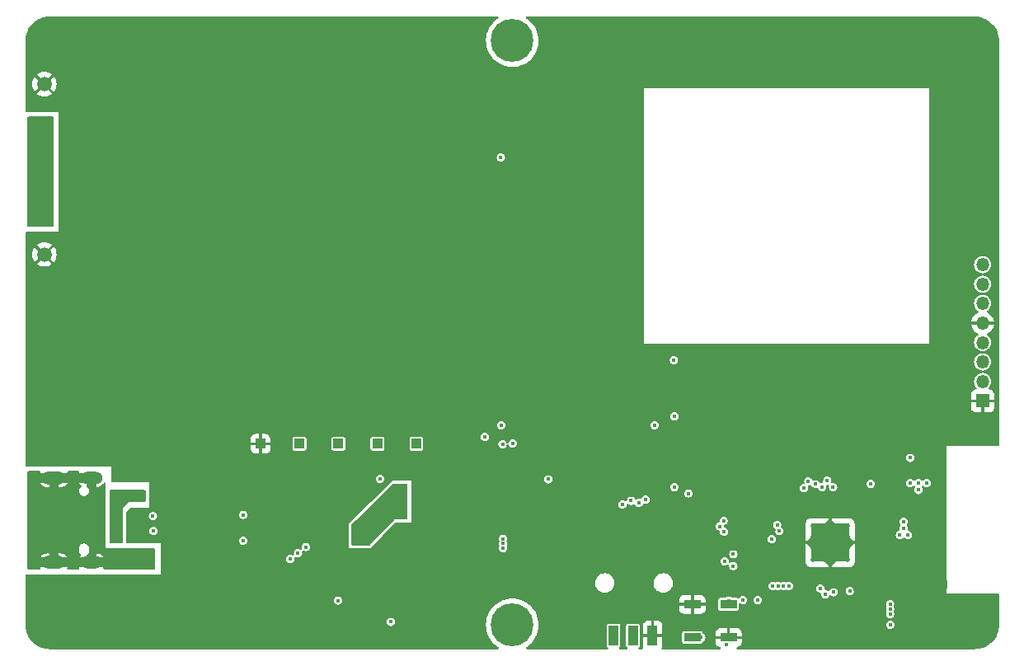
<source format=gbr>
%TF.GenerationSoftware,KiCad,Pcbnew,(5.99.0-11174-ge2a2c3282a)*%
%TF.CreationDate,2021-07-05T21:59:08+02:00*%
%TF.ProjectId,flatlight_rev20_ESIDE,666c6174-6c69-4676-9874-5f7265763230,rev?*%
%TF.SameCoordinates,Original*%
%TF.FileFunction,Copper,L4,Bot*%
%TF.FilePolarity,Positive*%
%FSLAX46Y46*%
G04 Gerber Fmt 4.6, Leading zero omitted, Abs format (unit mm)*
G04 Created by KiCad (PCBNEW (5.99.0-11174-ge2a2c3282a)) date 2021-07-05 21:59:08*
%MOMM*%
%LPD*%
G01*
G04 APERTURE LIST*
%TA.AperFunction,ComponentPad*%
%ADD10C,4.400000*%
%TD*%
%TA.AperFunction,ComponentPad*%
%ADD11C,0.700000*%
%TD*%
%TA.AperFunction,ComponentPad*%
%ADD12C,0.500000*%
%TD*%
%TA.AperFunction,SMDPad,CuDef*%
%ADD13R,4.000000X4.000000*%
%TD*%
%TA.AperFunction,ComponentPad*%
%ADD14C,1.500000*%
%TD*%
%TA.AperFunction,ComponentPad*%
%ADD15R,1.350000X1.350000*%
%TD*%
%TA.AperFunction,ComponentPad*%
%ADD16O,1.350000X1.350000*%
%TD*%
%TA.AperFunction,ComponentPad*%
%ADD17O,2.300000X1.300000*%
%TD*%
%TA.AperFunction,ComponentPad*%
%ADD18O,2.600000X1.300000*%
%TD*%
%TA.AperFunction,ComponentPad*%
%ADD19R,0.500000X0.900000*%
%TD*%
%TA.AperFunction,SMDPad,CuDef*%
%ADD20R,1.700000X0.900000*%
%TD*%
%TA.AperFunction,SMDPad,CuDef*%
%ADD21R,1.000000X1.000000*%
%TD*%
%TA.AperFunction,SMDPad,CuDef*%
%ADD22R,1.000000X2.000000*%
%TD*%
%TA.AperFunction,ViaPad*%
%ADD23C,0.450000*%
%TD*%
%TA.AperFunction,ViaPad*%
%ADD24C,1.000000*%
%TD*%
%TA.AperFunction,Conductor*%
%ADD25C,0.200000*%
%TD*%
G04 APERTURE END LIST*
D10*
%TO.P,H5,1,1*%
%TO.N,GND*%
X42250000Y-127550000D03*
D11*
X42250000Y-129200000D03*
X40600000Y-127550000D03*
X43900000Y-127550000D03*
X41083274Y-126383274D03*
X43416726Y-128716726D03*
X43416726Y-126383274D03*
X42250000Y-125900000D03*
X41083274Y-128716726D03*
%TD*%
%TO.P,H6,1,1*%
%TO.N,+BATT*%
X90916726Y-68716726D03*
D10*
X89750000Y-67550000D03*
D11*
X89750000Y-65900000D03*
X88583274Y-66383274D03*
X88100000Y-67550000D03*
X89750000Y-69200000D03*
X88583274Y-68716726D03*
X91400000Y-67550000D03*
X90916726Y-66383274D03*
%TD*%
%TO.P,H4,1,1*%
%TO.N,GND*%
X40550000Y-67500000D03*
D10*
X42200000Y-67500000D03*
D11*
X42200000Y-65850000D03*
X41033274Y-66333274D03*
X41033274Y-68666726D03*
X42200000Y-69150000D03*
X43850000Y-67500000D03*
X43366726Y-66333274D03*
X43366726Y-68666726D03*
%TD*%
%TO.P,H3,1,1*%
%TO.N,GND*%
X138416726Y-66383274D03*
X136083274Y-66383274D03*
D10*
X137250000Y-67550000D03*
D11*
X137250000Y-69200000D03*
X138900000Y-67550000D03*
X137250000Y-65900000D03*
X135600000Y-67550000D03*
X136083274Y-68716726D03*
X138416726Y-68716726D03*
%TD*%
%TO.P,H2,1,1*%
%TO.N,GND*%
X136083274Y-128716726D03*
X136083274Y-126383274D03*
X137250000Y-129200000D03*
D10*
X137250000Y-127550000D03*
D11*
X138900000Y-127550000D03*
X138416726Y-128716726D03*
X135600000Y-127550000D03*
X137250000Y-125900000D03*
X138416726Y-126383274D03*
%TD*%
%TO.P,H1,1,1*%
%TO.N,+BATT*%
X90916726Y-128716726D03*
X91400000Y-127550000D03*
X90916726Y-126383274D03*
X89750000Y-129200000D03*
X89750000Y-125900000D03*
D10*
X89750000Y-127550000D03*
D11*
X88100000Y-127550000D03*
X88583274Y-126383274D03*
X88583274Y-128716726D03*
%TD*%
D12*
%TO.P,U6,57,GND*%
%TO.N,GND*%
X121850000Y-118500000D03*
X121850000Y-120850000D03*
X120650000Y-117350000D03*
X120650000Y-118500000D03*
X124150000Y-119700000D03*
X124150000Y-120850000D03*
X124150000Y-117350000D03*
X122925000Y-119700000D03*
D13*
X122400000Y-119100000D03*
D12*
X122925000Y-117350000D03*
X124150000Y-118500000D03*
X120650000Y-120850000D03*
X122925000Y-118500000D03*
X121850000Y-117350000D03*
X122925000Y-120850000D03*
X121850000Y-119700000D03*
X120650000Y-119700000D03*
%TD*%
D14*
%TO.P,H17,1,1*%
%TO.N,GND*%
X41700000Y-72000000D03*
%TD*%
%TO.P,H18,1,1*%
%TO.N,GND*%
X41700000Y-89500000D03*
%TD*%
D15*
%TO.P,J1,1,Pin_1*%
%TO.N,GND*%
X138050000Y-104550000D03*
D16*
%TO.P,J1,2,Pin_2*%
%TO.N,ES_LED_PWM*%
X138050000Y-102550000D03*
%TO.P,J1,3,Pin_3*%
%TO.N,+3V3*%
X138050000Y-100550000D03*
%TO.P,J1,4,Pin_4*%
%TO.N,ES_LED_NTC*%
X138050000Y-98550000D03*
%TO.P,J1,5,Pin_5*%
%TO.N,GND*%
X138050000Y-96550000D03*
%TO.P,J1,6,Pin_6*%
%TO.N,ES_WS_SDAT*%
X138050000Y-94550000D03*
%TO.P,J1,7,Pin_7*%
%TO.N,ES_WS_LDAT*%
X138050000Y-92550000D03*
%TO.P,J1,8,Pin_8*%
%TO.N,ES_WS_POWER*%
X138050000Y-90550000D03*
%TD*%
D17*
%TO.P,J2,S1,SHIELD*%
%TO.N,GNDPWR*%
X46510000Y-121120000D03*
D18*
X42685000Y-112480000D03*
D17*
X46510000Y-112480000D03*
D18*
X42685000Y-121120000D03*
%TD*%
D19*
%TO.P,AE1,2,Shield*%
%TO.N,GND*%
X134150000Y-123400000D03*
%TD*%
D20*
%TO.P,SW1,1,1*%
%TO.N,GPIO0*%
X111950000Y-125450000D03*
%TO.P,SW1,2,2*%
%TO.N,GND*%
X111950000Y-128850000D03*
%TD*%
%TO.P,SW2,1,1*%
%TO.N,EN*%
X108250000Y-128850000D03*
%TO.P,SW2,2,2*%
%TO.N,GND*%
X108250000Y-125450000D03*
%TD*%
D21*
%TO.P,TP1,1,1*%
%TO.N,+3V3*%
X79900000Y-108950000D03*
%TD*%
%TO.P,TP2,1,1*%
%TO.N,+BATT*%
X71900000Y-108950000D03*
%TD*%
%TO.P,TP3,1,1*%
%TO.N,CHG_Supply*%
X67900000Y-108950000D03*
%TD*%
%TO.P,TP4,1,1*%
%TO.N,GND*%
X63900000Y-108950000D03*
%TD*%
%TO.P,TP6,1,1*%
%TO.N,SYS*%
X75900000Y-108950000D03*
%TD*%
D22*
%TO.P,J3,1,Pin_1*%
%TO.N,GND*%
X104150000Y-128650000D03*
%TO.P,J3,2,Pin_2*%
%TO.N,TX*%
X102150000Y-128650000D03*
%TO.P,J3,3,Pin_3*%
%TO.N,RX*%
X100150000Y-128650000D03*
%TD*%
D23*
%TO.N,GND*%
X97950000Y-107050000D03*
X111750000Y-129550000D03*
X123950000Y-128350000D03*
X87750000Y-117850000D03*
X84250000Y-129550000D03*
X40450000Y-88250000D03*
X110150000Y-119450000D03*
X114250000Y-129550000D03*
X131850000Y-125550000D03*
X53050000Y-108250000D03*
X91300000Y-115250000D03*
X50200000Y-65850000D03*
X124250000Y-129550000D03*
X99350000Y-107050000D03*
X94450000Y-113450000D03*
X55200000Y-65850000D03*
X122400000Y-124950000D03*
X130250000Y-125550000D03*
X119450000Y-128350000D03*
X138150000Y-124750000D03*
X52700000Y-65850000D03*
X85100000Y-114050000D03*
X116100000Y-65850000D03*
X79650000Y-112550000D03*
X44350000Y-129550000D03*
X133150000Y-124450000D03*
X95600000Y-129550000D03*
X85100000Y-112550000D03*
X134050000Y-113450000D03*
X133150000Y-123550000D03*
X138950000Y-75550000D03*
X121100000Y-65850000D03*
X87750000Y-120550000D03*
X74750000Y-114450000D03*
X82700000Y-65850000D03*
X129250000Y-129550000D03*
X126250000Y-126850000D03*
X109650000Y-111950000D03*
X117750000Y-111650000D03*
X40450000Y-108250000D03*
X59350000Y-129550000D03*
X121250000Y-124950000D03*
X46850000Y-129550000D03*
X126100000Y-65850000D03*
X81550000Y-111350000D03*
X40450000Y-93250000D03*
X129150000Y-122050000D03*
X40450000Y-100750000D03*
X101750000Y-111950000D03*
X76850000Y-129550000D03*
X125450000Y-124950000D03*
X92150000Y-118450000D03*
X78425000Y-122475000D03*
X115900000Y-127550000D03*
X65900000Y-114475000D03*
X47700000Y-65850000D03*
X40450000Y-70750000D03*
X91825000Y-87350000D03*
X79650000Y-111350000D03*
X136750000Y-124750000D03*
X135350000Y-124750000D03*
X101750000Y-107050000D03*
X121850000Y-128350000D03*
X129150000Y-122750000D03*
X106750000Y-129550000D03*
X123600000Y-65850000D03*
X139350000Y-108950000D03*
X93100000Y-129550000D03*
X93600000Y-65850000D03*
X133150000Y-122750000D03*
X86250000Y-117850000D03*
X40450000Y-110750000D03*
X128600000Y-65850000D03*
X119250000Y-126650000D03*
X105350000Y-111950000D03*
X52100000Y-115950000D03*
X66350000Y-115125000D03*
X134050000Y-111750000D03*
X86350000Y-107050000D03*
X133150000Y-122050000D03*
X70100000Y-119550000D03*
X119250000Y-125500000D03*
X40450000Y-73250000D03*
X138950000Y-83050000D03*
X87550000Y-107050000D03*
X94450000Y-111750000D03*
X121750000Y-129550000D03*
X139350000Y-124750000D03*
X127750000Y-122050000D03*
X50550000Y-118750000D03*
X80200000Y-65850000D03*
X87050000Y-114050000D03*
X74750000Y-113400000D03*
X40550000Y-122650000D03*
X108600000Y-65850000D03*
X138950000Y-88050000D03*
X83450000Y-111350000D03*
X85100000Y-117850000D03*
X134050000Y-114950000D03*
X56400000Y-117150000D03*
X77750000Y-117850000D03*
X81550000Y-112550000D03*
X112050000Y-111950000D03*
X93450000Y-113450000D03*
X51850000Y-129550000D03*
X56850000Y-129550000D03*
X134050000Y-117850000D03*
X138950000Y-80550000D03*
X68950000Y-111350000D03*
X40450000Y-95750000D03*
X134250000Y-129550000D03*
X102950000Y-107050000D03*
X40450000Y-103250000D03*
X83050000Y-122350000D03*
X71850000Y-129550000D03*
X134050000Y-116350000D03*
X49350000Y-129550000D03*
X138950000Y-85550000D03*
X116500000Y-125000000D03*
X100650000Y-107050000D03*
X129150000Y-124350000D03*
X134050000Y-124750000D03*
X40550000Y-125150000D03*
X134050000Y-109150000D03*
X75250000Y-111350000D03*
X81500000Y-122375000D03*
X124550000Y-124950000D03*
X70050000Y-124250000D03*
X66850000Y-129550000D03*
X113050000Y-119450000D03*
X93450000Y-111750000D03*
X118150000Y-127550000D03*
X60200000Y-65850000D03*
X40450000Y-90750000D03*
X93450000Y-115250000D03*
X117000000Y-127550000D03*
X92150000Y-119550000D03*
X116750000Y-129550000D03*
X111100000Y-65850000D03*
X64675000Y-115100000D03*
X98100000Y-129550000D03*
X86750000Y-129550000D03*
X91300000Y-114550000D03*
X85100000Y-120550000D03*
X85100000Y-121450000D03*
X128450000Y-122050000D03*
X138950000Y-73050000D03*
X69350000Y-129550000D03*
X114650000Y-119450000D03*
X65200000Y-65850000D03*
X80750000Y-117850000D03*
X112050000Y-116250000D03*
X110150000Y-116400000D03*
X40450000Y-105750000D03*
X96750000Y-107050000D03*
X106100000Y-65850000D03*
X64350000Y-129550000D03*
X138950000Y-78050000D03*
X126750000Y-129550000D03*
X133600000Y-65850000D03*
X70200000Y-65850000D03*
X75200000Y-65850000D03*
X119250000Y-129550000D03*
X86250000Y-120550000D03*
X46350000Y-108250000D03*
X80100000Y-122400000D03*
X85100000Y-122350000D03*
X129150000Y-123550000D03*
X131100000Y-65850000D03*
X138950000Y-106350000D03*
X74350000Y-129550000D03*
X110150000Y-118000000D03*
X131750000Y-129550000D03*
X62700000Y-65850000D03*
X85100000Y-111350000D03*
X61850000Y-129550000D03*
X135050000Y-108950000D03*
X134050000Y-119350000D03*
X126350000Y-127850000D03*
X79250000Y-117850000D03*
X72700000Y-65850000D03*
X138950000Y-108350000D03*
X77150000Y-122375000D03*
X83450000Y-112550000D03*
X92150000Y-117150000D03*
X120250000Y-124950000D03*
X98600000Y-65850000D03*
X82250000Y-117850000D03*
X66200000Y-119550000D03*
X85200000Y-65850000D03*
X113600000Y-65850000D03*
X56850000Y-117150000D03*
X90750000Y-119550000D03*
X127050000Y-122050000D03*
X49850000Y-108250000D03*
X79250000Y-129550000D03*
X134050000Y-120450000D03*
X103600000Y-65850000D03*
X77350000Y-112550000D03*
X81750000Y-129550000D03*
D24*
X63900000Y-108950000D03*
D23*
X112050000Y-114050000D03*
X125450000Y-128350000D03*
X87750000Y-109050000D03*
X77700000Y-65850000D03*
X70550000Y-111350000D03*
X65050000Y-114450000D03*
X57700000Y-65850000D03*
X96100000Y-65850000D03*
X101100000Y-65850000D03*
X65475000Y-115100000D03*
X54350000Y-129550000D03*
X137650000Y-108950000D03*
X77350000Y-111350000D03*
X138950000Y-70550000D03*
X45200000Y-65850000D03*
X134050000Y-110250000D03*
X40450000Y-98250000D03*
X107150000Y-100350000D03*
X42350000Y-108250000D03*
X67700000Y-65850000D03*
X118600000Y-65850000D03*
X113850000Y-119450000D03*
%TO.N,+BATT*%
X41750000Y-81100000D03*
X42250000Y-86100000D03*
X42250000Y-82100000D03*
D24*
X71900000Y-108950000D03*
D23*
X41750000Y-85100000D03*
X42250000Y-78100000D03*
X41750000Y-79100000D03*
X41750000Y-83100000D03*
X41750000Y-77100000D03*
X42250000Y-84100000D03*
X42250000Y-80100000D03*
X42250000Y-76100000D03*
%TO.N,EN*%
X128575000Y-127525000D03*
X109150000Y-128850000D03*
%TO.N,Net-(C1-Pad1)*%
X76150000Y-112550000D03*
X68550000Y-119550000D03*
%TO.N,LX*%
X78650000Y-114600000D03*
X78650000Y-114000000D03*
X73550000Y-118300000D03*
X78650000Y-113400000D03*
X78650000Y-116400000D03*
X73550000Y-119100000D03*
X78650000Y-115800000D03*
X73550000Y-117500000D03*
X78650000Y-115200000D03*
%TO.N,GNDPWR*%
X40750000Y-114550000D03*
X40750000Y-116750000D03*
X40750000Y-118950000D03*
X48850000Y-120550000D03*
X51800000Y-120550000D03*
X40750000Y-112450000D03*
X40750000Y-121150000D03*
X48850000Y-121550000D03*
%TO.N,CC1*%
X62100000Y-116250000D03*
X62100000Y-118900000D03*
D24*
%TO.N,SYS*%
X75900000Y-108950000D03*
D23*
%TO.N,TX*%
X102150000Y-127900000D03*
X121900000Y-124400000D03*
%TO.N,RX*%
X100150000Y-127900000D03*
X121400000Y-123825500D03*
%TO.N,ES_LED_NTC*%
X130600000Y-110400000D03*
%TO.N,STAT*%
X107850000Y-114050000D03*
X66950000Y-120800000D03*
%TO.N,INOK*%
X67750000Y-120200000D03*
X112450000Y-120300000D03*
%TO.N,DISP_BACKLIGHT*%
X126550000Y-113050000D03*
X104350000Y-107050000D03*
%TO.N,DISP_RESET*%
X106400000Y-106150000D03*
X106350000Y-100350000D03*
%TO.N,GPIO46*%
X124400000Y-124100000D03*
X113450000Y-125000000D03*
%TO.N,GPIO45*%
X114950000Y-125000000D03*
X122750000Y-124200000D03*
%TO.N,SCL*%
X89800000Y-108900000D03*
X121575500Y-113400000D03*
%TO.N,IMU_INT2*%
X122694534Y-113425253D03*
X93450000Y-112600000D03*
%TO.N,SDA*%
X120900000Y-113100000D03*
X88750000Y-109000000D03*
%TO.N,IMU_INT1*%
X122100000Y-112750000D03*
X86950000Y-108250000D03*
%TO.N,BNT_DIG3*%
X129550000Y-118344313D03*
X101050000Y-115200000D03*
%TO.N,BNT_DIG2*%
X129950000Y-117650000D03*
X102750000Y-115000000D03*
%TO.N,BNT_DIG1*%
X103450000Y-114700000D03*
X129950000Y-116950000D03*
%TO.N,GPIO0*%
X130370000Y-118325735D03*
X111950000Y-125050000D03*
%TO.N,ENBST*%
X71850000Y-125050000D03*
X111550000Y-121000000D03*
%TO.N,SPIQ*%
X116400000Y-118750000D03*
X111050000Y-117435502D03*
%TO.N,SPICS0*%
X117185967Y-117930598D03*
X111450000Y-116850000D03*
%TO.N,SPIWP*%
X111500000Y-118000000D03*
X116950000Y-117274500D03*
%TO.N,+3V3*%
X130600000Y-113000000D03*
X128550000Y-126450000D03*
X118150000Y-123550000D03*
X131450000Y-113700000D03*
D24*
X79900000Y-108950000D03*
D23*
X101950000Y-114800000D03*
X131450000Y-113000000D03*
X128550000Y-125900000D03*
X88800000Y-119200000D03*
X106400000Y-113400000D03*
X117600000Y-123550000D03*
X132300000Y-113000000D03*
X116500000Y-123550000D03*
X128543750Y-125400000D03*
X88800000Y-118700000D03*
X88800000Y-119650000D03*
X117050000Y-123550000D03*
%TO.N,ITOPOFF*%
X77300000Y-127250000D03*
X112450000Y-121500000D03*
%TO.N,Net-(R6-Pad2)*%
X88600000Y-107050000D03*
X88575000Y-79550000D03*
%TO.N,U_N*%
X52900000Y-117924980D03*
X120150000Y-112800000D03*
%TO.N,U_P*%
X119700000Y-113500000D03*
X52850000Y-116375020D03*
D24*
%TO.N,CHG_Supply*%
X67900000Y-108950000D03*
D23*
X48600000Y-114450000D03*
X49600000Y-118900000D03*
X49600000Y-114450000D03*
X49100000Y-118700000D03*
X49100000Y-114650000D03*
X48600000Y-118900000D03*
%TD*%
D25*
%TO.N,EN*%
X109150000Y-128850000D02*
X108250000Y-128850000D01*
%TO.N,GPIO0*%
X111950000Y-125050000D02*
X111950000Y-125450000D01*
%TD*%
%TA.AperFunction,Conductor*%
%TO.N,+BATT*%
G36*
X42592121Y-75370002D02*
G01*
X42638614Y-75423658D01*
X42650000Y-75476000D01*
X42650000Y-86524000D01*
X42629998Y-86592121D01*
X42576342Y-86638614D01*
X42524000Y-86650000D01*
X40076000Y-86650000D01*
X40007879Y-86629998D01*
X39961386Y-86576342D01*
X39950000Y-86524000D01*
X39950000Y-75476000D01*
X39970002Y-75407879D01*
X40023658Y-75361386D01*
X40076000Y-75350000D01*
X42524000Y-75350000D01*
X42592121Y-75370002D01*
G37*
%TD.AperFunction*%
%TD*%
%TA.AperFunction,Conductor*%
%TO.N,GNDPWR*%
G36*
X41268777Y-111770002D02*
G01*
X41315270Y-111823658D01*
X41325374Y-111893932D01*
X41302592Y-111950061D01*
X41291488Y-111965344D01*
X41287067Y-111977736D01*
X41296210Y-111980000D01*
X44071045Y-111980000D01*
X44083668Y-111976293D01*
X44080125Y-111967565D01*
X44067408Y-111950061D01*
X44043549Y-111883193D01*
X44059630Y-111814042D01*
X44110544Y-111764562D01*
X44169344Y-111750000D01*
X45175656Y-111750000D01*
X45243777Y-111770002D01*
X45290270Y-111823658D01*
X45300374Y-111893932D01*
X45277592Y-111950061D01*
X45266488Y-111965344D01*
X45262067Y-111977736D01*
X45271210Y-111980000D01*
X46884000Y-111980000D01*
X46952121Y-112000002D01*
X46998614Y-112053658D01*
X47010000Y-112106000D01*
X47010000Y-113365885D01*
X47014475Y-113381124D01*
X47015865Y-113382329D01*
X47023548Y-113384000D01*
X47054281Y-113384000D01*
X47060840Y-113383656D01*
X47192428Y-113369826D01*
X47205271Y-113367096D01*
X47373439Y-113312455D01*
X47385447Y-113307109D01*
X47538575Y-113218700D01*
X47549205Y-113210976D01*
X47680611Y-113092659D01*
X47689402Y-113082896D01*
X47772064Y-112969120D01*
X47828286Y-112925766D01*
X47899022Y-112919690D01*
X47961814Y-112952822D01*
X47996725Y-113014642D01*
X48000000Y-113043181D01*
X48000000Y-119650000D01*
X52924000Y-119650000D01*
X52992121Y-119670002D01*
X53038614Y-119723658D01*
X53050000Y-119776000D01*
X53050000Y-121724000D01*
X53029998Y-121792121D01*
X52976342Y-121838614D01*
X52924000Y-121850000D01*
X47844344Y-121850000D01*
X47776223Y-121829998D01*
X47729730Y-121776342D01*
X47719626Y-121706068D01*
X47742408Y-121649939D01*
X47753512Y-121634656D01*
X47757933Y-121622264D01*
X47748790Y-121620000D01*
X45273955Y-121620000D01*
X45261332Y-121623707D01*
X45264875Y-121632435D01*
X45277592Y-121649939D01*
X45301451Y-121716807D01*
X45285370Y-121785958D01*
X45234456Y-121835438D01*
X45175656Y-121850000D01*
X44169344Y-121850000D01*
X44101223Y-121829998D01*
X44054730Y-121776342D01*
X44044626Y-121706068D01*
X44067408Y-121649939D01*
X44078512Y-121634656D01*
X44082933Y-121622264D01*
X44073790Y-121620000D01*
X41298955Y-121620000D01*
X41286332Y-121623707D01*
X41289875Y-121632435D01*
X41302592Y-121649939D01*
X41326451Y-121716807D01*
X41310370Y-121785958D01*
X41259456Y-121835438D01*
X41200656Y-121850000D01*
X40076000Y-121850000D01*
X40007879Y-121829998D01*
X39961386Y-121776342D01*
X39950000Y-121724000D01*
X39950000Y-120617736D01*
X41287067Y-120617736D01*
X41296210Y-120620000D01*
X42166885Y-120620000D01*
X42182124Y-120615525D01*
X42183329Y-120614135D01*
X42185000Y-120606452D01*
X42185000Y-120234115D01*
X42183659Y-120229548D01*
X43185000Y-120229548D01*
X43185000Y-120601885D01*
X43189475Y-120617124D01*
X43190865Y-120618329D01*
X43198548Y-120620000D01*
X44071045Y-120620000D01*
X44078754Y-120617736D01*
X45262067Y-120617736D01*
X45271210Y-120620000D01*
X45991885Y-120620000D01*
X46007124Y-120615525D01*
X46008329Y-120614135D01*
X46010000Y-120606452D01*
X46010000Y-120444193D01*
X46030002Y-120376072D01*
X46068766Y-120337631D01*
X46105030Y-120314750D01*
X46112625Y-120309958D01*
X46183640Y-120229548D01*
X47010000Y-120229548D01*
X47010000Y-120601885D01*
X47014475Y-120617124D01*
X47015865Y-120618329D01*
X47023548Y-120620000D01*
X47746045Y-120620000D01*
X47758668Y-120616293D01*
X47755125Y-120607565D01*
X47689402Y-120517104D01*
X47680611Y-120507341D01*
X47549205Y-120389024D01*
X47538575Y-120381300D01*
X47385447Y-120292891D01*
X47373439Y-120287545D01*
X47205271Y-120232904D01*
X47192428Y-120230174D01*
X47060840Y-120216344D01*
X47054281Y-120216000D01*
X47028115Y-120216000D01*
X47012876Y-120220475D01*
X47011671Y-120221865D01*
X47010000Y-120229548D01*
X46183640Y-120229548D01*
X46207501Y-120202531D01*
X46268412Y-120072794D01*
X46285500Y-119963045D01*
X46285500Y-119640086D01*
X46270182Y-119533123D01*
X46210860Y-119402651D01*
X46117303Y-119294074D01*
X45997033Y-119216118D01*
X45988436Y-119213547D01*
X45988434Y-119213546D01*
X45878951Y-119180804D01*
X45859718Y-119175052D01*
X45850742Y-119174997D01*
X45850741Y-119174997D01*
X45789027Y-119174620D01*
X45716396Y-119174177D01*
X45707765Y-119176644D01*
X45707763Y-119176644D01*
X45587223Y-119211094D01*
X45587220Y-119211095D01*
X45578589Y-119213562D01*
X45457375Y-119290042D01*
X45362499Y-119397469D01*
X45301588Y-119527206D01*
X45284500Y-119636955D01*
X45284500Y-119959914D01*
X45299818Y-120066877D01*
X45359140Y-120197349D01*
X45365001Y-120204151D01*
X45420450Y-120268502D01*
X45449764Y-120333164D01*
X45439465Y-120403410D01*
X45409307Y-120444387D01*
X45339389Y-120507341D01*
X45330598Y-120517104D01*
X45266488Y-120605344D01*
X45262067Y-120617736D01*
X44078754Y-120617736D01*
X44083668Y-120616293D01*
X44080125Y-120607565D01*
X44014402Y-120517104D01*
X44005611Y-120507341D01*
X43874205Y-120389024D01*
X43863575Y-120381300D01*
X43710447Y-120292891D01*
X43698439Y-120287545D01*
X43530271Y-120232904D01*
X43517428Y-120230174D01*
X43385840Y-120216344D01*
X43379281Y-120216000D01*
X43203115Y-120216000D01*
X43187876Y-120220475D01*
X43186671Y-120221865D01*
X43185000Y-120229548D01*
X42183659Y-120229548D01*
X42180525Y-120218876D01*
X42179135Y-120217671D01*
X42171452Y-120216000D01*
X41990719Y-120216000D01*
X41984160Y-120216344D01*
X41852572Y-120230174D01*
X41839729Y-120232904D01*
X41671561Y-120287545D01*
X41659553Y-120292891D01*
X41506425Y-120381300D01*
X41495795Y-120389024D01*
X41364389Y-120507341D01*
X41355598Y-120517104D01*
X41291488Y-120605344D01*
X41287067Y-120617736D01*
X39950000Y-120617736D01*
X39950000Y-112983707D01*
X41286332Y-112983707D01*
X41289875Y-112992435D01*
X41355598Y-113082896D01*
X41364389Y-113092659D01*
X41495795Y-113210976D01*
X41506425Y-113218700D01*
X41659553Y-113307109D01*
X41671561Y-113312455D01*
X41839729Y-113367096D01*
X41852572Y-113369826D01*
X41984160Y-113383656D01*
X41990719Y-113384000D01*
X42166885Y-113384000D01*
X42182124Y-113379525D01*
X42183329Y-113378135D01*
X42185000Y-113370452D01*
X42185000Y-112998115D01*
X42183659Y-112993548D01*
X43185000Y-112993548D01*
X43185000Y-113365885D01*
X43189475Y-113381124D01*
X43190865Y-113382329D01*
X43198548Y-113384000D01*
X43379281Y-113384000D01*
X43385840Y-113383656D01*
X43517428Y-113369826D01*
X43530271Y-113367096D01*
X43698439Y-113312455D01*
X43710447Y-113307109D01*
X43863575Y-113218700D01*
X43874205Y-113210976D01*
X44005611Y-113092659D01*
X44014402Y-113082896D01*
X44078512Y-112994656D01*
X44082418Y-112983707D01*
X45261332Y-112983707D01*
X45264875Y-112992435D01*
X45330598Y-113082896D01*
X45339394Y-113092665D01*
X45474713Y-113214506D01*
X45511953Y-113274952D01*
X45510601Y-113345935D01*
X45471585Y-113404178D01*
X45471708Y-113404322D01*
X45471198Y-113404756D01*
X45471088Y-113404920D01*
X45470518Y-113405335D01*
X45464873Y-113410139D01*
X45457280Y-113414930D01*
X45362377Y-113522388D01*
X45301447Y-113652163D01*
X45279391Y-113793823D01*
X45280555Y-113802725D01*
X45280555Y-113802728D01*
X45281814Y-113812354D01*
X45297980Y-113935979D01*
X45355720Y-114067203D01*
X45361497Y-114074076D01*
X45361498Y-114074077D01*
X45368792Y-114082754D01*
X45447970Y-114176948D01*
X45567313Y-114256390D01*
X45704157Y-114299142D01*
X45713129Y-114299306D01*
X45713132Y-114299307D01*
X45778463Y-114300504D01*
X45847499Y-114301770D01*
X45856533Y-114299307D01*
X45977158Y-114266421D01*
X45977160Y-114266420D01*
X45985817Y-114264060D01*
X46107991Y-114189045D01*
X46204200Y-114082754D01*
X46266710Y-113953733D01*
X46290496Y-113812354D01*
X46290647Y-113800000D01*
X46270323Y-113658082D01*
X46210984Y-113527572D01*
X46192598Y-113506234D01*
X46123260Y-113425763D01*
X46123257Y-113425760D01*
X46117400Y-113418963D01*
X46067465Y-113386597D01*
X46021184Y-113332764D01*
X46010000Y-113280867D01*
X46010000Y-112998115D01*
X46005525Y-112982876D01*
X46004135Y-112981671D01*
X45996452Y-112980000D01*
X45273955Y-112980000D01*
X45261332Y-112983707D01*
X44082418Y-112983707D01*
X44082933Y-112982264D01*
X44073790Y-112980000D01*
X43203115Y-112980000D01*
X43187876Y-112984475D01*
X43186671Y-112985865D01*
X43185000Y-112993548D01*
X42183659Y-112993548D01*
X42180525Y-112982876D01*
X42179135Y-112981671D01*
X42171452Y-112980000D01*
X41298955Y-112980000D01*
X41286332Y-112983707D01*
X39950000Y-112983707D01*
X39950000Y-111876000D01*
X39970002Y-111807879D01*
X40023658Y-111761386D01*
X40076000Y-111750000D01*
X41200656Y-111750000D01*
X41268777Y-111770002D01*
G37*
%TD.AperFunction*%
%TD*%
%TA.AperFunction,Conductor*%
%TO.N,CHG_Supply*%
G36*
X52042121Y-113720002D02*
G01*
X52088614Y-113773658D01*
X52100000Y-113826000D01*
X52100000Y-114774000D01*
X52079998Y-114842121D01*
X52026342Y-114888614D01*
X51974000Y-114900000D01*
X50400000Y-114900000D01*
X49800000Y-115500000D01*
X49800000Y-119024000D01*
X49779998Y-119092121D01*
X49726342Y-119138614D01*
X49674000Y-119150000D01*
X48526000Y-119150000D01*
X48457879Y-119129998D01*
X48411386Y-119076342D01*
X48400000Y-119024000D01*
X48400000Y-113826000D01*
X48420002Y-113757879D01*
X48473658Y-113711386D01*
X48526000Y-113700000D01*
X51974000Y-113700000D01*
X52042121Y-113720002D01*
G37*
%TD.AperFunction*%
%TD*%
%TA.AperFunction,Conductor*%
%TO.N,GND*%
G36*
X85353544Y-124646154D02*
G01*
X71995810Y-124646744D01*
X71983126Y-124640281D01*
X71973337Y-124638731D01*
X71973335Y-124638730D01*
X71859793Y-124620747D01*
X71850000Y-124619196D01*
X71840207Y-124620747D01*
X71726665Y-124638730D01*
X71726663Y-124638731D01*
X71716874Y-124640281D01*
X71704164Y-124646757D01*
X62442499Y-124647166D01*
X62444645Y-120800000D01*
X66519196Y-120800000D01*
X66540281Y-120933126D01*
X66601472Y-121053220D01*
X66696780Y-121148528D01*
X66816874Y-121209719D01*
X66826663Y-121211269D01*
X66826665Y-121211270D01*
X66940207Y-121229253D01*
X66950000Y-121230804D01*
X66959793Y-121229253D01*
X67073335Y-121211270D01*
X67073337Y-121211269D01*
X67083126Y-121209719D01*
X67203220Y-121148528D01*
X67298528Y-121053220D01*
X67359719Y-120933126D01*
X67380804Y-120800000D01*
X67365982Y-120706417D01*
X67375082Y-120636006D01*
X67420804Y-120581692D01*
X67488632Y-120560719D01*
X67547632Y-120574439D01*
X67616874Y-120609719D01*
X67626663Y-120611269D01*
X67626665Y-120611270D01*
X67740207Y-120629253D01*
X67750000Y-120630804D01*
X67759793Y-120629253D01*
X67873335Y-120611270D01*
X67873337Y-120611269D01*
X67883126Y-120609719D01*
X68003220Y-120548528D01*
X68098528Y-120453220D01*
X68159719Y-120333126D01*
X68180804Y-120200000D01*
X68159719Y-120066874D01*
X68158893Y-120065252D01*
X68156994Y-119998776D01*
X68193656Y-119937978D01*
X68257369Y-119906653D01*
X68327902Y-119914747D01*
X68336056Y-119918541D01*
X68408038Y-119955217D01*
X68416874Y-119959719D01*
X68426663Y-119961269D01*
X68426665Y-119961270D01*
X68540207Y-119979253D01*
X68550000Y-119980804D01*
X68559793Y-119979253D01*
X68673335Y-119961270D01*
X68673337Y-119961269D01*
X68683126Y-119959719D01*
X68803220Y-119898528D01*
X68898528Y-119803220D01*
X68959719Y-119683126D01*
X68980804Y-119550000D01*
X68974424Y-119509719D01*
X68961270Y-119426665D01*
X68961269Y-119426663D01*
X68959719Y-119416874D01*
X68898528Y-119296780D01*
X68803220Y-119201472D01*
X68683126Y-119140281D01*
X68673337Y-119138731D01*
X68673335Y-119138730D01*
X68559793Y-119120747D01*
X68550000Y-119119196D01*
X68540207Y-119120747D01*
X68426665Y-119138730D01*
X68426663Y-119138731D01*
X68416874Y-119140281D01*
X68296780Y-119201472D01*
X68201472Y-119296780D01*
X68140281Y-119416874D01*
X68138731Y-119426663D01*
X68138730Y-119426665D01*
X68125576Y-119509719D01*
X68119196Y-119550000D01*
X68140281Y-119683126D01*
X68141107Y-119684748D01*
X68143006Y-119751224D01*
X68106344Y-119812022D01*
X68042631Y-119843347D01*
X67972098Y-119835253D01*
X67963944Y-119831459D01*
X67891962Y-119794783D01*
X67891961Y-119794783D01*
X67883126Y-119790281D01*
X67873337Y-119788731D01*
X67873335Y-119788730D01*
X67759793Y-119770747D01*
X67750000Y-119769196D01*
X67740207Y-119770747D01*
X67626665Y-119788730D01*
X67626663Y-119788731D01*
X67616874Y-119790281D01*
X67496780Y-119851472D01*
X67401472Y-119946780D01*
X67340281Y-120066874D01*
X67319196Y-120200000D01*
X67320747Y-120209793D01*
X67334018Y-120293583D01*
X67324918Y-120363994D01*
X67279196Y-120418308D01*
X67211368Y-120439281D01*
X67152368Y-120425561D01*
X67083126Y-120390281D01*
X67073337Y-120388731D01*
X67073335Y-120388730D01*
X66959793Y-120370747D01*
X66950000Y-120369196D01*
X66940207Y-120370747D01*
X66826665Y-120388730D01*
X66826663Y-120388731D01*
X66816874Y-120390281D01*
X66696780Y-120451472D01*
X66601472Y-120546780D01*
X66540281Y-120666874D01*
X66519196Y-120800000D01*
X62444645Y-120800000D01*
X62445562Y-119156186D01*
X62448528Y-119153220D01*
X62509719Y-119033126D01*
X62530804Y-118900000D01*
X62509719Y-118766874D01*
X62448528Y-118646780D01*
X62445848Y-118644100D01*
X62446709Y-117100000D01*
X72950000Y-117100000D01*
X72950000Y-119700000D01*
X75250000Y-119700000D01*
X75268627Y-119680256D01*
X77712702Y-117089536D01*
X77773998Y-117053711D01*
X77804354Y-117050000D01*
X79400000Y-117050000D01*
X79400000Y-112750000D01*
X77500000Y-112750000D01*
X72950000Y-117100000D01*
X62446709Y-117100000D01*
X62447041Y-116504707D01*
X62448528Y-116503220D01*
X62509719Y-116383126D01*
X62530804Y-116250000D01*
X62509719Y-116116874D01*
X62448528Y-115996780D01*
X62447325Y-115995577D01*
X62449247Y-112550000D01*
X75719196Y-112550000D01*
X75740281Y-112683126D01*
X75801472Y-112803220D01*
X75896780Y-112898528D01*
X76016874Y-112959719D01*
X76026663Y-112961269D01*
X76026665Y-112961270D01*
X76140207Y-112979253D01*
X76150000Y-112980804D01*
X76159793Y-112979253D01*
X76273335Y-112961270D01*
X76273337Y-112961269D01*
X76283126Y-112959719D01*
X76403220Y-112898528D01*
X76498528Y-112803220D01*
X76559719Y-112683126D01*
X76580804Y-112550000D01*
X76559719Y-112416874D01*
X76498528Y-112296780D01*
X76403220Y-112201472D01*
X76283126Y-112140281D01*
X76273337Y-112138731D01*
X76273335Y-112138730D01*
X76159793Y-112120747D01*
X76150000Y-112119196D01*
X76140207Y-112120747D01*
X76026665Y-112138730D01*
X76026663Y-112138731D01*
X76016874Y-112140281D01*
X75896780Y-112201472D01*
X75801472Y-112296780D01*
X75740281Y-112416874D01*
X75719196Y-112550000D01*
X62449247Y-112550000D01*
X62450000Y-111200000D01*
X85350503Y-111200000D01*
X85353544Y-124646154D01*
G37*
%TD.AperFunction*%
%TD*%
%TA.AperFunction,Conductor*%
%TO.N,GND*%
G36*
X88280251Y-65070002D02*
G01*
X88326744Y-65123658D01*
X88336848Y-65193932D01*
X88307354Y-65258512D01*
X88276552Y-65284285D01*
X88232585Y-65310442D01*
X88232574Y-65310450D01*
X88229319Y-65312386D01*
X87971513Y-65511282D01*
X87968812Y-65513941D01*
X87968805Y-65513947D01*
X87815603Y-65664762D01*
X87739469Y-65739710D01*
X87737105Y-65742677D01*
X87737102Y-65742680D01*
X87609123Y-65903284D01*
X87536548Y-65994360D01*
X87365690Y-66271544D01*
X87229369Y-66567247D01*
X87228210Y-66570848D01*
X87228207Y-66570854D01*
X87183142Y-66710795D01*
X87129560Y-66877185D01*
X87128841Y-66880901D01*
X87128839Y-66880909D01*
X87068428Y-67193151D01*
X87068427Y-67193160D01*
X87067709Y-67196870D01*
X87067442Y-67200646D01*
X87067441Y-67200651D01*
X87054271Y-67386656D01*
X87044712Y-67521669D01*
X87060902Y-67846879D01*
X87061543Y-67850610D01*
X87061544Y-67850618D01*
X87076030Y-67934916D01*
X87116045Y-68167789D01*
X87117133Y-68171428D01*
X87117134Y-68171431D01*
X87140697Y-68250218D01*
X87209341Y-68479749D01*
X87339439Y-68778242D01*
X87504455Y-69058944D01*
X87506756Y-69061959D01*
X87699698Y-69314775D01*
X87699703Y-69314781D01*
X87701998Y-69317788D01*
X87929208Y-69551025D01*
X88182792Y-69755276D01*
X88459078Y-69927583D01*
X88754063Y-70065451D01*
X89063474Y-70166881D01*
X89382830Y-70230405D01*
X89386602Y-70230692D01*
X89386610Y-70230693D01*
X89703728Y-70254815D01*
X89703733Y-70254815D01*
X89707505Y-70255102D01*
X90032795Y-70240615D01*
X90353989Y-70187154D01*
X90666434Y-70095493D01*
X90965604Y-69966959D01*
X90968882Y-69965055D01*
X90968888Y-69965052D01*
X91132708Y-69869897D01*
X91247165Y-69803415D01*
X91507040Y-69607230D01*
X91741464Y-69381245D01*
X91743862Y-69378300D01*
X91944643Y-69131678D01*
X91944647Y-69131672D01*
X91947040Y-69128733D01*
X92120792Y-68853354D01*
X92260202Y-68559095D01*
X92363251Y-68250218D01*
X92428446Y-67931199D01*
X92454843Y-67606658D01*
X92455436Y-67550000D01*
X92445589Y-67386656D01*
X92436069Y-67228755D01*
X92436069Y-67228751D01*
X92435841Y-67224977D01*
X92431399Y-67200651D01*
X92378025Y-66908404D01*
X92377342Y-66904663D01*
X92280784Y-66593696D01*
X92147567Y-66296582D01*
X91979621Y-66017624D01*
X91977294Y-66014640D01*
X91977289Y-66014633D01*
X91781713Y-65763858D01*
X91781711Y-65763856D01*
X91779377Y-65760863D01*
X91549738Y-65530018D01*
X91514788Y-65502465D01*
X91297010Y-65330783D01*
X91294029Y-65328433D01*
X91220444Y-65283605D01*
X91172675Y-65231082D01*
X91160884Y-65161072D01*
X91188817Y-65095801D01*
X91247603Y-65055992D01*
X91285997Y-65050000D01*
X137225831Y-65050000D01*
X137250000Y-65052705D01*
X137250000Y-65055000D01*
X137350926Y-65056759D01*
X137356916Y-65057008D01*
X137452475Y-65063271D01*
X137460680Y-65064079D01*
X137689908Y-65094258D01*
X137698041Y-65095601D01*
X137775315Y-65110971D01*
X137783330Y-65112839D01*
X137952586Y-65158191D01*
X138006696Y-65172690D01*
X138014579Y-65175081D01*
X138089205Y-65200414D01*
X138096878Y-65203302D01*
X138310520Y-65291795D01*
X138318006Y-65295187D01*
X138381418Y-65326458D01*
X138388694Y-65330046D01*
X138395965Y-65333933D01*
X138596190Y-65449534D01*
X138603191Y-65453887D01*
X138645464Y-65482132D01*
X138668714Y-65497667D01*
X138675408Y-65502465D01*
X138858840Y-65643218D01*
X138865213Y-65648448D01*
X138924467Y-65700412D01*
X138930485Y-65706049D01*
X139093951Y-65869515D01*
X139099588Y-65875533D01*
X139151552Y-65934787D01*
X139156782Y-65941160D01*
X139297535Y-66124592D01*
X139302339Y-66131295D01*
X139346113Y-66196809D01*
X139350466Y-66203810D01*
X139466067Y-66404035D01*
X139469954Y-66411306D01*
X139504808Y-66481982D01*
X139508205Y-66489480D01*
X139596698Y-66703122D01*
X139599586Y-66710795D01*
X139624917Y-66785416D01*
X139627310Y-66793304D01*
X139687161Y-67016670D01*
X139689029Y-67024685D01*
X139704399Y-67101959D01*
X139705742Y-67110092D01*
X139735921Y-67339320D01*
X139736729Y-67347524D01*
X139742992Y-67443084D01*
X139743241Y-67449074D01*
X139745000Y-67550000D01*
X139747232Y-67550000D01*
X139750000Y-67568126D01*
X139750000Y-109024000D01*
X139729998Y-109092121D01*
X139676342Y-109138614D01*
X139624000Y-109150000D01*
X134350000Y-109150000D01*
X134350000Y-124350000D01*
X139624000Y-124350000D01*
X139692121Y-124370002D01*
X139738614Y-124423658D01*
X139750000Y-124476000D01*
X139750000Y-127525831D01*
X139747295Y-127550000D01*
X139745000Y-127550000D01*
X139743241Y-127650926D01*
X139742992Y-127656916D01*
X139736729Y-127752475D01*
X139735921Y-127760680D01*
X139705742Y-127989908D01*
X139704399Y-127998041D01*
X139689029Y-128075315D01*
X139687161Y-128083330D01*
X139651335Y-128217036D01*
X139627310Y-128306696D01*
X139624919Y-128314579D01*
X139599586Y-128389205D01*
X139596698Y-128396878D01*
X139508205Y-128610520D01*
X139504808Y-128618018D01*
X139469954Y-128688694D01*
X139466067Y-128695965D01*
X139350466Y-128896190D01*
X139346113Y-128903191D01*
X139302339Y-128968705D01*
X139297535Y-128975408D01*
X139156782Y-129158840D01*
X139151552Y-129165213D01*
X139099588Y-129224467D01*
X139093951Y-129230485D01*
X138930485Y-129393951D01*
X138924467Y-129399588D01*
X138865213Y-129451552D01*
X138858840Y-129456782D01*
X138675408Y-129597535D01*
X138668714Y-129602333D01*
X138657965Y-129609515D01*
X138603191Y-129646113D01*
X138596190Y-129650466D01*
X138395965Y-129766067D01*
X138388694Y-129769954D01*
X138318006Y-129804813D01*
X138310520Y-129808205D01*
X138096878Y-129896698D01*
X138089205Y-129899586D01*
X138014579Y-129924919D01*
X138006696Y-129927310D01*
X137958449Y-129940238D01*
X137783330Y-129987161D01*
X137775315Y-129989029D01*
X137698041Y-130004399D01*
X137689908Y-130005742D01*
X137460680Y-130035921D01*
X137452476Y-130036729D01*
X137356916Y-130042992D01*
X137350926Y-130043241D01*
X137296189Y-130044195D01*
X137266504Y-130044712D01*
X137266501Y-130044712D01*
X137250000Y-130045000D01*
X137250000Y-130047232D01*
X137231874Y-130050000D01*
X112889387Y-130050000D01*
X112821266Y-130029998D01*
X112774773Y-129976342D01*
X112764669Y-129906068D01*
X112794163Y-129841488D01*
X112853889Y-129803104D01*
X112867015Y-129800002D01*
X112878351Y-129797957D01*
X113001135Y-129761904D01*
X113017369Y-129754490D01*
X113123121Y-129686528D01*
X113136608Y-129674842D01*
X113218932Y-129579835D01*
X113228577Y-129564827D01*
X113280801Y-129450471D01*
X113285826Y-129433358D01*
X113304361Y-129304446D01*
X113305000Y-129295503D01*
X113305000Y-129018115D01*
X113300525Y-129002876D01*
X113299135Y-129001671D01*
X113291452Y-129000000D01*
X110613115Y-129000000D01*
X110597876Y-129004475D01*
X110596671Y-129005865D01*
X110595000Y-129013548D01*
X110595000Y-129297743D01*
X110595161Y-129302251D01*
X110599658Y-129365131D01*
X110602043Y-129378351D01*
X110638096Y-129501135D01*
X110645510Y-129517369D01*
X110713472Y-129623121D01*
X110725158Y-129636608D01*
X110820165Y-129718932D01*
X110835173Y-129728577D01*
X110949529Y-129780801D01*
X110966642Y-129785826D01*
X111060230Y-129799282D01*
X111124810Y-129828776D01*
X111163194Y-129888502D01*
X111163194Y-129959498D01*
X111124810Y-130019224D01*
X111060230Y-130048718D01*
X111042298Y-130050000D01*
X105212905Y-130050000D01*
X105144784Y-130029998D01*
X105098291Y-129976342D01*
X105088187Y-129906068D01*
X105098291Y-129871658D01*
X105130801Y-129800471D01*
X105135826Y-129783358D01*
X105154361Y-129654446D01*
X105155000Y-129645503D01*
X105155000Y-128818115D01*
X105150525Y-128802876D01*
X105149135Y-128801671D01*
X105141452Y-128800000D01*
X103163115Y-128800000D01*
X103147876Y-128804475D01*
X103146671Y-128805865D01*
X103145000Y-128813548D01*
X103145000Y-129647743D01*
X103145161Y-129652251D01*
X103149658Y-129715131D01*
X103152043Y-129728351D01*
X103188096Y-129851135D01*
X103197468Y-129871656D01*
X103207573Y-129941930D01*
X103178080Y-130006511D01*
X103118355Y-130044896D01*
X103082855Y-130050000D01*
X102829506Y-130050000D01*
X102761385Y-130029998D01*
X102714892Y-129976342D01*
X102704788Y-129906068D01*
X102734282Y-129841488D01*
X102759504Y-129819235D01*
X102784994Y-129802203D01*
X102795310Y-129795310D01*
X102805005Y-129780801D01*
X102832964Y-129738958D01*
X102832965Y-129738956D01*
X102839857Y-129728641D01*
X102842545Y-129715131D01*
X102854293Y-129656067D01*
X102855500Y-129650000D01*
X102855500Y-127654495D01*
X103145000Y-127654495D01*
X103145000Y-128481885D01*
X103149475Y-128497124D01*
X103150865Y-128498329D01*
X103158548Y-128500000D01*
X103981885Y-128500000D01*
X103997124Y-128495525D01*
X103998329Y-128494135D01*
X104000000Y-128486452D01*
X104000000Y-127163115D01*
X103998659Y-127158548D01*
X104300000Y-127158548D01*
X104300000Y-128481885D01*
X104304475Y-128497124D01*
X104305865Y-128498329D01*
X104313548Y-128500000D01*
X105136885Y-128500000D01*
X105152124Y-128495525D01*
X105153329Y-128494135D01*
X105155000Y-128486452D01*
X105155000Y-128400000D01*
X107194500Y-128400000D01*
X107194500Y-129300000D01*
X107195707Y-129306067D01*
X107207456Y-129365131D01*
X107210143Y-129378641D01*
X107217035Y-129388956D01*
X107217036Y-129388958D01*
X107224139Y-129399588D01*
X107254690Y-129445310D01*
X107265006Y-129452203D01*
X107311042Y-129482964D01*
X107311044Y-129482965D01*
X107321359Y-129489857D01*
X107333526Y-129492277D01*
X107333528Y-129492278D01*
X107375169Y-129500561D01*
X107400000Y-129505500D01*
X109100000Y-129505500D01*
X109124831Y-129500561D01*
X109166472Y-129492278D01*
X109166474Y-129492277D01*
X109178641Y-129489857D01*
X109188956Y-129482965D01*
X109188958Y-129482964D01*
X109234994Y-129452203D01*
X109245310Y-129445310D01*
X109275861Y-129399588D01*
X109282964Y-129388958D01*
X109282965Y-129388956D01*
X109289857Y-129378641D01*
X109292545Y-129365131D01*
X109305017Y-129302430D01*
X109337925Y-129239520D01*
X109371392Y-129214746D01*
X109394385Y-129203030D01*
X109394387Y-129203029D01*
X109403220Y-129198528D01*
X109498528Y-129103220D01*
X109559719Y-128983126D01*
X109572380Y-128903191D01*
X109579253Y-128859793D01*
X109580804Y-128850000D01*
X109573340Y-128802876D01*
X109561270Y-128726665D01*
X109561269Y-128726663D01*
X109559719Y-128716874D01*
X109498528Y-128596780D01*
X109403220Y-128501472D01*
X109394387Y-128496971D01*
X109394385Y-128496970D01*
X109371392Y-128485254D01*
X109319777Y-128436506D01*
X109307642Y-128404495D01*
X110595000Y-128404495D01*
X110595000Y-128681885D01*
X110599475Y-128697124D01*
X110600865Y-128698329D01*
X110608548Y-128700000D01*
X111781885Y-128700000D01*
X111797124Y-128695525D01*
X111798329Y-128694135D01*
X111800000Y-128686452D01*
X111800000Y-127913115D01*
X111798659Y-127908548D01*
X112100000Y-127908548D01*
X112100000Y-128681885D01*
X112104475Y-128697124D01*
X112105865Y-128698329D01*
X112113548Y-128700000D01*
X113286885Y-128700000D01*
X113302124Y-128695525D01*
X113303329Y-128694135D01*
X113305000Y-128686452D01*
X113305000Y-128402257D01*
X113304839Y-128397749D01*
X113300342Y-128334869D01*
X113297957Y-128321649D01*
X113261904Y-128198865D01*
X113254490Y-128182631D01*
X113186528Y-128076879D01*
X113174842Y-128063392D01*
X113079835Y-127981068D01*
X113064827Y-127971423D01*
X112950471Y-127919199D01*
X112933358Y-127914174D01*
X112804446Y-127895639D01*
X112795505Y-127895000D01*
X112118115Y-127895000D01*
X112102876Y-127899475D01*
X112101671Y-127900865D01*
X112100000Y-127908548D01*
X111798659Y-127908548D01*
X111795525Y-127897876D01*
X111794135Y-127896671D01*
X111786452Y-127895000D01*
X111102257Y-127895000D01*
X111097749Y-127895161D01*
X111034869Y-127899658D01*
X111021649Y-127902043D01*
X110898865Y-127938096D01*
X110882631Y-127945510D01*
X110776879Y-128013472D01*
X110763392Y-128025158D01*
X110681068Y-128120165D01*
X110671423Y-128135173D01*
X110619199Y-128249529D01*
X110614174Y-128266642D01*
X110595639Y-128395554D01*
X110595000Y-128404495D01*
X109307642Y-128404495D01*
X109305017Y-128397570D01*
X109292278Y-128333528D01*
X109292277Y-128333526D01*
X109289857Y-128321359D01*
X109282965Y-128311044D01*
X109282964Y-128311042D01*
X109252203Y-128265006D01*
X109245310Y-128254690D01*
X109233074Y-128246514D01*
X109188958Y-128217036D01*
X109188956Y-128217035D01*
X109178641Y-128210143D01*
X109166474Y-128207723D01*
X109166472Y-128207722D01*
X109121944Y-128198865D01*
X109100000Y-128194500D01*
X107400000Y-128194500D01*
X107378056Y-128198865D01*
X107333528Y-128207722D01*
X107333526Y-128207723D01*
X107321359Y-128210143D01*
X107311044Y-128217035D01*
X107311042Y-128217036D01*
X107266926Y-128246514D01*
X107254690Y-128254690D01*
X107247797Y-128265006D01*
X107217036Y-128311042D01*
X107217035Y-128311044D01*
X107210143Y-128321359D01*
X107207723Y-128333526D01*
X107207722Y-128333528D01*
X107199439Y-128375169D01*
X107194500Y-128400000D01*
X105155000Y-128400000D01*
X105155000Y-127652257D01*
X105154839Y-127647749D01*
X105150342Y-127584869D01*
X105147957Y-127571649D01*
X105111904Y-127448865D01*
X105104490Y-127432631D01*
X105036528Y-127326879D01*
X105024842Y-127313392D01*
X104929835Y-127231068D01*
X104914827Y-127221423D01*
X104800471Y-127169199D01*
X104783358Y-127164174D01*
X104654446Y-127145639D01*
X104645505Y-127145000D01*
X104318115Y-127145000D01*
X104302876Y-127149475D01*
X104301671Y-127150865D01*
X104300000Y-127158548D01*
X103998659Y-127158548D01*
X103995525Y-127147876D01*
X103994135Y-127146671D01*
X103986452Y-127145000D01*
X103652257Y-127145000D01*
X103647749Y-127145161D01*
X103584869Y-127149658D01*
X103571649Y-127152043D01*
X103448865Y-127188096D01*
X103432631Y-127195510D01*
X103326879Y-127263472D01*
X103313392Y-127275158D01*
X103231068Y-127370165D01*
X103221423Y-127385173D01*
X103169199Y-127499529D01*
X103164174Y-127516642D01*
X103145639Y-127645554D01*
X103145000Y-127654495D01*
X102855500Y-127654495D01*
X102855500Y-127650000D01*
X102846433Y-127604418D01*
X102842278Y-127583528D01*
X102842277Y-127583526D01*
X102839857Y-127571359D01*
X102832965Y-127561044D01*
X102832964Y-127561042D01*
X102802203Y-127515006D01*
X102795310Y-127504690D01*
X102779892Y-127494388D01*
X102738958Y-127467036D01*
X102738956Y-127467035D01*
X102728641Y-127460143D01*
X102716474Y-127457723D01*
X102716472Y-127457722D01*
X102671944Y-127448865D01*
X102650000Y-127444500D01*
X101650000Y-127444500D01*
X101628056Y-127448865D01*
X101583528Y-127457722D01*
X101583526Y-127457723D01*
X101571359Y-127460143D01*
X101561044Y-127467035D01*
X101561042Y-127467036D01*
X101520108Y-127494388D01*
X101504690Y-127504690D01*
X101497797Y-127515006D01*
X101467036Y-127561042D01*
X101467035Y-127561044D01*
X101460143Y-127571359D01*
X101457723Y-127583526D01*
X101457722Y-127583528D01*
X101453567Y-127604418D01*
X101444500Y-127650000D01*
X101444500Y-129650000D01*
X101445707Y-129656067D01*
X101457456Y-129715131D01*
X101460143Y-129728641D01*
X101467035Y-129738956D01*
X101467036Y-129738958D01*
X101494995Y-129780801D01*
X101504690Y-129795310D01*
X101515006Y-129802203D01*
X101540496Y-129819235D01*
X101586024Y-129873712D01*
X101594871Y-129944155D01*
X101564230Y-130008199D01*
X101503828Y-130045511D01*
X101470494Y-130050000D01*
X100829506Y-130050000D01*
X100761385Y-130029998D01*
X100714892Y-129976342D01*
X100704788Y-129906068D01*
X100734282Y-129841488D01*
X100759504Y-129819235D01*
X100784994Y-129802203D01*
X100795310Y-129795310D01*
X100805005Y-129780801D01*
X100832964Y-129738958D01*
X100832965Y-129738956D01*
X100839857Y-129728641D01*
X100842545Y-129715131D01*
X100854293Y-129656067D01*
X100855500Y-129650000D01*
X100855500Y-127650000D01*
X100846433Y-127604418D01*
X100842278Y-127583528D01*
X100842277Y-127583526D01*
X100839857Y-127571359D01*
X100832965Y-127561044D01*
X100832964Y-127561042D01*
X100802203Y-127515006D01*
X100795310Y-127504690D01*
X100779892Y-127494388D01*
X100738958Y-127467036D01*
X100738956Y-127467035D01*
X100728641Y-127460143D01*
X100716474Y-127457723D01*
X100716472Y-127457722D01*
X100671944Y-127448865D01*
X100650000Y-127444500D01*
X99650000Y-127444500D01*
X99628056Y-127448865D01*
X99583528Y-127457722D01*
X99583526Y-127457723D01*
X99571359Y-127460143D01*
X99561044Y-127467035D01*
X99561042Y-127467036D01*
X99520108Y-127494388D01*
X99504690Y-127504690D01*
X99497797Y-127515006D01*
X99467036Y-127561042D01*
X99467035Y-127561044D01*
X99460143Y-127571359D01*
X99457723Y-127583526D01*
X99457722Y-127583528D01*
X99453567Y-127604418D01*
X99444500Y-127650000D01*
X99444500Y-129650000D01*
X99445707Y-129656067D01*
X99457456Y-129715131D01*
X99460143Y-129728641D01*
X99467035Y-129738956D01*
X99467036Y-129738958D01*
X99494995Y-129780801D01*
X99504690Y-129795310D01*
X99515006Y-129802203D01*
X99540496Y-129819235D01*
X99586024Y-129873712D01*
X99594871Y-129944155D01*
X99564230Y-130008199D01*
X99503828Y-130045511D01*
X99470494Y-130050000D01*
X91290427Y-130050000D01*
X91222306Y-130029998D01*
X91175813Y-129976342D01*
X91165709Y-129906068D01*
X91195203Y-129841488D01*
X91227141Y-129815046D01*
X91238908Y-129808211D01*
X91247165Y-129803415D01*
X91507040Y-129607230D01*
X91628796Y-129489857D01*
X91738730Y-129383881D01*
X91738733Y-129383877D01*
X91741464Y-129381245D01*
X91754583Y-129365131D01*
X91944643Y-129131678D01*
X91944647Y-129131672D01*
X91947040Y-129128733D01*
X92120792Y-128853354D01*
X92260202Y-128559095D01*
X92363251Y-128250218D01*
X92428446Y-127931199D01*
X92454843Y-127606658D01*
X92455300Y-127562992D01*
X92455413Y-127552221D01*
X92455413Y-127552214D01*
X92455436Y-127550000D01*
X92453339Y-127515207D01*
X92436069Y-127228755D01*
X92436069Y-127228751D01*
X92435841Y-127224977D01*
X92431399Y-127200651D01*
X92385311Y-126948299D01*
X92377342Y-126904663D01*
X92280784Y-126593696D01*
X92147567Y-126296582D01*
X91979621Y-126017624D01*
X91977294Y-126014640D01*
X91977289Y-126014633D01*
X91781713Y-125763858D01*
X91781711Y-125763856D01*
X91779377Y-125760863D01*
X91632832Y-125613548D01*
X106895000Y-125613548D01*
X106895000Y-125897743D01*
X106895161Y-125902251D01*
X106899658Y-125965131D01*
X106902043Y-125978351D01*
X106938096Y-126101135D01*
X106945510Y-126117369D01*
X107013472Y-126223121D01*
X107025158Y-126236608D01*
X107120165Y-126318932D01*
X107135173Y-126328577D01*
X107249529Y-126380801D01*
X107266642Y-126385826D01*
X107395554Y-126404361D01*
X107404495Y-126405000D01*
X108081885Y-126405000D01*
X108097124Y-126400525D01*
X108098329Y-126399135D01*
X108100000Y-126391452D01*
X108100000Y-125618115D01*
X108098659Y-125613548D01*
X108400000Y-125613548D01*
X108400000Y-126386885D01*
X108404475Y-126402124D01*
X108405865Y-126403329D01*
X108413548Y-126405000D01*
X109097743Y-126405000D01*
X109102251Y-126404839D01*
X109165131Y-126400342D01*
X109178351Y-126397957D01*
X109301135Y-126361904D01*
X109317369Y-126354490D01*
X109423121Y-126286528D01*
X109436608Y-126274842D01*
X109518932Y-126179835D01*
X109528577Y-126164827D01*
X109580801Y-126050471D01*
X109585826Y-126033358D01*
X109604361Y-125904446D01*
X109605000Y-125895503D01*
X109605000Y-125618115D01*
X109600525Y-125602876D01*
X109599135Y-125601671D01*
X109591452Y-125600000D01*
X108418115Y-125600000D01*
X108402876Y-125604475D01*
X108401671Y-125605865D01*
X108400000Y-125613548D01*
X108098659Y-125613548D01*
X108095525Y-125602876D01*
X108094135Y-125601671D01*
X108086452Y-125600000D01*
X106913115Y-125600000D01*
X106897876Y-125604475D01*
X106896671Y-125605865D01*
X106895000Y-125613548D01*
X91632832Y-125613548D01*
X91549738Y-125530018D01*
X91487311Y-125480804D01*
X91297010Y-125330783D01*
X91294029Y-125328433D01*
X91015954Y-125159029D01*
X90794816Y-125058483D01*
X90722994Y-125025827D01*
X90722986Y-125025824D01*
X90719542Y-125024258D01*
X90657052Y-125004495D01*
X106895000Y-125004495D01*
X106895000Y-125281885D01*
X106899475Y-125297124D01*
X106900865Y-125298329D01*
X106908548Y-125300000D01*
X108081885Y-125300000D01*
X108097124Y-125295525D01*
X108098329Y-125294135D01*
X108100000Y-125286452D01*
X108100000Y-124513115D01*
X108098659Y-124508548D01*
X108400000Y-124508548D01*
X108400000Y-125281885D01*
X108404475Y-125297124D01*
X108405865Y-125298329D01*
X108413548Y-125300000D01*
X109586885Y-125300000D01*
X109602124Y-125295525D01*
X109603329Y-125294135D01*
X109605000Y-125286452D01*
X109605000Y-125002257D01*
X109604919Y-125000000D01*
X110894500Y-125000000D01*
X110894500Y-125900000D01*
X110895707Y-125906067D01*
X110907456Y-125965131D01*
X110910143Y-125978641D01*
X110917035Y-125988956D01*
X110917036Y-125988958D01*
X110938364Y-126020877D01*
X110954690Y-126045310D01*
X110965006Y-126052203D01*
X111011042Y-126082964D01*
X111011044Y-126082965D01*
X111021359Y-126089857D01*
X111033526Y-126092277D01*
X111033528Y-126092278D01*
X111075169Y-126100561D01*
X111100000Y-126105500D01*
X112800000Y-126105500D01*
X112824831Y-126100561D01*
X112866472Y-126092278D01*
X112866474Y-126092277D01*
X112878641Y-126089857D01*
X112888956Y-126082965D01*
X112888958Y-126082964D01*
X112934994Y-126052203D01*
X112945310Y-126045310D01*
X112961636Y-126020877D01*
X112982964Y-125988958D01*
X112982965Y-125988956D01*
X112989857Y-125978641D01*
X112992545Y-125965131D01*
X113004293Y-125906067D01*
X113005500Y-125900000D01*
X113005500Y-125454926D01*
X113025502Y-125386805D01*
X113079158Y-125340312D01*
X113149432Y-125330208D01*
X113196400Y-125349273D01*
X113196780Y-125348528D01*
X113316874Y-125409719D01*
X113326663Y-125411269D01*
X113326665Y-125411270D01*
X113440207Y-125429253D01*
X113450000Y-125430804D01*
X113459793Y-125429253D01*
X113573335Y-125411270D01*
X113573337Y-125411269D01*
X113583126Y-125409719D01*
X113703220Y-125348528D01*
X113798528Y-125253220D01*
X113859719Y-125133126D01*
X113873365Y-125046972D01*
X113879253Y-125009793D01*
X113880804Y-125000000D01*
X114519196Y-125000000D01*
X114520747Y-125009793D01*
X114526636Y-125046972D01*
X114540281Y-125133126D01*
X114601472Y-125253220D01*
X114696780Y-125348528D01*
X114816874Y-125409719D01*
X114826663Y-125411269D01*
X114826665Y-125411270D01*
X114940207Y-125429253D01*
X114950000Y-125430804D01*
X114959793Y-125429253D01*
X115073335Y-125411270D01*
X115073337Y-125411269D01*
X115083126Y-125409719D01*
X115102201Y-125400000D01*
X128112946Y-125400000D01*
X128114497Y-125409793D01*
X128122405Y-125459719D01*
X128134031Y-125533126D01*
X128138532Y-125541959D01*
X128167560Y-125598930D01*
X128180664Y-125668707D01*
X128167560Y-125713336D01*
X128140281Y-125766874D01*
X128119196Y-125900000D01*
X128120747Y-125909793D01*
X128137826Y-126017624D01*
X128140281Y-126033126D01*
X128174933Y-126101135D01*
X128183423Y-126117797D01*
X128196527Y-126187574D01*
X128183423Y-126232203D01*
X128140281Y-126316874D01*
X128119196Y-126450000D01*
X128120747Y-126459793D01*
X128137221Y-126563803D01*
X128140281Y-126583126D01*
X128201472Y-126703220D01*
X128296780Y-126798528D01*
X128416874Y-126859719D01*
X128426665Y-126861270D01*
X128426666Y-126861270D01*
X128450412Y-126865031D01*
X128514565Y-126895444D01*
X128552092Y-126955712D01*
X128551078Y-127026701D01*
X128511845Y-127085873D01*
X128460641Y-127109256D01*
X128461099Y-127110665D01*
X128451666Y-127113730D01*
X128441874Y-127115281D01*
X128321780Y-127176472D01*
X128226472Y-127271780D01*
X128165281Y-127391874D01*
X128163731Y-127401663D01*
X128163730Y-127401665D01*
X128148230Y-127499529D01*
X128144196Y-127525000D01*
X128145747Y-127534793D01*
X128156775Y-127604418D01*
X128165281Y-127658126D01*
X128226472Y-127778220D01*
X128321780Y-127873528D01*
X128441874Y-127934719D01*
X128451663Y-127936269D01*
X128451665Y-127936270D01*
X128565207Y-127954253D01*
X128575000Y-127955804D01*
X128584793Y-127954253D01*
X128698335Y-127936270D01*
X128698337Y-127936269D01*
X128708126Y-127934719D01*
X128828220Y-127873528D01*
X128923528Y-127778220D01*
X128984719Y-127658126D01*
X128993226Y-127604418D01*
X129004253Y-127534793D01*
X129005804Y-127525000D01*
X129001770Y-127499529D01*
X128986270Y-127401665D01*
X128986269Y-127401663D01*
X128984719Y-127391874D01*
X128923528Y-127271780D01*
X128828220Y-127176472D01*
X128708126Y-127115281D01*
X128698335Y-127113730D01*
X128698334Y-127113730D01*
X128674588Y-127109969D01*
X128610435Y-127079556D01*
X128572908Y-127019288D01*
X128573922Y-126948299D01*
X128613155Y-126889127D01*
X128664359Y-126865744D01*
X128663901Y-126864335D01*
X128673334Y-126861270D01*
X128683126Y-126859719D01*
X128803220Y-126798528D01*
X128898528Y-126703220D01*
X128959719Y-126583126D01*
X128962780Y-126563803D01*
X128979253Y-126459793D01*
X128980804Y-126450000D01*
X128959719Y-126316874D01*
X128916577Y-126232203D01*
X128903473Y-126162426D01*
X128916577Y-126117797D01*
X128925067Y-126101135D01*
X128959719Y-126033126D01*
X128962175Y-126017624D01*
X128979253Y-125909793D01*
X128980804Y-125900000D01*
X128959719Y-125766874D01*
X128926190Y-125701070D01*
X128913086Y-125631293D01*
X128926190Y-125586664D01*
X128948968Y-125541959D01*
X128953469Y-125533126D01*
X128965096Y-125459719D01*
X128973003Y-125409793D01*
X128974554Y-125400000D01*
X128967115Y-125353031D01*
X128955020Y-125276665D01*
X128955019Y-125276663D01*
X128953469Y-125266874D01*
X128892278Y-125146780D01*
X128796970Y-125051472D01*
X128676876Y-124990281D01*
X128667087Y-124988731D01*
X128667085Y-124988730D01*
X128553543Y-124970747D01*
X128543750Y-124969196D01*
X128533957Y-124970747D01*
X128420415Y-124988730D01*
X128420413Y-124988731D01*
X128410624Y-124990281D01*
X128290530Y-125051472D01*
X128195222Y-125146780D01*
X128134031Y-125266874D01*
X128132481Y-125276663D01*
X128132480Y-125276665D01*
X128120385Y-125353031D01*
X128112946Y-125400000D01*
X115102201Y-125400000D01*
X115203220Y-125348528D01*
X115298528Y-125253220D01*
X115359719Y-125133126D01*
X115373365Y-125046972D01*
X115379253Y-125009793D01*
X115380804Y-125000000D01*
X115368984Y-124925372D01*
X115361270Y-124876665D01*
X115361269Y-124876663D01*
X115359719Y-124866874D01*
X115298528Y-124746780D01*
X115203220Y-124651472D01*
X115083126Y-124590281D01*
X115073337Y-124588731D01*
X115073335Y-124588730D01*
X114959793Y-124570747D01*
X114950000Y-124569196D01*
X114940207Y-124570747D01*
X114826665Y-124588730D01*
X114826663Y-124588731D01*
X114816874Y-124590281D01*
X114696780Y-124651472D01*
X114601472Y-124746780D01*
X114540281Y-124866874D01*
X114538731Y-124876663D01*
X114538730Y-124876665D01*
X114531016Y-124925372D01*
X114519196Y-125000000D01*
X113880804Y-125000000D01*
X113868984Y-124925372D01*
X113861270Y-124876665D01*
X113861269Y-124876663D01*
X113859719Y-124866874D01*
X113798528Y-124746780D01*
X113703220Y-124651472D01*
X113583126Y-124590281D01*
X113573337Y-124588731D01*
X113573335Y-124588730D01*
X113459793Y-124570747D01*
X113450000Y-124569196D01*
X113440207Y-124570747D01*
X113326665Y-124588730D01*
X113326663Y-124588731D01*
X113316874Y-124590281D01*
X113196780Y-124651472D01*
X113101472Y-124746780D01*
X113096973Y-124755610D01*
X113096970Y-124755614D01*
X113085164Y-124778786D01*
X113036417Y-124830401D01*
X112967502Y-124847468D01*
X112902895Y-124826349D01*
X112888958Y-124817036D01*
X112888956Y-124817035D01*
X112878641Y-124810143D01*
X112866474Y-124807723D01*
X112866472Y-124807722D01*
X112821944Y-124798865D01*
X112800000Y-124794500D01*
X112348438Y-124794500D01*
X112280317Y-124774498D01*
X112259343Y-124757595D01*
X112203220Y-124701472D01*
X112083126Y-124640281D01*
X112073337Y-124638731D01*
X112073335Y-124638730D01*
X111959793Y-124620747D01*
X111950000Y-124619196D01*
X111940207Y-124620747D01*
X111826665Y-124638730D01*
X111826663Y-124638731D01*
X111816874Y-124640281D01*
X111696780Y-124701472D01*
X111640657Y-124757595D01*
X111578345Y-124791621D01*
X111551562Y-124794500D01*
X111100000Y-124794500D01*
X111078056Y-124798865D01*
X111033528Y-124807722D01*
X111033526Y-124807723D01*
X111021359Y-124810143D01*
X111011044Y-124817035D01*
X111011042Y-124817036D01*
X110969789Y-124844601D01*
X110954690Y-124854690D01*
X110947797Y-124865006D01*
X110917036Y-124911042D01*
X110917035Y-124911044D01*
X110910143Y-124921359D01*
X110907723Y-124933526D01*
X110907722Y-124933528D01*
X110900627Y-124969196D01*
X110894500Y-125000000D01*
X109604919Y-125000000D01*
X109604839Y-124997749D01*
X109600342Y-124934869D01*
X109597957Y-124921649D01*
X109561904Y-124798865D01*
X109554490Y-124782631D01*
X109486528Y-124676879D01*
X109474842Y-124663392D01*
X109379835Y-124581068D01*
X109364827Y-124571423D01*
X109250471Y-124519199D01*
X109233358Y-124514174D01*
X109104446Y-124495639D01*
X109095505Y-124495000D01*
X108418115Y-124495000D01*
X108402876Y-124499475D01*
X108401671Y-124500865D01*
X108400000Y-124508548D01*
X108098659Y-124508548D01*
X108095525Y-124497876D01*
X108094135Y-124496671D01*
X108086452Y-124495000D01*
X107402257Y-124495000D01*
X107397749Y-124495161D01*
X107334869Y-124499658D01*
X107321649Y-124502043D01*
X107198865Y-124538096D01*
X107182631Y-124545510D01*
X107076879Y-124613472D01*
X107063392Y-124625158D01*
X106981068Y-124720165D01*
X106971423Y-124735173D01*
X106919199Y-124849529D01*
X106914174Y-124866642D01*
X106895639Y-124995554D01*
X106895000Y-125004495D01*
X90657052Y-125004495D01*
X90409085Y-124926073D01*
X90267071Y-124899368D01*
X90092805Y-124866597D01*
X90092800Y-124866596D01*
X90089081Y-124865897D01*
X89764166Y-124844601D01*
X89760386Y-124844809D01*
X89760385Y-124844809D01*
X89674623Y-124849529D01*
X89439045Y-124862494D01*
X89435318Y-124863155D01*
X89435314Y-124863155D01*
X89182043Y-124908041D01*
X89118429Y-124919315D01*
X89114804Y-124920420D01*
X89114799Y-124920421D01*
X88954766Y-124969196D01*
X88806961Y-125014244D01*
X88803497Y-125015775D01*
X88803490Y-125015778D01*
X88619938Y-125096926D01*
X88509153Y-125145903D01*
X88505899Y-125147839D01*
X88505893Y-125147842D01*
X88320665Y-125258041D01*
X88229319Y-125312386D01*
X88226318Y-125314701D01*
X88226314Y-125314704D01*
X88101147Y-125411270D01*
X87971513Y-125511282D01*
X87968812Y-125513941D01*
X87968805Y-125513947D01*
X87766260Y-125713336D01*
X87739469Y-125739710D01*
X87737105Y-125742677D01*
X87737102Y-125742680D01*
X87616670Y-125893813D01*
X87536548Y-125994360D01*
X87365690Y-126271544D01*
X87229369Y-126567247D01*
X87228210Y-126570848D01*
X87228207Y-126570854D01*
X87134685Y-126861270D01*
X87129560Y-126877185D01*
X87128841Y-126880901D01*
X87128839Y-126880909D01*
X87068428Y-127193151D01*
X87068427Y-127193160D01*
X87067709Y-127196870D01*
X87067442Y-127200646D01*
X87067441Y-127200651D01*
X87045068Y-127516642D01*
X87044712Y-127521669D01*
X87060902Y-127846879D01*
X87061543Y-127850610D01*
X87061544Y-127850618D01*
X87107862Y-128120165D01*
X87116045Y-128167789D01*
X87117133Y-128171428D01*
X87117134Y-128171431D01*
X87196409Y-128436506D01*
X87209341Y-128479749D01*
X87210854Y-128483220D01*
X87210856Y-128483226D01*
X87242356Y-128555498D01*
X87339439Y-128778242D01*
X87341362Y-128781514D01*
X87341364Y-128781517D01*
X87360194Y-128813548D01*
X87504455Y-129058944D01*
X87506756Y-129061959D01*
X87699698Y-129314775D01*
X87699703Y-129314781D01*
X87701998Y-129317788D01*
X87704642Y-129320502D01*
X87896422Y-129517369D01*
X87929208Y-129551025D01*
X88182792Y-129755276D01*
X88281908Y-129817090D01*
X88329122Y-129870107D01*
X88340178Y-129940238D01*
X88311564Y-130005213D01*
X88252364Y-130044403D01*
X88215229Y-130050000D01*
X42274169Y-130050000D01*
X42250000Y-130047295D01*
X42250000Y-130045000D01*
X42149074Y-130043241D01*
X42143084Y-130042992D01*
X42047524Y-130036729D01*
X42039320Y-130035921D01*
X41810092Y-130005742D01*
X41801959Y-130004399D01*
X41724685Y-129989029D01*
X41716670Y-129987161D01*
X41541551Y-129940238D01*
X41493304Y-129927310D01*
X41485421Y-129924919D01*
X41410795Y-129899586D01*
X41403122Y-129896698D01*
X41189480Y-129808205D01*
X41181994Y-129804813D01*
X41111306Y-129769954D01*
X41104035Y-129766067D01*
X40903810Y-129650466D01*
X40896809Y-129646113D01*
X40842035Y-129609515D01*
X40831286Y-129602333D01*
X40824592Y-129597535D01*
X40641160Y-129456782D01*
X40634787Y-129451552D01*
X40575533Y-129399588D01*
X40569515Y-129393951D01*
X40406049Y-129230485D01*
X40400412Y-129224467D01*
X40348448Y-129165213D01*
X40343218Y-129158840D01*
X40202465Y-128975408D01*
X40197661Y-128968705D01*
X40153887Y-128903191D01*
X40149534Y-128896190D01*
X40033933Y-128695965D01*
X40030046Y-128688694D01*
X39995192Y-128618018D01*
X39991795Y-128610520D01*
X39903302Y-128396878D01*
X39900414Y-128389205D01*
X39875081Y-128314579D01*
X39872690Y-128306696D01*
X39848665Y-128217036D01*
X39812839Y-128083330D01*
X39810971Y-128075315D01*
X39795601Y-127998041D01*
X39794258Y-127989908D01*
X39764079Y-127760680D01*
X39763271Y-127752475D01*
X39757008Y-127656916D01*
X39756759Y-127650926D01*
X39755608Y-127584869D01*
X39755288Y-127566504D01*
X39755288Y-127566501D01*
X39755000Y-127550000D01*
X39752768Y-127550000D01*
X39750000Y-127531874D01*
X39750000Y-127250000D01*
X76869196Y-127250000D01*
X76890281Y-127383126D01*
X76951472Y-127503220D01*
X77046780Y-127598528D01*
X77166874Y-127659719D01*
X77176663Y-127661269D01*
X77176665Y-127661270D01*
X77290207Y-127679253D01*
X77300000Y-127680804D01*
X77309793Y-127679253D01*
X77423335Y-127661270D01*
X77423337Y-127661269D01*
X77433126Y-127659719D01*
X77553220Y-127598528D01*
X77648528Y-127503220D01*
X77709719Y-127383126D01*
X77730804Y-127250000D01*
X77729253Y-127240207D01*
X77711270Y-127126665D01*
X77711269Y-127126663D01*
X77709719Y-127116874D01*
X77648528Y-126996780D01*
X77553220Y-126901472D01*
X77433126Y-126840281D01*
X77423337Y-126838731D01*
X77423335Y-126838730D01*
X77309793Y-126820747D01*
X77300000Y-126819196D01*
X77290207Y-126820747D01*
X77176665Y-126838730D01*
X77176663Y-126838731D01*
X77166874Y-126840281D01*
X77046780Y-126901472D01*
X76951472Y-126996780D01*
X76890281Y-127116874D01*
X76888731Y-127126663D01*
X76888730Y-127126665D01*
X76870747Y-127240207D01*
X76869196Y-127250000D01*
X39750000Y-127250000D01*
X39750000Y-125050000D01*
X71419196Y-125050000D01*
X71420747Y-125059793D01*
X71434693Y-125147842D01*
X71440281Y-125183126D01*
X71501472Y-125303220D01*
X71596780Y-125398528D01*
X71716874Y-125459719D01*
X71726663Y-125461269D01*
X71726665Y-125461270D01*
X71840207Y-125479253D01*
X71850000Y-125480804D01*
X71859793Y-125479253D01*
X71973335Y-125461270D01*
X71973337Y-125461269D01*
X71983126Y-125459719D01*
X72103220Y-125398528D01*
X72198528Y-125303220D01*
X72259719Y-125183126D01*
X72265308Y-125147842D01*
X72279253Y-125059793D01*
X72280804Y-125050000D01*
X72272181Y-124995554D01*
X72261270Y-124926665D01*
X72261269Y-124926663D01*
X72259719Y-124916874D01*
X72198528Y-124796780D01*
X72103220Y-124701472D01*
X71983126Y-124640281D01*
X71973337Y-124638731D01*
X71973335Y-124638730D01*
X71859793Y-124620747D01*
X71850000Y-124619196D01*
X71840207Y-124620747D01*
X71726665Y-124638730D01*
X71726663Y-124638731D01*
X71716874Y-124640281D01*
X71596780Y-124701472D01*
X71501472Y-124796780D01*
X71440281Y-124916874D01*
X71438731Y-124926663D01*
X71438730Y-124926665D01*
X71427819Y-124995554D01*
X71419196Y-125050000D01*
X39750000Y-125050000D01*
X39750000Y-122476000D01*
X39770002Y-122407879D01*
X39823658Y-122361386D01*
X39876000Y-122350000D01*
X53650000Y-122350000D01*
X53650000Y-119150000D01*
X50226000Y-119150000D01*
X50157879Y-119129998D01*
X50111386Y-119076342D01*
X50100000Y-119024000D01*
X50100000Y-118900000D01*
X61669196Y-118900000D01*
X61670747Y-118909793D01*
X61684146Y-118994388D01*
X61690281Y-119033126D01*
X61751472Y-119153220D01*
X61846780Y-119248528D01*
X61966874Y-119309719D01*
X61976663Y-119311269D01*
X61976665Y-119311270D01*
X62090207Y-119329253D01*
X62100000Y-119330804D01*
X62109793Y-119329253D01*
X62223335Y-119311270D01*
X62223337Y-119311269D01*
X62233126Y-119309719D01*
X62353220Y-119248528D01*
X62448528Y-119153220D01*
X62509719Y-119033126D01*
X62515855Y-118994388D01*
X62529253Y-118909793D01*
X62530804Y-118900000D01*
X62528059Y-118882670D01*
X62511270Y-118776665D01*
X62511269Y-118776663D01*
X62509719Y-118766874D01*
X62448528Y-118646780D01*
X62353220Y-118551472D01*
X62233126Y-118490281D01*
X62223337Y-118488731D01*
X62223335Y-118488730D01*
X62109793Y-118470747D01*
X62100000Y-118469196D01*
X62090207Y-118470747D01*
X61976665Y-118488730D01*
X61976663Y-118488731D01*
X61966874Y-118490281D01*
X61846780Y-118551472D01*
X61751472Y-118646780D01*
X61690281Y-118766874D01*
X61688731Y-118776663D01*
X61688730Y-118776665D01*
X61671941Y-118882670D01*
X61669196Y-118900000D01*
X50100000Y-118900000D01*
X50100000Y-117924980D01*
X52469196Y-117924980D01*
X52470747Y-117934773D01*
X52479698Y-117991285D01*
X52490281Y-118058106D01*
X52551472Y-118178200D01*
X52646780Y-118273508D01*
X52766874Y-118334699D01*
X52776663Y-118336249D01*
X52776665Y-118336250D01*
X52890207Y-118354233D01*
X52900000Y-118355784D01*
X52909793Y-118354233D01*
X53023335Y-118336250D01*
X53023337Y-118336249D01*
X53033126Y-118334699D01*
X53153220Y-118273508D01*
X53248528Y-118178200D01*
X53309719Y-118058106D01*
X53320303Y-117991285D01*
X53329253Y-117934773D01*
X53330804Y-117924980D01*
X53318417Y-117846772D01*
X53311270Y-117801645D01*
X53311269Y-117801643D01*
X53309719Y-117791854D01*
X53248528Y-117671760D01*
X53153220Y-117576452D01*
X53033126Y-117515261D01*
X53023337Y-117513711D01*
X53023335Y-117513710D01*
X52909793Y-117495727D01*
X52900000Y-117494176D01*
X52890207Y-117495727D01*
X52776665Y-117513710D01*
X52776663Y-117513711D01*
X52766874Y-117515261D01*
X52646780Y-117576452D01*
X52551472Y-117671760D01*
X52490281Y-117791854D01*
X52488731Y-117801643D01*
X52488730Y-117801645D01*
X52481583Y-117846772D01*
X52469196Y-117924980D01*
X50100000Y-117924980D01*
X50100000Y-116375020D01*
X52419196Y-116375020D01*
X52420747Y-116384813D01*
X52429287Y-116438730D01*
X52440281Y-116508146D01*
X52501472Y-116628240D01*
X52596780Y-116723548D01*
X52716874Y-116784739D01*
X52726663Y-116786289D01*
X52726665Y-116786290D01*
X52840207Y-116804273D01*
X52850000Y-116805824D01*
X52859793Y-116804273D01*
X52973335Y-116786290D01*
X52973337Y-116786289D01*
X52983126Y-116784739D01*
X53103220Y-116723548D01*
X53198528Y-116628240D01*
X53259719Y-116508146D01*
X53270714Y-116438730D01*
X53279253Y-116384813D01*
X53280804Y-116375020D01*
X53275302Y-116340281D01*
X53261270Y-116251685D01*
X53261269Y-116251683D01*
X53261003Y-116250000D01*
X61669196Y-116250000D01*
X61670747Y-116259793D01*
X61680156Y-116319196D01*
X61690281Y-116383126D01*
X61751472Y-116503220D01*
X61846780Y-116598528D01*
X61966874Y-116659719D01*
X61976663Y-116661269D01*
X61976665Y-116661270D01*
X62090207Y-116679253D01*
X62100000Y-116680804D01*
X62109793Y-116679253D01*
X62223335Y-116661270D01*
X62223337Y-116661269D01*
X62233126Y-116659719D01*
X62353220Y-116598528D01*
X62448528Y-116503220D01*
X62509719Y-116383126D01*
X62519845Y-116319196D01*
X62529253Y-116259793D01*
X62530804Y-116250000D01*
X62509719Y-116116874D01*
X62448528Y-115996780D01*
X62353220Y-115901472D01*
X62233126Y-115840281D01*
X62223337Y-115838731D01*
X62223335Y-115838730D01*
X62109793Y-115820747D01*
X62100000Y-115819196D01*
X62090207Y-115820747D01*
X61976665Y-115838730D01*
X61976663Y-115838731D01*
X61966874Y-115840281D01*
X61846780Y-115901472D01*
X61751472Y-115996780D01*
X61690281Y-116116874D01*
X61669196Y-116250000D01*
X53261003Y-116250000D01*
X53259719Y-116241894D01*
X53198528Y-116121800D01*
X53103220Y-116026492D01*
X52983126Y-115965301D01*
X52973337Y-115963751D01*
X52973335Y-115963750D01*
X52859793Y-115945767D01*
X52850000Y-115944216D01*
X52840207Y-115945767D01*
X52726665Y-115963750D01*
X52726663Y-115963751D01*
X52716874Y-115965301D01*
X52596780Y-116026492D01*
X52501472Y-116121800D01*
X52440281Y-116241894D01*
X52438731Y-116251683D01*
X52438730Y-116251685D01*
X52424698Y-116340281D01*
X52419196Y-116375020D01*
X50100000Y-116375020D01*
X50100000Y-116002190D01*
X50120002Y-115934069D01*
X50136905Y-115913095D01*
X50463095Y-115586905D01*
X50525407Y-115552879D01*
X50552190Y-115550000D01*
X52500000Y-115550000D01*
X52500000Y-112900000D01*
X48676000Y-112900000D01*
X48607879Y-112879998D01*
X48561386Y-112826342D01*
X48550000Y-112774000D01*
X48550000Y-112050000D01*
X63750000Y-112050000D01*
X63750000Y-124050000D01*
X83750000Y-124050000D01*
X83750000Y-123235963D01*
X98244757Y-123235963D01*
X98261175Y-123431483D01*
X98315258Y-123620091D01*
X98318076Y-123625574D01*
X98402123Y-123789113D01*
X98402126Y-123789117D01*
X98404944Y-123794601D01*
X98526818Y-123948369D01*
X98531511Y-123952363D01*
X98531512Y-123952364D01*
X98655683Y-124058041D01*
X98676238Y-124075535D01*
X98681616Y-124078541D01*
X98681618Y-124078542D01*
X98717932Y-124098837D01*
X98847513Y-124171257D01*
X99034118Y-124231889D01*
X99228946Y-124255121D01*
X99235081Y-124254649D01*
X99235083Y-124254649D01*
X99418434Y-124240541D01*
X99418438Y-124240540D01*
X99424576Y-124240068D01*
X99613556Y-124187303D01*
X99788689Y-124098837D01*
X99815763Y-124077685D01*
X99929620Y-123988730D01*
X99943303Y-123978040D01*
X99952437Y-123967459D01*
X100067485Y-123834173D01*
X100067485Y-123834172D01*
X100071509Y-123829511D01*
X100086445Y-123803220D01*
X100154432Y-123683541D01*
X100168425Y-123658909D01*
X100230358Y-123472732D01*
X100254949Y-123278071D01*
X100255341Y-123250000D01*
X100253965Y-123235963D01*
X104244757Y-123235963D01*
X104261175Y-123431483D01*
X104315258Y-123620091D01*
X104318076Y-123625574D01*
X104402123Y-123789113D01*
X104402126Y-123789117D01*
X104404944Y-123794601D01*
X104526818Y-123948369D01*
X104531511Y-123952363D01*
X104531512Y-123952364D01*
X104655683Y-124058041D01*
X104676238Y-124075535D01*
X104681616Y-124078541D01*
X104681618Y-124078542D01*
X104717932Y-124098837D01*
X104847513Y-124171257D01*
X105034118Y-124231889D01*
X105228946Y-124255121D01*
X105235081Y-124254649D01*
X105235083Y-124254649D01*
X105418434Y-124240541D01*
X105418438Y-124240540D01*
X105424576Y-124240068D01*
X105613556Y-124187303D01*
X105788689Y-124098837D01*
X105815763Y-124077685D01*
X105929620Y-123988730D01*
X105943303Y-123978040D01*
X105952437Y-123967459D01*
X106067485Y-123834173D01*
X106067485Y-123834172D01*
X106071509Y-123829511D01*
X106086445Y-123803220D01*
X106154432Y-123683541D01*
X106168425Y-123658909D01*
X106204654Y-123550000D01*
X116069196Y-123550000D01*
X116070747Y-123559793D01*
X116088075Y-123669196D01*
X116090281Y-123683126D01*
X116151472Y-123803220D01*
X116246780Y-123898528D01*
X116366874Y-123959719D01*
X116376663Y-123961269D01*
X116376665Y-123961270D01*
X116490207Y-123979253D01*
X116500000Y-123980804D01*
X116509793Y-123979253D01*
X116623335Y-123961270D01*
X116623337Y-123961269D01*
X116633126Y-123959719D01*
X116717797Y-123916577D01*
X116787574Y-123903473D01*
X116832203Y-123916577D01*
X116916874Y-123959719D01*
X116926663Y-123961269D01*
X116926665Y-123961270D01*
X117040207Y-123979253D01*
X117050000Y-123980804D01*
X117059793Y-123979253D01*
X117173335Y-123961270D01*
X117173337Y-123961269D01*
X117183126Y-123959719D01*
X117267797Y-123916577D01*
X117337574Y-123903473D01*
X117382203Y-123916577D01*
X117466874Y-123959719D01*
X117476663Y-123961269D01*
X117476665Y-123961270D01*
X117590207Y-123979253D01*
X117600000Y-123980804D01*
X117609793Y-123979253D01*
X117723335Y-123961270D01*
X117723337Y-123961269D01*
X117733126Y-123959719D01*
X117817797Y-123916577D01*
X117887574Y-123903473D01*
X117932203Y-123916577D01*
X118016874Y-123959719D01*
X118026663Y-123961269D01*
X118026665Y-123961270D01*
X118140207Y-123979253D01*
X118150000Y-123980804D01*
X118159793Y-123979253D01*
X118273335Y-123961270D01*
X118273337Y-123961269D01*
X118283126Y-123959719D01*
X118403220Y-123898528D01*
X118476248Y-123825500D01*
X120969196Y-123825500D01*
X120970747Y-123835293D01*
X120981546Y-123903473D01*
X120990281Y-123958626D01*
X121051472Y-124078720D01*
X121146780Y-124174028D01*
X121266874Y-124235219D01*
X121276663Y-124236769D01*
X121276665Y-124236770D01*
X121338610Y-124246581D01*
X121365256Y-124250801D01*
X121429409Y-124281213D01*
X121466936Y-124341481D01*
X121469155Y-124380289D01*
X121470747Y-124380289D01*
X121470747Y-124390207D01*
X121469196Y-124400000D01*
X121470747Y-124409793D01*
X121488569Y-124522315D01*
X121490281Y-124533126D01*
X121551472Y-124653220D01*
X121646780Y-124748528D01*
X121766874Y-124809719D01*
X121776663Y-124811269D01*
X121776665Y-124811270D01*
X121890207Y-124829253D01*
X121900000Y-124830804D01*
X121909793Y-124829253D01*
X122023335Y-124811270D01*
X122023337Y-124811269D01*
X122033126Y-124809719D01*
X122153220Y-124748528D01*
X122248528Y-124653220D01*
X122262827Y-124625158D01*
X122288928Y-124573931D01*
X122337676Y-124522315D01*
X122406591Y-124505249D01*
X122473793Y-124528150D01*
X122489053Y-124540997D01*
X122489769Y-124541517D01*
X122496780Y-124548528D01*
X122616874Y-124609719D01*
X122626663Y-124611269D01*
X122626665Y-124611270D01*
X122740207Y-124629253D01*
X122750000Y-124630804D01*
X122759793Y-124629253D01*
X122873335Y-124611270D01*
X122873337Y-124611269D01*
X122883126Y-124609719D01*
X123003220Y-124548528D01*
X123098528Y-124453220D01*
X123159719Y-124333126D01*
X123172149Y-124254649D01*
X123179253Y-124209793D01*
X123180804Y-124200000D01*
X123177403Y-124178528D01*
X123164966Y-124100000D01*
X123969196Y-124100000D01*
X123970747Y-124109793D01*
X123982584Y-124184526D01*
X123990281Y-124233126D01*
X124051472Y-124353220D01*
X124146780Y-124448528D01*
X124266874Y-124509719D01*
X124276663Y-124511269D01*
X124276665Y-124511270D01*
X124390207Y-124529253D01*
X124400000Y-124530804D01*
X124409793Y-124529253D01*
X124523335Y-124511270D01*
X124523337Y-124511269D01*
X124533126Y-124509719D01*
X124653220Y-124448528D01*
X124748528Y-124353220D01*
X124809719Y-124233126D01*
X124817417Y-124184526D01*
X124829253Y-124109793D01*
X124830804Y-124100000D01*
X124826929Y-124075535D01*
X124811270Y-123976665D01*
X124811269Y-123976663D01*
X124809719Y-123966874D01*
X124748528Y-123846780D01*
X124653220Y-123751472D01*
X124533126Y-123690281D01*
X124523337Y-123688731D01*
X124523335Y-123688730D01*
X124409793Y-123670747D01*
X124400000Y-123669196D01*
X124390207Y-123670747D01*
X124276665Y-123688730D01*
X124276663Y-123688731D01*
X124266874Y-123690281D01*
X124146780Y-123751472D01*
X124051472Y-123846780D01*
X123990281Y-123966874D01*
X123988731Y-123976663D01*
X123988730Y-123976665D01*
X123973071Y-124075535D01*
X123969196Y-124100000D01*
X123164966Y-124100000D01*
X123161270Y-124076665D01*
X123161269Y-124076663D01*
X123159719Y-124066874D01*
X123098528Y-123946780D01*
X123003220Y-123851472D01*
X122883126Y-123790281D01*
X122873337Y-123788731D01*
X122873335Y-123788730D01*
X122759793Y-123770747D01*
X122750000Y-123769196D01*
X122740207Y-123770747D01*
X122626665Y-123788730D01*
X122626663Y-123788731D01*
X122616874Y-123790281D01*
X122496780Y-123851472D01*
X122401472Y-123946780D01*
X122396972Y-123955612D01*
X122396970Y-123955615D01*
X122361072Y-124026069D01*
X122312324Y-124077685D01*
X122243409Y-124094751D01*
X122176207Y-124071850D01*
X122160947Y-124059003D01*
X122160230Y-124058482D01*
X122153220Y-124051472D01*
X122033126Y-123990281D01*
X122023337Y-123988731D01*
X122023335Y-123988730D01*
X121955839Y-123978040D01*
X121934744Y-123974699D01*
X121870591Y-123944287D01*
X121833064Y-123884019D01*
X121830845Y-123845211D01*
X121829253Y-123845211D01*
X121829253Y-123835293D01*
X121830804Y-123825500D01*
X121819079Y-123751472D01*
X121811270Y-123702165D01*
X121811269Y-123702163D01*
X121809719Y-123692374D01*
X121748528Y-123572280D01*
X121653220Y-123476972D01*
X121533126Y-123415781D01*
X121523337Y-123414231D01*
X121523335Y-123414230D01*
X121409793Y-123396247D01*
X121400000Y-123394696D01*
X121390207Y-123396247D01*
X121276665Y-123414230D01*
X121276663Y-123414231D01*
X121266874Y-123415781D01*
X121146780Y-123476972D01*
X121051472Y-123572280D01*
X120990281Y-123692374D01*
X120988731Y-123702163D01*
X120988730Y-123702165D01*
X120980921Y-123751472D01*
X120969196Y-123825500D01*
X118476248Y-123825500D01*
X118498528Y-123803220D01*
X118559719Y-123683126D01*
X118561926Y-123669196D01*
X118579253Y-123559793D01*
X118580804Y-123550000D01*
X118567597Y-123466613D01*
X118561270Y-123426665D01*
X118561269Y-123426663D01*
X118559719Y-123416874D01*
X118498528Y-123296780D01*
X118403220Y-123201472D01*
X118283126Y-123140281D01*
X118273337Y-123138731D01*
X118273335Y-123138730D01*
X118159793Y-123120747D01*
X118150000Y-123119196D01*
X118140207Y-123120747D01*
X118026665Y-123138730D01*
X118026663Y-123138731D01*
X118016874Y-123140281D01*
X117943866Y-123177481D01*
X117932203Y-123183423D01*
X117862426Y-123196527D01*
X117817797Y-123183423D01*
X117806134Y-123177481D01*
X117733126Y-123140281D01*
X117723337Y-123138731D01*
X117723335Y-123138730D01*
X117609793Y-123120747D01*
X117600000Y-123119196D01*
X117590207Y-123120747D01*
X117476665Y-123138730D01*
X117476663Y-123138731D01*
X117466874Y-123140281D01*
X117393866Y-123177481D01*
X117382203Y-123183423D01*
X117312426Y-123196527D01*
X117267797Y-123183423D01*
X117256134Y-123177481D01*
X117183126Y-123140281D01*
X117173337Y-123138731D01*
X117173335Y-123138730D01*
X117059793Y-123120747D01*
X117050000Y-123119196D01*
X117040207Y-123120747D01*
X116926665Y-123138730D01*
X116926663Y-123138731D01*
X116916874Y-123140281D01*
X116843866Y-123177481D01*
X116832203Y-123183423D01*
X116762426Y-123196527D01*
X116717797Y-123183423D01*
X116706134Y-123177481D01*
X116633126Y-123140281D01*
X116623337Y-123138731D01*
X116623335Y-123138730D01*
X116509793Y-123120747D01*
X116500000Y-123119196D01*
X116490207Y-123120747D01*
X116376665Y-123138730D01*
X116376663Y-123138731D01*
X116366874Y-123140281D01*
X116246780Y-123201472D01*
X116151472Y-123296780D01*
X116090281Y-123416874D01*
X116088731Y-123426663D01*
X116088730Y-123426665D01*
X116082403Y-123466613D01*
X116069196Y-123550000D01*
X106204654Y-123550000D01*
X106230358Y-123472732D01*
X106254949Y-123278071D01*
X106255341Y-123250000D01*
X106236194Y-123054728D01*
X106234413Y-123048829D01*
X106234412Y-123048824D01*
X106181265Y-122872793D01*
X106179484Y-122866894D01*
X106087370Y-122693653D01*
X105963361Y-122541602D01*
X105812180Y-122416535D01*
X105639585Y-122323213D01*
X105545868Y-122294203D01*
X105458039Y-122267015D01*
X105458036Y-122267014D01*
X105452152Y-122265193D01*
X105446027Y-122264549D01*
X105446026Y-122264549D01*
X105263147Y-122245327D01*
X105263146Y-122245327D01*
X105257019Y-122244683D01*
X105134383Y-122255844D01*
X105067759Y-122261907D01*
X105067758Y-122261907D01*
X105061618Y-122262466D01*
X105055704Y-122264207D01*
X105055702Y-122264207D01*
X104926734Y-122302165D01*
X104873393Y-122317864D01*
X104867928Y-122320721D01*
X104704972Y-122405912D01*
X104704968Y-122405915D01*
X104699512Y-122408767D01*
X104694712Y-122412627D01*
X104694711Y-122412627D01*
X104660326Y-122440273D01*
X104546600Y-122531711D01*
X104420480Y-122682016D01*
X104417516Y-122687408D01*
X104417513Y-122687412D01*
X104338813Y-122830567D01*
X104325956Y-122853954D01*
X104266628Y-123040978D01*
X104244757Y-123235963D01*
X100253965Y-123235963D01*
X100236194Y-123054728D01*
X100234413Y-123048829D01*
X100234412Y-123048824D01*
X100181265Y-122872793D01*
X100179484Y-122866894D01*
X100087370Y-122693653D01*
X99963361Y-122541602D01*
X99812180Y-122416535D01*
X99639585Y-122323213D01*
X99545868Y-122294203D01*
X99458039Y-122267015D01*
X99458036Y-122267014D01*
X99452152Y-122265193D01*
X99446027Y-122264549D01*
X99446026Y-122264549D01*
X99263147Y-122245327D01*
X99263146Y-122245327D01*
X99257019Y-122244683D01*
X99134383Y-122255844D01*
X99067759Y-122261907D01*
X99067758Y-122261907D01*
X99061618Y-122262466D01*
X99055704Y-122264207D01*
X99055702Y-122264207D01*
X98926734Y-122302165D01*
X98873393Y-122317864D01*
X98867928Y-122320721D01*
X98704972Y-122405912D01*
X98704968Y-122405915D01*
X98699512Y-122408767D01*
X98694712Y-122412627D01*
X98694711Y-122412627D01*
X98660326Y-122440273D01*
X98546600Y-122531711D01*
X98420480Y-122682016D01*
X98417516Y-122687408D01*
X98417513Y-122687412D01*
X98338813Y-122830567D01*
X98325956Y-122853954D01*
X98266628Y-123040978D01*
X98244757Y-123235963D01*
X83750000Y-123235963D01*
X83750000Y-121000000D01*
X111119196Y-121000000D01*
X111120747Y-121009793D01*
X111138075Y-121119196D01*
X111140281Y-121133126D01*
X111201472Y-121253220D01*
X111296780Y-121348528D01*
X111416874Y-121409719D01*
X111426663Y-121411269D01*
X111426665Y-121411270D01*
X111540207Y-121429253D01*
X111550000Y-121430804D01*
X111559793Y-121429253D01*
X111673335Y-121411270D01*
X111673337Y-121411269D01*
X111683126Y-121409719D01*
X111803220Y-121348528D01*
X111814139Y-121337609D01*
X111876451Y-121303583D01*
X111947266Y-121308648D01*
X112004102Y-121351195D01*
X112028913Y-121417715D01*
X112027683Y-121446415D01*
X112019196Y-121500000D01*
X112020747Y-121509793D01*
X112035562Y-121603329D01*
X112040281Y-121633126D01*
X112101472Y-121753220D01*
X112196780Y-121848528D01*
X112316874Y-121909719D01*
X112326663Y-121911269D01*
X112326665Y-121911270D01*
X112440207Y-121929253D01*
X112450000Y-121930804D01*
X112459793Y-121929253D01*
X112573335Y-121911270D01*
X112573337Y-121911269D01*
X112583126Y-121909719D01*
X112703220Y-121848528D01*
X112798528Y-121753220D01*
X112859719Y-121633126D01*
X112864439Y-121603329D01*
X112879253Y-121509793D01*
X112880804Y-121500000D01*
X112878670Y-121486528D01*
X112861270Y-121376665D01*
X112861269Y-121376663D01*
X112859719Y-121366874D01*
X112798528Y-121246780D01*
X112703220Y-121151472D01*
X112583126Y-121090281D01*
X112573337Y-121088731D01*
X112573335Y-121088730D01*
X112459793Y-121070747D01*
X112450000Y-121069196D01*
X112440207Y-121070747D01*
X112326665Y-121088730D01*
X112326663Y-121088731D01*
X112316874Y-121090281D01*
X112196780Y-121151472D01*
X112185861Y-121162391D01*
X112123549Y-121196417D01*
X112052734Y-121191352D01*
X111995898Y-121148805D01*
X111971087Y-121082285D01*
X111972317Y-121053585D01*
X111979253Y-121009793D01*
X111980804Y-121000000D01*
X111970212Y-120933126D01*
X111961270Y-120876665D01*
X111961269Y-120876663D01*
X111959719Y-120866874D01*
X111898528Y-120746780D01*
X111803220Y-120651472D01*
X111683126Y-120590281D01*
X111673337Y-120588731D01*
X111673335Y-120588730D01*
X111559793Y-120570747D01*
X111550000Y-120569196D01*
X111540207Y-120570747D01*
X111426665Y-120588730D01*
X111426663Y-120588731D01*
X111416874Y-120590281D01*
X111296780Y-120651472D01*
X111201472Y-120746780D01*
X111140281Y-120866874D01*
X111138731Y-120876663D01*
X111138730Y-120876665D01*
X111129788Y-120933126D01*
X111119196Y-121000000D01*
X83750000Y-121000000D01*
X83750000Y-120300000D01*
X112019196Y-120300000D01*
X112020747Y-120309793D01*
X112032482Y-120383882D01*
X112040281Y-120433126D01*
X112101472Y-120553220D01*
X112196780Y-120648528D01*
X112316874Y-120709719D01*
X112326663Y-120711269D01*
X112326665Y-120711270D01*
X112440207Y-120729253D01*
X112450000Y-120730804D01*
X112459793Y-120729253D01*
X112573335Y-120711270D01*
X112573337Y-120711269D01*
X112583126Y-120709719D01*
X112703220Y-120648528D01*
X112798528Y-120553220D01*
X112859719Y-120433126D01*
X112867519Y-120383882D01*
X112879253Y-120309793D01*
X112880804Y-120300000D01*
X112874815Y-120262188D01*
X112861270Y-120176665D01*
X112861269Y-120176663D01*
X112859719Y-120166874D01*
X112798528Y-120046780D01*
X112703220Y-119951472D01*
X112583126Y-119890281D01*
X112573337Y-119888731D01*
X112573335Y-119888730D01*
X112459793Y-119870747D01*
X112450000Y-119869196D01*
X112440207Y-119870747D01*
X112326665Y-119888730D01*
X112326663Y-119888731D01*
X112316874Y-119890281D01*
X112196780Y-119951472D01*
X112101472Y-120046780D01*
X112040281Y-120166874D01*
X112038731Y-120176663D01*
X112038730Y-120176665D01*
X112025185Y-120262188D01*
X112019196Y-120300000D01*
X83750000Y-120300000D01*
X83750000Y-118700000D01*
X88369196Y-118700000D01*
X88370747Y-118709793D01*
X88380848Y-118773566D01*
X88390281Y-118833126D01*
X88419365Y-118890207D01*
X88420685Y-118892797D01*
X88433789Y-118962574D01*
X88420685Y-119007202D01*
X88390281Y-119066874D01*
X88388731Y-119076663D01*
X88388730Y-119076665D01*
X88378004Y-119144388D01*
X88369196Y-119200000D01*
X88370747Y-119209793D01*
X88386574Y-119309719D01*
X88390281Y-119333126D01*
X88403831Y-119359719D01*
X88407947Y-119367797D01*
X88421051Y-119437573D01*
X88407947Y-119482202D01*
X88390281Y-119516874D01*
X88388731Y-119526663D01*
X88388730Y-119526665D01*
X88387707Y-119533123D01*
X88369196Y-119650000D01*
X88370747Y-119659793D01*
X88388075Y-119769196D01*
X88390281Y-119783126D01*
X88451472Y-119903220D01*
X88546780Y-119998528D01*
X88666874Y-120059719D01*
X88676663Y-120061269D01*
X88676665Y-120061270D01*
X88790207Y-120079253D01*
X88800000Y-120080804D01*
X88809793Y-120079253D01*
X88923335Y-120061270D01*
X88923337Y-120061269D01*
X88933126Y-120059719D01*
X89053220Y-119998528D01*
X89148528Y-119903220D01*
X89209719Y-119783126D01*
X89211926Y-119769196D01*
X89229253Y-119659793D01*
X89230804Y-119650000D01*
X89212293Y-119533123D01*
X89211270Y-119526665D01*
X89211269Y-119526663D01*
X89209719Y-119516874D01*
X89192053Y-119482202D01*
X89178949Y-119412427D01*
X89192053Y-119367797D01*
X89196169Y-119359719D01*
X89209719Y-119333126D01*
X89213427Y-119309719D01*
X89220739Y-119263548D01*
X119895000Y-119263548D01*
X119895000Y-121097743D01*
X119895161Y-121102251D01*
X119899658Y-121165131D01*
X119902043Y-121178351D01*
X119938096Y-121301135D01*
X119945510Y-121317369D01*
X120013472Y-121423121D01*
X120025158Y-121436608D01*
X120120165Y-121518932D01*
X120135173Y-121528577D01*
X120249529Y-121580801D01*
X120266642Y-121585826D01*
X120395554Y-121604361D01*
X120404495Y-121605000D01*
X122231885Y-121605000D01*
X122247124Y-121600525D01*
X122248329Y-121599135D01*
X122250000Y-121591452D01*
X122250000Y-121480247D01*
X122242470Y-121454602D01*
X122235650Y-121447782D01*
X122550000Y-121447782D01*
X122550000Y-121586885D01*
X122554475Y-121602124D01*
X122555865Y-121603329D01*
X122563548Y-121605000D01*
X124397743Y-121605000D01*
X124402251Y-121604839D01*
X124465131Y-121600342D01*
X124478351Y-121597957D01*
X124601135Y-121561904D01*
X124617369Y-121554490D01*
X124723121Y-121486528D01*
X124736608Y-121474842D01*
X124818932Y-121379835D01*
X124828577Y-121364827D01*
X124880801Y-121250471D01*
X124885826Y-121233358D01*
X124904361Y-121104446D01*
X124905000Y-121095503D01*
X124905000Y-119268115D01*
X124900525Y-119252876D01*
X124899135Y-119251671D01*
X124891452Y-119250000D01*
X124830247Y-119250000D01*
X124804602Y-119257530D01*
X124239095Y-119823037D01*
X124176783Y-119857063D01*
X124105968Y-119851998D01*
X124060905Y-119823037D01*
X123550312Y-119312444D01*
X123536368Y-119304830D01*
X123534535Y-119304961D01*
X123527920Y-119309212D01*
X122574944Y-120262188D01*
X122567330Y-120276132D01*
X122567461Y-120277965D01*
X122571712Y-120284580D01*
X123048037Y-120760905D01*
X123082063Y-120823217D01*
X123076998Y-120894032D01*
X123048037Y-120939095D01*
X122562812Y-121424320D01*
X122550000Y-121447782D01*
X122235650Y-121447782D01*
X121726963Y-120939095D01*
X121692937Y-120876783D01*
X121694772Y-120851132D01*
X122067330Y-120851132D01*
X122067461Y-120852965D01*
X122071712Y-120859580D01*
X122237188Y-121025056D01*
X122247277Y-121030565D01*
X122250000Y-121023264D01*
X122250000Y-120701736D01*
X122550000Y-120701736D01*
X122550000Y-120994753D01*
X122553237Y-121005778D01*
X122560328Y-121002540D01*
X122700056Y-120862812D01*
X122707670Y-120848868D01*
X122707539Y-120847035D01*
X122703288Y-120840420D01*
X122562812Y-120699944D01*
X122552723Y-120694435D01*
X122550000Y-120701736D01*
X122250000Y-120701736D01*
X122250000Y-120680247D01*
X122246763Y-120669222D01*
X122239672Y-120672460D01*
X122074944Y-120837188D01*
X122067330Y-120851132D01*
X121694772Y-120851132D01*
X121698002Y-120805968D01*
X121726963Y-120760905D01*
X122200056Y-120287812D01*
X122207670Y-120273868D01*
X122207539Y-120272035D01*
X122203288Y-120265420D01*
X121639000Y-119701132D01*
X122067330Y-119701132D01*
X122067461Y-119702965D01*
X122071712Y-119709580D01*
X122237188Y-119875056D01*
X122247277Y-119880565D01*
X122250000Y-119873264D01*
X122250000Y-119551736D01*
X122550000Y-119551736D01*
X122550000Y-119844753D01*
X122553237Y-119855778D01*
X122560328Y-119852540D01*
X122700056Y-119712812D01*
X122707670Y-119698868D01*
X122707539Y-119697035D01*
X122703288Y-119690420D01*
X122562812Y-119549944D01*
X122552723Y-119544435D01*
X122550000Y-119551736D01*
X122250000Y-119551736D01*
X122250000Y-119530247D01*
X122246763Y-119519222D01*
X122239672Y-119522460D01*
X122074944Y-119687188D01*
X122067330Y-119701132D01*
X121639000Y-119701132D01*
X121262812Y-119324944D01*
X121248868Y-119317330D01*
X121247035Y-119317461D01*
X121240420Y-119321712D01*
X120739095Y-119823037D01*
X120676783Y-119857063D01*
X120605968Y-119851998D01*
X120560905Y-119823037D01*
X120000680Y-119262812D01*
X119983146Y-119253237D01*
X120419222Y-119253237D01*
X120422460Y-119260328D01*
X120637188Y-119475056D01*
X120651132Y-119482670D01*
X120652965Y-119482539D01*
X120659580Y-119478288D01*
X120875056Y-119262812D01*
X120880284Y-119253237D01*
X121619222Y-119253237D01*
X121622460Y-119260328D01*
X121837188Y-119475056D01*
X121851132Y-119482670D01*
X121852965Y-119482539D01*
X121859580Y-119478288D01*
X122075056Y-119262812D01*
X122080284Y-119253237D01*
X122694222Y-119253237D01*
X122697460Y-119260328D01*
X122912188Y-119475056D01*
X122926132Y-119482670D01*
X122927965Y-119482539D01*
X122934580Y-119478288D01*
X123150056Y-119262812D01*
X123155284Y-119253237D01*
X123919222Y-119253237D01*
X123922460Y-119260328D01*
X124137188Y-119475056D01*
X124151132Y-119482670D01*
X124152965Y-119482539D01*
X124159580Y-119478288D01*
X124375056Y-119262812D01*
X124380565Y-119252723D01*
X124373264Y-119250000D01*
X123930247Y-119250000D01*
X123919222Y-119253237D01*
X123155284Y-119253237D01*
X123155565Y-119252723D01*
X123148264Y-119250000D01*
X122705247Y-119250000D01*
X122694222Y-119253237D01*
X122080284Y-119253237D01*
X122080565Y-119252723D01*
X122073264Y-119250000D01*
X121630247Y-119250000D01*
X121619222Y-119253237D01*
X120880284Y-119253237D01*
X120880565Y-119252723D01*
X120873264Y-119250000D01*
X120430247Y-119250000D01*
X120419222Y-119253237D01*
X119983146Y-119253237D01*
X119977218Y-119250000D01*
X119913115Y-119250000D01*
X119897876Y-119254475D01*
X119896671Y-119255865D01*
X119895000Y-119263548D01*
X89220739Y-119263548D01*
X89229253Y-119209793D01*
X89230804Y-119200000D01*
X89221996Y-119144388D01*
X89211270Y-119076665D01*
X89211269Y-119076663D01*
X89209719Y-119066874D01*
X89179315Y-119007202D01*
X89166211Y-118937426D01*
X89179315Y-118892797D01*
X89180635Y-118890207D01*
X89209719Y-118833126D01*
X89219153Y-118773566D01*
X89222885Y-118750000D01*
X115969196Y-118750000D01*
X115990281Y-118883126D01*
X116051472Y-119003220D01*
X116146780Y-119098528D01*
X116266874Y-119159719D01*
X116276663Y-119161269D01*
X116276665Y-119161270D01*
X116390207Y-119179253D01*
X116400000Y-119180804D01*
X116409793Y-119179253D01*
X116523335Y-119161270D01*
X116523337Y-119161269D01*
X116533126Y-119159719D01*
X116653220Y-119098528D01*
X116748528Y-119003220D01*
X116809719Y-118883126D01*
X116830804Y-118750000D01*
X116818934Y-118675056D01*
X116811270Y-118626665D01*
X116811269Y-118626663D01*
X116809719Y-118616874D01*
X116748528Y-118496780D01*
X116653220Y-118401472D01*
X116533126Y-118340281D01*
X116523337Y-118338731D01*
X116523335Y-118338730D01*
X116409793Y-118320747D01*
X116400000Y-118319196D01*
X116390207Y-118320747D01*
X116276665Y-118338730D01*
X116276663Y-118338731D01*
X116266874Y-118340281D01*
X116146780Y-118401472D01*
X116051472Y-118496780D01*
X115990281Y-118616874D01*
X115988731Y-118626663D01*
X115988730Y-118626665D01*
X115981066Y-118675056D01*
X115969196Y-118750000D01*
X89222885Y-118750000D01*
X89229253Y-118709793D01*
X89230804Y-118700000D01*
X89226728Y-118674263D01*
X89211270Y-118576665D01*
X89211269Y-118576663D01*
X89209719Y-118566874D01*
X89148528Y-118446780D01*
X89053220Y-118351472D01*
X88933126Y-118290281D01*
X88923337Y-118288731D01*
X88923335Y-118288730D01*
X88809793Y-118270747D01*
X88800000Y-118269196D01*
X88790207Y-118270747D01*
X88676665Y-118288730D01*
X88676663Y-118288731D01*
X88666874Y-118290281D01*
X88546780Y-118351472D01*
X88451472Y-118446780D01*
X88390281Y-118566874D01*
X88388731Y-118576663D01*
X88388730Y-118576665D01*
X88373272Y-118674263D01*
X88369196Y-118700000D01*
X83750000Y-118700000D01*
X83750000Y-117435502D01*
X110619196Y-117435502D01*
X110620747Y-117445295D01*
X110631829Y-117515261D01*
X110640281Y-117568628D01*
X110701472Y-117688722D01*
X110796780Y-117784030D01*
X110916874Y-117845221D01*
X110926663Y-117846771D01*
X110926665Y-117846772D01*
X110964934Y-117852833D01*
X111029087Y-117883246D01*
X111066614Y-117943514D01*
X111068718Y-117980289D01*
X111070747Y-117980289D01*
X111070747Y-117990207D01*
X111069196Y-118000000D01*
X111070747Y-118009793D01*
X111083624Y-118091093D01*
X111090281Y-118133126D01*
X111151472Y-118253220D01*
X111246780Y-118348528D01*
X111366874Y-118409719D01*
X111376663Y-118411269D01*
X111376665Y-118411270D01*
X111490207Y-118429253D01*
X111500000Y-118430804D01*
X111509793Y-118429253D01*
X111623335Y-118411270D01*
X111623337Y-118411269D01*
X111633126Y-118409719D01*
X111753220Y-118348528D01*
X111848528Y-118253220D01*
X111909719Y-118133126D01*
X111916377Y-118091093D01*
X111929253Y-118009793D01*
X111930804Y-118000000D01*
X111921158Y-117939095D01*
X111911270Y-117876665D01*
X111911269Y-117876663D01*
X111909719Y-117866874D01*
X111848528Y-117746780D01*
X111753220Y-117651472D01*
X111633126Y-117590281D01*
X111623337Y-117588731D01*
X111623335Y-117588730D01*
X111585066Y-117582669D01*
X111520913Y-117552256D01*
X111483386Y-117491988D01*
X111481282Y-117455213D01*
X111479253Y-117455213D01*
X111479253Y-117445295D01*
X111480804Y-117435502D01*
X111475859Y-117404279D01*
X111484959Y-117333868D01*
X111530681Y-117279554D01*
X111543659Y-117274500D01*
X116519196Y-117274500D01*
X116520747Y-117284293D01*
X116537453Y-117389769D01*
X116540281Y-117407626D01*
X116601472Y-117527720D01*
X116696780Y-117623028D01*
X116705613Y-117627529D01*
X116705615Y-117627530D01*
X116719105Y-117634404D01*
X116770720Y-117683153D01*
X116787785Y-117752068D01*
X116781734Y-117785606D01*
X116780748Y-117788640D01*
X116776248Y-117797472D01*
X116774698Y-117807261D01*
X116774697Y-117807263D01*
X116756760Y-117920517D01*
X116755163Y-117930598D01*
X116756714Y-117940391D01*
X116765488Y-117995785D01*
X116776248Y-118063724D01*
X116837439Y-118183818D01*
X116932747Y-118279126D01*
X117052841Y-118340317D01*
X117062630Y-118341867D01*
X117062632Y-118341868D01*
X117176174Y-118359851D01*
X117185967Y-118361402D01*
X117195760Y-118359851D01*
X117309302Y-118341868D01*
X117309304Y-118341867D01*
X117319093Y-118340317D01*
X117439187Y-118279126D01*
X117534495Y-118183818D01*
X117595686Y-118063724D01*
X117606447Y-117995785D01*
X117615220Y-117940391D01*
X117616771Y-117930598D01*
X117615174Y-117920517D01*
X117597237Y-117807263D01*
X117597236Y-117807261D01*
X117595686Y-117797472D01*
X117534495Y-117677378D01*
X117439187Y-117582070D01*
X117430354Y-117577569D01*
X117430352Y-117577568D01*
X117416862Y-117570694D01*
X117365247Y-117521945D01*
X117348182Y-117453030D01*
X117354233Y-117419492D01*
X117355219Y-117416458D01*
X117359719Y-117407626D01*
X117362548Y-117389769D01*
X117379253Y-117284293D01*
X117380804Y-117274500D01*
X117370625Y-117210231D01*
X117361270Y-117151165D01*
X117361269Y-117151163D01*
X117359719Y-117141374D01*
X117340928Y-117104495D01*
X119895000Y-117104495D01*
X119895000Y-118931885D01*
X119899475Y-118947124D01*
X119900865Y-118948329D01*
X119908548Y-118950000D01*
X119969753Y-118950000D01*
X119979027Y-118947277D01*
X120419435Y-118947277D01*
X120426736Y-118950000D01*
X120869753Y-118950000D01*
X120879027Y-118947277D01*
X121619435Y-118947277D01*
X121626736Y-118950000D01*
X122069753Y-118950000D01*
X122079027Y-118947277D01*
X122694435Y-118947277D01*
X122701736Y-118950000D01*
X123144753Y-118950000D01*
X123154027Y-118947277D01*
X123919435Y-118947277D01*
X123926736Y-118950000D01*
X124369753Y-118950000D01*
X124380778Y-118946763D01*
X124377540Y-118939672D01*
X124162812Y-118724944D01*
X124148868Y-118717330D01*
X124147035Y-118717461D01*
X124140420Y-118721712D01*
X123924944Y-118937188D01*
X123919435Y-118947277D01*
X123154027Y-118947277D01*
X123155778Y-118946763D01*
X123152540Y-118939672D01*
X122937812Y-118724944D01*
X122923868Y-118717330D01*
X122922035Y-118717461D01*
X122915420Y-118721712D01*
X122699944Y-118937188D01*
X122694435Y-118947277D01*
X122079027Y-118947277D01*
X122080778Y-118946763D01*
X122077540Y-118939672D01*
X121862812Y-118724944D01*
X121848868Y-118717330D01*
X121847035Y-118717461D01*
X121840420Y-118721712D01*
X121624944Y-118937188D01*
X121619435Y-118947277D01*
X120879027Y-118947277D01*
X120880778Y-118946763D01*
X120877540Y-118939672D01*
X120662812Y-118724944D01*
X120648868Y-118717330D01*
X120647035Y-118717461D01*
X120640420Y-118721712D01*
X120424944Y-118937188D01*
X120419435Y-118947277D01*
X119979027Y-118947277D01*
X119995398Y-118942470D01*
X120560905Y-118376963D01*
X120623217Y-118342937D01*
X120694032Y-118348002D01*
X120739095Y-118376963D01*
X121237188Y-118875056D01*
X121251132Y-118882670D01*
X121252965Y-118882539D01*
X121259580Y-118878288D01*
X121636736Y-118501132D01*
X122067330Y-118501132D01*
X122067461Y-118502965D01*
X122071712Y-118509580D01*
X122237188Y-118675056D01*
X122247277Y-118680565D01*
X122250000Y-118673264D01*
X122250000Y-118351736D01*
X122550000Y-118351736D01*
X122550000Y-118644753D01*
X122553237Y-118655778D01*
X122560328Y-118652540D01*
X122700056Y-118512812D01*
X122707670Y-118498868D01*
X122707539Y-118497035D01*
X122703288Y-118490420D01*
X122562812Y-118349944D01*
X122552723Y-118344435D01*
X122550000Y-118351736D01*
X122250000Y-118351736D01*
X122250000Y-118330247D01*
X122246763Y-118319222D01*
X122239672Y-118322460D01*
X122074944Y-118487188D01*
X122067330Y-118501132D01*
X121636736Y-118501132D01*
X122200056Y-117937812D01*
X122207670Y-117923868D01*
X122207539Y-117922035D01*
X122203288Y-117915420D01*
X121726963Y-117439095D01*
X121692937Y-117376783D01*
X121694772Y-117351132D01*
X122067330Y-117351132D01*
X122067461Y-117352965D01*
X122071712Y-117359580D01*
X122237188Y-117525056D01*
X122247277Y-117530565D01*
X122250000Y-117523264D01*
X122250000Y-117201736D01*
X122550000Y-117201736D01*
X122550000Y-117494753D01*
X122553237Y-117505778D01*
X122560328Y-117502540D01*
X122700056Y-117362812D01*
X122707670Y-117348868D01*
X122707539Y-117347035D01*
X122703288Y-117340420D01*
X122562812Y-117199944D01*
X122552723Y-117194435D01*
X122550000Y-117201736D01*
X122250000Y-117201736D01*
X122250000Y-117180247D01*
X122246763Y-117169222D01*
X122239672Y-117172460D01*
X122074944Y-117337188D01*
X122067330Y-117351132D01*
X121694772Y-117351132D01*
X121698002Y-117305968D01*
X121726963Y-117260905D01*
X122237188Y-116750680D01*
X122250000Y-116727218D01*
X122250000Y-116613115D01*
X122248659Y-116608548D01*
X122550000Y-116608548D01*
X122550000Y-116744753D01*
X122557530Y-116770398D01*
X123048037Y-117260905D01*
X123082063Y-117323217D01*
X123076998Y-117394032D01*
X123048037Y-117439095D01*
X122574944Y-117912188D01*
X122567330Y-117926132D01*
X122567461Y-117927965D01*
X122571712Y-117934580D01*
X123524688Y-118887556D01*
X123538632Y-118895170D01*
X123540465Y-118895039D01*
X123547080Y-118890788D01*
X124060905Y-118376963D01*
X124123217Y-118342937D01*
X124194032Y-118348002D01*
X124239095Y-118376963D01*
X124799320Y-118937188D01*
X124822782Y-118950000D01*
X124886885Y-118950000D01*
X124902124Y-118945525D01*
X124903329Y-118944135D01*
X124905000Y-118936452D01*
X124905000Y-118344313D01*
X129119196Y-118344313D01*
X129120747Y-118354106D01*
X129137339Y-118458861D01*
X129140281Y-118477439D01*
X129201472Y-118597533D01*
X129296780Y-118692841D01*
X129416874Y-118754032D01*
X129426663Y-118755582D01*
X129426665Y-118755583D01*
X129540207Y-118773566D01*
X129550000Y-118775117D01*
X129559793Y-118773566D01*
X129673335Y-118755583D01*
X129673337Y-118755582D01*
X129683126Y-118754032D01*
X129803220Y-118692841D01*
X129880194Y-118615867D01*
X129942506Y-118581841D01*
X130013321Y-118586906D01*
X130058384Y-118615867D01*
X130116780Y-118674263D01*
X130236874Y-118735454D01*
X130246663Y-118737004D01*
X130246665Y-118737005D01*
X130360207Y-118754988D01*
X130370000Y-118756539D01*
X130379793Y-118754988D01*
X130493335Y-118737005D01*
X130493337Y-118737004D01*
X130503126Y-118735454D01*
X130623220Y-118674263D01*
X130718528Y-118578955D01*
X130779719Y-118458861D01*
X130781633Y-118446780D01*
X130799253Y-118335528D01*
X130800804Y-118325735D01*
X130792532Y-118273508D01*
X130781270Y-118202400D01*
X130781269Y-118202398D01*
X130779719Y-118192609D01*
X130718528Y-118072515D01*
X130623220Y-117977207D01*
X130503126Y-117916016D01*
X130493335Y-117914465D01*
X130493334Y-117914465D01*
X130467145Y-117910317D01*
X130402992Y-117879904D01*
X130365465Y-117819636D01*
X130362407Y-117766158D01*
X130379253Y-117659794D01*
X130379253Y-117659793D01*
X130380804Y-117650000D01*
X130375422Y-117616017D01*
X130361270Y-117526665D01*
X130361269Y-117526663D01*
X130359719Y-117516874D01*
X130298528Y-117396780D01*
X130290843Y-117389095D01*
X130290286Y-117388075D01*
X130285689Y-117381748D01*
X130286507Y-117381154D01*
X130256817Y-117326783D01*
X130261882Y-117255968D01*
X130285984Y-117218466D01*
X130285689Y-117218252D01*
X130289432Y-117213100D01*
X130290843Y-117210905D01*
X130298528Y-117203220D01*
X130359719Y-117083126D01*
X130361926Y-117069196D01*
X130379253Y-116959793D01*
X130380804Y-116950000D01*
X130363415Y-116840207D01*
X130361270Y-116826665D01*
X130361269Y-116826663D01*
X130359719Y-116816874D01*
X130298528Y-116696780D01*
X130203220Y-116601472D01*
X130083126Y-116540281D01*
X130073337Y-116538731D01*
X130073335Y-116538730D01*
X129959793Y-116520747D01*
X129950000Y-116519196D01*
X129940207Y-116520747D01*
X129826665Y-116538730D01*
X129826663Y-116538731D01*
X129816874Y-116540281D01*
X129696780Y-116601472D01*
X129601472Y-116696780D01*
X129540281Y-116816874D01*
X129538731Y-116826663D01*
X129538730Y-116826665D01*
X129536585Y-116840207D01*
X129519196Y-116950000D01*
X129520747Y-116959793D01*
X129538075Y-117069196D01*
X129540281Y-117083126D01*
X129601472Y-117203220D01*
X129609157Y-117210905D01*
X129609714Y-117211925D01*
X129614311Y-117218252D01*
X129613493Y-117218846D01*
X129643183Y-117273217D01*
X129638118Y-117344032D01*
X129614016Y-117381534D01*
X129614311Y-117381748D01*
X129610568Y-117386900D01*
X129609157Y-117389095D01*
X129601472Y-117396780D01*
X129540281Y-117516874D01*
X129538731Y-117526663D01*
X129538730Y-117526665D01*
X129524578Y-117616017D01*
X129519196Y-117650000D01*
X129520747Y-117659793D01*
X129540281Y-117783126D01*
X129537452Y-117783574D01*
X129539041Y-117838994D01*
X129502385Y-117899795D01*
X129436888Y-117931424D01*
X129426666Y-117933043D01*
X129426665Y-117933043D01*
X129416874Y-117934594D01*
X129296780Y-117995785D01*
X129201472Y-118091093D01*
X129140281Y-118211187D01*
X129138731Y-118220976D01*
X129138730Y-118220978D01*
X129123174Y-118319196D01*
X129119196Y-118344313D01*
X124905000Y-118344313D01*
X124905000Y-117102257D01*
X124904839Y-117097749D01*
X124900342Y-117034869D01*
X124897957Y-117021649D01*
X124861904Y-116898865D01*
X124854490Y-116882631D01*
X124786528Y-116776879D01*
X124774842Y-116763392D01*
X124679835Y-116681068D01*
X124664827Y-116671423D01*
X124550471Y-116619199D01*
X124533358Y-116614174D01*
X124404446Y-116595639D01*
X124395505Y-116595000D01*
X122568115Y-116595000D01*
X122552876Y-116599475D01*
X122551671Y-116600865D01*
X122550000Y-116608548D01*
X122248659Y-116608548D01*
X122245525Y-116597876D01*
X122244135Y-116596671D01*
X122236452Y-116595000D01*
X120402257Y-116595000D01*
X120397749Y-116595161D01*
X120334869Y-116599658D01*
X120321649Y-116602043D01*
X120198865Y-116638096D01*
X120182631Y-116645510D01*
X120076879Y-116713472D01*
X120063392Y-116725158D01*
X119981068Y-116820165D01*
X119971423Y-116835173D01*
X119919199Y-116949529D01*
X119914174Y-116966642D01*
X119895639Y-117095554D01*
X119895000Y-117104495D01*
X117340928Y-117104495D01*
X117298528Y-117021280D01*
X117203220Y-116925972D01*
X117083126Y-116864781D01*
X117073337Y-116863231D01*
X117073335Y-116863230D01*
X116959793Y-116845247D01*
X116950000Y-116843696D01*
X116940207Y-116845247D01*
X116826665Y-116863230D01*
X116826663Y-116863231D01*
X116816874Y-116864781D01*
X116696780Y-116925972D01*
X116601472Y-117021280D01*
X116540281Y-117141374D01*
X116538731Y-117151163D01*
X116538730Y-117151165D01*
X116529375Y-117210231D01*
X116519196Y-117274500D01*
X111543659Y-117274500D01*
X111564559Y-117266361D01*
X111563901Y-117264335D01*
X111573334Y-117261270D01*
X111583126Y-117259719D01*
X111703220Y-117198528D01*
X111798528Y-117103220D01*
X111859719Y-116983126D01*
X111880804Y-116850000D01*
X111873562Y-116804273D01*
X111861270Y-116726665D01*
X111861269Y-116726663D01*
X111859719Y-116716874D01*
X111798528Y-116596780D01*
X111703220Y-116501472D01*
X111583126Y-116440281D01*
X111573337Y-116438731D01*
X111573335Y-116438730D01*
X111459793Y-116420747D01*
X111450000Y-116419196D01*
X111440207Y-116420747D01*
X111326665Y-116438730D01*
X111326663Y-116438731D01*
X111316874Y-116440281D01*
X111196780Y-116501472D01*
X111101472Y-116596780D01*
X111040281Y-116716874D01*
X111038731Y-116726663D01*
X111038730Y-116726665D01*
X111026438Y-116804273D01*
X111019196Y-116850000D01*
X111020747Y-116859793D01*
X111020747Y-116859794D01*
X111024141Y-116881223D01*
X111015041Y-116951634D01*
X110969319Y-117005948D01*
X110935441Y-117019141D01*
X110936099Y-117021167D01*
X110926666Y-117024232D01*
X110916874Y-117025783D01*
X110796780Y-117086974D01*
X110701472Y-117182282D01*
X110640281Y-117302376D01*
X110638731Y-117312165D01*
X110638730Y-117312167D01*
X110628496Y-117376783D01*
X110619196Y-117435502D01*
X83750000Y-117435502D01*
X83750000Y-115200000D01*
X100619196Y-115200000D01*
X100620747Y-115209793D01*
X100628736Y-115260231D01*
X100640281Y-115333126D01*
X100701472Y-115453220D01*
X100796780Y-115548528D01*
X100916874Y-115609719D01*
X100926663Y-115611269D01*
X100926665Y-115611270D01*
X101040207Y-115629253D01*
X101050000Y-115630804D01*
X101059793Y-115629253D01*
X101173335Y-115611270D01*
X101173337Y-115611269D01*
X101183126Y-115609719D01*
X101303220Y-115548528D01*
X101398528Y-115453220D01*
X101459719Y-115333126D01*
X101478688Y-115213363D01*
X101509099Y-115149211D01*
X101569367Y-115111683D01*
X101640356Y-115112697D01*
X101680753Y-115137058D01*
X101681748Y-115135689D01*
X101689768Y-115141516D01*
X101696780Y-115148528D01*
X101816874Y-115209719D01*
X101826663Y-115211269D01*
X101826665Y-115211270D01*
X101940207Y-115229253D01*
X101950000Y-115230804D01*
X101959793Y-115229253D01*
X102073335Y-115211270D01*
X102073337Y-115211269D01*
X102083126Y-115209719D01*
X102203220Y-115148528D01*
X102204673Y-115151381D01*
X102255794Y-115133147D01*
X102324944Y-115149235D01*
X102375241Y-115201739D01*
X102401472Y-115253220D01*
X102496780Y-115348528D01*
X102616874Y-115409719D01*
X102626663Y-115411269D01*
X102626665Y-115411270D01*
X102740207Y-115429253D01*
X102750000Y-115430804D01*
X102759793Y-115429253D01*
X102873335Y-115411270D01*
X102873337Y-115411269D01*
X102883126Y-115409719D01*
X103003220Y-115348528D01*
X103098528Y-115253220D01*
X103144375Y-115163240D01*
X103193123Y-115111625D01*
X103262038Y-115094559D01*
X103298003Y-115104011D01*
X103298607Y-115102153D01*
X103308040Y-115105218D01*
X103316874Y-115109719D01*
X103326663Y-115111269D01*
X103326665Y-115111270D01*
X103440207Y-115129253D01*
X103450000Y-115130804D01*
X103459793Y-115129253D01*
X103573335Y-115111270D01*
X103573337Y-115111269D01*
X103583126Y-115109719D01*
X103703220Y-115048528D01*
X103798528Y-114953220D01*
X103859719Y-114833126D01*
X103869845Y-114769196D01*
X103879253Y-114709793D01*
X103880804Y-114700000D01*
X103872666Y-114648619D01*
X103861270Y-114576665D01*
X103861269Y-114576663D01*
X103859719Y-114566874D01*
X103798528Y-114446780D01*
X103703220Y-114351472D01*
X103583126Y-114290281D01*
X103573337Y-114288731D01*
X103573335Y-114288730D01*
X103459793Y-114270747D01*
X103450000Y-114269196D01*
X103440207Y-114270747D01*
X103326665Y-114288730D01*
X103326663Y-114288731D01*
X103316874Y-114290281D01*
X103196780Y-114351472D01*
X103101472Y-114446780D01*
X103096972Y-114455612D01*
X103055625Y-114536760D01*
X103006877Y-114588375D01*
X102937962Y-114605441D01*
X102901997Y-114595989D01*
X102901393Y-114597847D01*
X102891959Y-114594781D01*
X102883126Y-114590281D01*
X102873337Y-114588731D01*
X102873335Y-114588730D01*
X102759793Y-114570747D01*
X102750000Y-114569196D01*
X102740207Y-114570747D01*
X102626665Y-114588730D01*
X102626663Y-114588731D01*
X102616874Y-114590281D01*
X102496780Y-114651472D01*
X102495327Y-114648619D01*
X102444206Y-114666853D01*
X102375056Y-114650765D01*
X102324759Y-114598261D01*
X102313755Y-114576665D01*
X102298528Y-114546780D01*
X102203220Y-114451472D01*
X102083126Y-114390281D01*
X102073337Y-114388731D01*
X102073335Y-114388730D01*
X101959793Y-114370747D01*
X101950000Y-114369196D01*
X101940207Y-114370747D01*
X101826665Y-114388730D01*
X101826663Y-114388731D01*
X101816874Y-114390281D01*
X101696780Y-114451472D01*
X101601472Y-114546780D01*
X101540281Y-114666874D01*
X101538730Y-114676665D01*
X101538730Y-114676666D01*
X101521313Y-114786636D01*
X101490901Y-114850789D01*
X101430633Y-114888317D01*
X101359644Y-114887303D01*
X101319247Y-114862942D01*
X101318252Y-114864311D01*
X101310231Y-114858483D01*
X101303220Y-114851472D01*
X101183126Y-114790281D01*
X101173337Y-114788731D01*
X101173335Y-114788730D01*
X101059793Y-114770747D01*
X101050000Y-114769196D01*
X101040207Y-114770747D01*
X100926665Y-114788730D01*
X100926663Y-114788731D01*
X100916874Y-114790281D01*
X100796780Y-114851472D01*
X100701472Y-114946780D01*
X100640281Y-115066874D01*
X100638731Y-115076663D01*
X100638730Y-115076665D01*
X100625018Y-115163240D01*
X100619196Y-115200000D01*
X83750000Y-115200000D01*
X83750000Y-114050000D01*
X107419196Y-114050000D01*
X107420747Y-114059793D01*
X107430156Y-114119196D01*
X107440281Y-114183126D01*
X107501472Y-114303220D01*
X107596780Y-114398528D01*
X107716874Y-114459719D01*
X107726663Y-114461269D01*
X107726665Y-114461270D01*
X107840207Y-114479253D01*
X107850000Y-114480804D01*
X107859793Y-114479253D01*
X107973335Y-114461270D01*
X107973337Y-114461269D01*
X107983126Y-114459719D01*
X108103220Y-114398528D01*
X108198528Y-114303220D01*
X108259719Y-114183126D01*
X108269845Y-114119196D01*
X108279253Y-114059793D01*
X108280804Y-114050000D01*
X108262745Y-113935979D01*
X108261270Y-113926665D01*
X108261269Y-113926663D01*
X108259719Y-113916874D01*
X108198528Y-113796780D01*
X108103220Y-113701472D01*
X107983126Y-113640281D01*
X107973337Y-113638731D01*
X107973335Y-113638730D01*
X107859793Y-113620747D01*
X107850000Y-113619196D01*
X107840207Y-113620747D01*
X107726665Y-113638730D01*
X107726663Y-113638731D01*
X107716874Y-113640281D01*
X107596780Y-113701472D01*
X107501472Y-113796780D01*
X107440281Y-113916874D01*
X107438731Y-113926663D01*
X107438730Y-113926665D01*
X107437255Y-113935979D01*
X107419196Y-114050000D01*
X83750000Y-114050000D01*
X83750000Y-113400000D01*
X105969196Y-113400000D01*
X105970747Y-113409793D01*
X105986574Y-113509719D01*
X105990281Y-113533126D01*
X106051472Y-113653220D01*
X106146780Y-113748528D01*
X106266874Y-113809719D01*
X106276663Y-113811269D01*
X106276665Y-113811270D01*
X106390207Y-113829253D01*
X106400000Y-113830804D01*
X106409793Y-113829253D01*
X106523335Y-113811270D01*
X106523337Y-113811269D01*
X106533126Y-113809719D01*
X106653220Y-113748528D01*
X106748528Y-113653220D01*
X106809719Y-113533126D01*
X106813427Y-113509719D01*
X106814966Y-113500000D01*
X119269196Y-113500000D01*
X119270747Y-113509793D01*
X119288075Y-113619196D01*
X119290281Y-113633126D01*
X119351472Y-113753220D01*
X119446780Y-113848528D01*
X119566874Y-113909719D01*
X119576663Y-113911269D01*
X119576665Y-113911270D01*
X119690207Y-113929253D01*
X119700000Y-113930804D01*
X119709793Y-113929253D01*
X119823335Y-113911270D01*
X119823337Y-113911269D01*
X119833126Y-113909719D01*
X119953220Y-113848528D01*
X120048528Y-113753220D01*
X120109719Y-113633126D01*
X120111926Y-113619196D01*
X120129253Y-113509793D01*
X120130804Y-113500000D01*
X120119845Y-113430804D01*
X120109719Y-113366874D01*
X120113175Y-113366327D01*
X120111648Y-113313132D01*
X120148303Y-113252330D01*
X120213802Y-113220699D01*
X120273334Y-113211270D01*
X120273335Y-113211270D01*
X120283126Y-113209719D01*
X120291957Y-113205219D01*
X120291961Y-113205218D01*
X120325848Y-113187951D01*
X120395625Y-113174846D01*
X120461410Y-113201545D01*
X120495319Y-113243014D01*
X120551472Y-113353220D01*
X120646780Y-113448528D01*
X120766874Y-113509719D01*
X120776663Y-113511269D01*
X120776665Y-113511270D01*
X120890207Y-113529253D01*
X120900000Y-113530804D01*
X120909793Y-113529253D01*
X121023334Y-113511270D01*
X121023335Y-113511270D01*
X121033126Y-113509719D01*
X121036836Y-113507829D01*
X121104611Y-113505891D01*
X121165410Y-113542552D01*
X121184849Y-113570549D01*
X121226972Y-113653220D01*
X121322280Y-113748528D01*
X121442374Y-113809719D01*
X121452163Y-113811269D01*
X121452165Y-113811270D01*
X121565707Y-113829253D01*
X121575500Y-113830804D01*
X121585293Y-113829253D01*
X121698835Y-113811270D01*
X121698837Y-113811269D01*
X121708626Y-113809719D01*
X121828720Y-113748528D01*
X121924028Y-113653220D01*
X121985219Y-113533126D01*
X121988927Y-113509719D01*
X122004753Y-113409793D01*
X122006304Y-113400000D01*
X122002608Y-113376665D01*
X121994420Y-113324963D01*
X122003520Y-113254552D01*
X122049242Y-113200238D01*
X122100625Y-113184752D01*
X122100000Y-113180804D01*
X122136367Y-113175044D01*
X122206777Y-113184143D01*
X122261091Y-113229865D01*
X122282064Y-113297693D01*
X122280526Y-113319203D01*
X122265365Y-113414930D01*
X122263730Y-113425253D01*
X122265281Y-113435046D01*
X122280448Y-113530804D01*
X122284815Y-113558379D01*
X122346006Y-113678473D01*
X122441314Y-113773781D01*
X122561408Y-113834972D01*
X122571197Y-113836522D01*
X122571199Y-113836523D01*
X122684741Y-113854506D01*
X122694534Y-113856057D01*
X122704327Y-113854506D01*
X122817869Y-113836523D01*
X122817871Y-113836522D01*
X122827660Y-113834972D01*
X122947754Y-113773781D01*
X123043062Y-113678473D01*
X123104253Y-113558379D01*
X123108621Y-113530804D01*
X123123787Y-113435046D01*
X123125338Y-113425253D01*
X123118069Y-113379360D01*
X123105804Y-113301918D01*
X123105803Y-113301916D01*
X123104253Y-113292127D01*
X123043062Y-113172033D01*
X122947754Y-113076725D01*
X122895303Y-113050000D01*
X126119196Y-113050000D01*
X126120747Y-113059793D01*
X126137414Y-113165022D01*
X126140281Y-113183126D01*
X126201472Y-113303220D01*
X126296780Y-113398528D01*
X126416874Y-113459719D01*
X126426663Y-113461269D01*
X126426665Y-113461270D01*
X126540207Y-113479253D01*
X126550000Y-113480804D01*
X126559793Y-113479253D01*
X126673335Y-113461270D01*
X126673337Y-113461269D01*
X126683126Y-113459719D01*
X126803220Y-113398528D01*
X126898528Y-113303220D01*
X126959719Y-113183126D01*
X126962587Y-113165022D01*
X126979253Y-113059793D01*
X126980804Y-113050000D01*
X126975345Y-113015534D01*
X126972885Y-113000000D01*
X130169196Y-113000000D01*
X130170747Y-113009793D01*
X130184385Y-113095898D01*
X130190281Y-113133126D01*
X130251472Y-113253220D01*
X130346780Y-113348528D01*
X130466874Y-113409719D01*
X130476663Y-113411269D01*
X130476665Y-113411270D01*
X130590207Y-113429253D01*
X130600000Y-113430804D01*
X130609793Y-113429253D01*
X130723335Y-113411270D01*
X130723337Y-113411269D01*
X130733126Y-113409719D01*
X130853220Y-113348528D01*
X130898909Y-113302839D01*
X130961221Y-113268813D01*
X131032036Y-113273878D01*
X131088872Y-113316425D01*
X131113683Y-113382945D01*
X131100271Y-113449137D01*
X131040281Y-113566874D01*
X131038731Y-113576663D01*
X131038730Y-113576665D01*
X131021495Y-113685484D01*
X131019196Y-113700000D01*
X131020747Y-113709793D01*
X131036574Y-113809719D01*
X131040281Y-113833126D01*
X131101472Y-113953220D01*
X131196780Y-114048528D01*
X131316874Y-114109719D01*
X131326663Y-114111269D01*
X131326665Y-114111270D01*
X131440207Y-114129253D01*
X131450000Y-114130804D01*
X131459793Y-114129253D01*
X131573335Y-114111270D01*
X131573337Y-114111269D01*
X131583126Y-114109719D01*
X131703220Y-114048528D01*
X131798528Y-113953220D01*
X131859719Y-113833126D01*
X131863427Y-113809719D01*
X131879253Y-113709793D01*
X131880804Y-113700000D01*
X131878505Y-113685484D01*
X131861270Y-113576665D01*
X131861269Y-113576663D01*
X131859719Y-113566874D01*
X131799729Y-113449137D01*
X131786625Y-113379360D01*
X131813325Y-113313575D01*
X131871353Y-113272669D01*
X131942284Y-113269629D01*
X132001091Y-113302839D01*
X132046780Y-113348528D01*
X132166874Y-113409719D01*
X132176663Y-113411269D01*
X132176665Y-113411270D01*
X132290207Y-113429253D01*
X132300000Y-113430804D01*
X132309793Y-113429253D01*
X132423335Y-113411270D01*
X132423337Y-113411269D01*
X132433126Y-113409719D01*
X132553220Y-113348528D01*
X132648528Y-113253220D01*
X132709719Y-113133126D01*
X132715616Y-113095898D01*
X132729253Y-113009793D01*
X132730804Y-113000000D01*
X132724214Y-112958390D01*
X132711270Y-112876665D01*
X132711269Y-112876663D01*
X132709719Y-112866874D01*
X132648528Y-112746780D01*
X132553220Y-112651472D01*
X132433126Y-112590281D01*
X132423337Y-112588731D01*
X132423335Y-112588730D01*
X132309793Y-112570747D01*
X132300000Y-112569196D01*
X132290207Y-112570747D01*
X132176665Y-112588730D01*
X132176663Y-112588731D01*
X132166874Y-112590281D01*
X132046780Y-112651472D01*
X131964095Y-112734157D01*
X131901783Y-112768183D01*
X131830968Y-112763118D01*
X131785905Y-112734157D01*
X131703220Y-112651472D01*
X131583126Y-112590281D01*
X131573337Y-112588731D01*
X131573335Y-112588730D01*
X131459793Y-112570747D01*
X131450000Y-112569196D01*
X131440207Y-112570747D01*
X131326665Y-112588730D01*
X131326663Y-112588731D01*
X131316874Y-112590281D01*
X131196780Y-112651472D01*
X131114095Y-112734157D01*
X131051783Y-112768183D01*
X130980968Y-112763118D01*
X130935905Y-112734157D01*
X130853220Y-112651472D01*
X130733126Y-112590281D01*
X130723337Y-112588731D01*
X130723335Y-112588730D01*
X130609793Y-112570747D01*
X130600000Y-112569196D01*
X130590207Y-112570747D01*
X130476665Y-112588730D01*
X130476663Y-112588731D01*
X130466874Y-112590281D01*
X130346780Y-112651472D01*
X130251472Y-112746780D01*
X130190281Y-112866874D01*
X130188731Y-112876663D01*
X130188730Y-112876665D01*
X130175786Y-112958390D01*
X130169196Y-113000000D01*
X126972885Y-113000000D01*
X126961270Y-112926665D01*
X126961269Y-112926663D01*
X126959719Y-112916874D01*
X126898528Y-112796780D01*
X126803220Y-112701472D01*
X126683126Y-112640281D01*
X126673337Y-112638731D01*
X126673335Y-112638730D01*
X126559793Y-112620747D01*
X126550000Y-112619196D01*
X126540207Y-112620747D01*
X126426665Y-112638730D01*
X126426663Y-112638731D01*
X126416874Y-112640281D01*
X126296780Y-112701472D01*
X126201472Y-112796780D01*
X126140281Y-112916874D01*
X126138731Y-112926663D01*
X126138730Y-112926665D01*
X126124655Y-113015534D01*
X126119196Y-113050000D01*
X122895303Y-113050000D01*
X122827660Y-113015534D01*
X122817871Y-113013984D01*
X122817869Y-113013983D01*
X122704327Y-112996000D01*
X122694534Y-112994449D01*
X122658167Y-113000209D01*
X122587757Y-112991110D01*
X122533443Y-112945388D01*
X122512470Y-112877560D01*
X122514008Y-112856050D01*
X122529253Y-112759794D01*
X122529253Y-112759793D01*
X122530804Y-112750000D01*
X122522405Y-112696972D01*
X122511270Y-112626665D01*
X122511269Y-112626663D01*
X122509719Y-112616874D01*
X122448528Y-112496780D01*
X122353220Y-112401472D01*
X122233126Y-112340281D01*
X122223337Y-112338731D01*
X122223335Y-112338730D01*
X122109793Y-112320747D01*
X122100000Y-112319196D01*
X122090207Y-112320747D01*
X121976665Y-112338730D01*
X121976663Y-112338731D01*
X121966874Y-112340281D01*
X121846780Y-112401472D01*
X121751472Y-112496780D01*
X121690281Y-112616874D01*
X121688731Y-112626663D01*
X121688730Y-112626665D01*
X121677595Y-112696972D01*
X121669196Y-112750000D01*
X121670747Y-112759793D01*
X121670747Y-112759794D01*
X121681080Y-112825037D01*
X121671980Y-112895448D01*
X121626258Y-112949762D01*
X121574875Y-112965248D01*
X121575500Y-112969196D01*
X121452166Y-112988730D01*
X121452165Y-112988730D01*
X121442374Y-112990281D01*
X121438664Y-112992171D01*
X121370889Y-112994109D01*
X121310090Y-112957448D01*
X121290651Y-112929451D01*
X121267047Y-112883126D01*
X121248528Y-112846780D01*
X121153220Y-112751472D01*
X121033126Y-112690281D01*
X121023337Y-112688731D01*
X121023335Y-112688730D01*
X120909793Y-112670747D01*
X120900000Y-112669196D01*
X120890207Y-112670747D01*
X120776665Y-112688730D01*
X120776663Y-112688731D01*
X120766874Y-112690281D01*
X120758043Y-112694781D01*
X120758039Y-112694782D01*
X120724152Y-112712049D01*
X120654375Y-112725154D01*
X120588590Y-112698455D01*
X120554681Y-112656986D01*
X120520655Y-112590207D01*
X120498528Y-112546780D01*
X120403220Y-112451472D01*
X120283126Y-112390281D01*
X120273337Y-112388731D01*
X120273335Y-112388730D01*
X120159793Y-112370747D01*
X120150000Y-112369196D01*
X120140207Y-112370747D01*
X120026665Y-112388730D01*
X120026663Y-112388731D01*
X120016874Y-112390281D01*
X119896780Y-112451472D01*
X119801472Y-112546780D01*
X119740281Y-112666874D01*
X119738731Y-112676663D01*
X119738730Y-112676665D01*
X119724235Y-112768183D01*
X119719196Y-112800000D01*
X119720747Y-112809793D01*
X119740281Y-112933126D01*
X119736825Y-112933673D01*
X119738352Y-112986868D01*
X119701697Y-113047670D01*
X119636198Y-113079301D01*
X119576666Y-113088730D01*
X119576665Y-113088730D01*
X119566874Y-113090281D01*
X119446780Y-113151472D01*
X119351472Y-113246780D01*
X119290281Y-113366874D01*
X119288731Y-113376663D01*
X119288730Y-113376665D01*
X119276289Y-113455218D01*
X119269196Y-113500000D01*
X106814966Y-113500000D01*
X106829253Y-113409793D01*
X106830804Y-113400000D01*
X106823395Y-113353220D01*
X106811270Y-113276665D01*
X106811269Y-113276663D01*
X106809719Y-113266874D01*
X106748528Y-113146780D01*
X106653220Y-113051472D01*
X106533126Y-112990281D01*
X106523337Y-112988731D01*
X106523335Y-112988730D01*
X106409793Y-112970747D01*
X106400000Y-112969196D01*
X106390207Y-112970747D01*
X106276665Y-112988730D01*
X106276663Y-112988731D01*
X106266874Y-112990281D01*
X106146780Y-113051472D01*
X106051472Y-113146780D01*
X105990281Y-113266874D01*
X105988731Y-113276663D01*
X105988730Y-113276665D01*
X105976605Y-113353220D01*
X105969196Y-113400000D01*
X83750000Y-113400000D01*
X83750000Y-112600000D01*
X93019196Y-112600000D01*
X93020747Y-112609793D01*
X93035268Y-112701472D01*
X93040281Y-112733126D01*
X93101472Y-112853220D01*
X93196780Y-112948528D01*
X93316874Y-113009719D01*
X93326663Y-113011269D01*
X93326665Y-113011270D01*
X93440207Y-113029253D01*
X93450000Y-113030804D01*
X93459793Y-113029253D01*
X93573335Y-113011270D01*
X93573337Y-113011269D01*
X93583126Y-113009719D01*
X93703220Y-112948528D01*
X93798528Y-112853220D01*
X93859719Y-112733126D01*
X93864733Y-112701472D01*
X93879253Y-112609793D01*
X93880804Y-112600000D01*
X93872375Y-112546780D01*
X93861270Y-112476665D01*
X93861269Y-112476663D01*
X93859719Y-112466874D01*
X93798528Y-112346780D01*
X93703220Y-112251472D01*
X93583126Y-112190281D01*
X93573337Y-112188731D01*
X93573335Y-112188730D01*
X93459793Y-112170747D01*
X93450000Y-112169196D01*
X93440207Y-112170747D01*
X93326665Y-112188730D01*
X93326663Y-112188731D01*
X93316874Y-112190281D01*
X93196780Y-112251472D01*
X93101472Y-112346780D01*
X93040281Y-112466874D01*
X93038731Y-112476663D01*
X93038730Y-112476665D01*
X93027625Y-112546780D01*
X93019196Y-112600000D01*
X83750000Y-112600000D01*
X83750000Y-112050000D01*
X63750000Y-112050000D01*
X48550000Y-112050000D01*
X48550000Y-111250000D01*
X39876000Y-111250000D01*
X39807879Y-111229998D01*
X39761386Y-111176342D01*
X39750000Y-111124000D01*
X39750000Y-110400000D01*
X130169196Y-110400000D01*
X130190281Y-110533126D01*
X130251472Y-110653220D01*
X130346780Y-110748528D01*
X130466874Y-110809719D01*
X130476663Y-110811269D01*
X130476665Y-110811270D01*
X130590207Y-110829253D01*
X130600000Y-110830804D01*
X130609793Y-110829253D01*
X130723335Y-110811270D01*
X130723337Y-110811269D01*
X130733126Y-110809719D01*
X130853220Y-110748528D01*
X130948528Y-110653220D01*
X131009719Y-110533126D01*
X131030804Y-110400000D01*
X131009719Y-110266874D01*
X130948528Y-110146780D01*
X130853220Y-110051472D01*
X130733126Y-109990281D01*
X130723337Y-109988731D01*
X130723335Y-109988730D01*
X130609793Y-109970747D01*
X130600000Y-109969196D01*
X130590207Y-109970747D01*
X130476665Y-109988730D01*
X130476663Y-109988731D01*
X130466874Y-109990281D01*
X130346780Y-110051472D01*
X130251472Y-110146780D01*
X130190281Y-110266874D01*
X130169196Y-110400000D01*
X39750000Y-110400000D01*
X39750000Y-109113548D01*
X62895000Y-109113548D01*
X62895000Y-109447743D01*
X62895161Y-109452251D01*
X62899658Y-109515131D01*
X62902043Y-109528351D01*
X62938096Y-109651135D01*
X62945510Y-109667369D01*
X63013472Y-109773121D01*
X63025158Y-109786608D01*
X63120165Y-109868932D01*
X63135173Y-109878577D01*
X63249529Y-109930801D01*
X63266642Y-109935826D01*
X63395554Y-109954361D01*
X63404495Y-109955000D01*
X63731885Y-109955000D01*
X63747124Y-109950525D01*
X63748329Y-109949135D01*
X63750000Y-109941452D01*
X63750000Y-109118115D01*
X63748659Y-109113548D01*
X64050000Y-109113548D01*
X64050000Y-109936885D01*
X64054475Y-109952124D01*
X64055865Y-109953329D01*
X64063548Y-109955000D01*
X64397743Y-109955000D01*
X64402251Y-109954839D01*
X64465131Y-109950342D01*
X64478351Y-109947957D01*
X64601135Y-109911904D01*
X64617369Y-109904490D01*
X64723121Y-109836528D01*
X64736608Y-109824842D01*
X64818932Y-109729835D01*
X64828577Y-109714827D01*
X64880801Y-109600471D01*
X64885826Y-109583358D01*
X64904361Y-109454446D01*
X64905000Y-109445503D01*
X64905000Y-109118115D01*
X64900525Y-109102876D01*
X64899135Y-109101671D01*
X64891452Y-109100000D01*
X64068115Y-109100000D01*
X64052876Y-109104475D01*
X64051671Y-109105865D01*
X64050000Y-109113548D01*
X63748659Y-109113548D01*
X63745525Y-109102876D01*
X63744135Y-109101671D01*
X63736452Y-109100000D01*
X62913115Y-109100000D01*
X62897876Y-109104475D01*
X62896671Y-109105865D01*
X62895000Y-109113548D01*
X39750000Y-109113548D01*
X39750000Y-108942611D01*
X67194394Y-108942611D01*
X67194500Y-108943571D01*
X67194500Y-109450000D01*
X67195707Y-109456067D01*
X67207456Y-109515131D01*
X67210143Y-109528641D01*
X67217035Y-109538956D01*
X67217036Y-109538958D01*
X67246704Y-109583358D01*
X67254690Y-109595310D01*
X67265006Y-109602203D01*
X67311042Y-109632964D01*
X67311044Y-109632965D01*
X67321359Y-109639857D01*
X67333526Y-109642277D01*
X67333528Y-109642278D01*
X67375169Y-109650561D01*
X67400000Y-109655500D01*
X68400000Y-109655500D01*
X68424831Y-109650561D01*
X68466472Y-109642278D01*
X68466474Y-109642277D01*
X68478641Y-109639857D01*
X68488956Y-109632965D01*
X68488958Y-109632964D01*
X68534994Y-109602203D01*
X68545310Y-109595310D01*
X68553296Y-109583358D01*
X68582964Y-109538958D01*
X68582965Y-109538956D01*
X68589857Y-109528641D01*
X68592545Y-109515131D01*
X68604293Y-109456067D01*
X68605500Y-109450000D01*
X68605500Y-108964479D01*
X68605507Y-108963158D01*
X68605645Y-108950000D01*
X68607034Y-108950015D01*
X68607319Y-108948802D01*
X68605500Y-108948802D01*
X68605500Y-108942611D01*
X71194394Y-108942611D01*
X71194500Y-108943571D01*
X71194500Y-109450000D01*
X71195707Y-109456067D01*
X71207456Y-109515131D01*
X71210143Y-109528641D01*
X71217035Y-109538956D01*
X71217036Y-109538958D01*
X71246704Y-109583358D01*
X71254690Y-109595310D01*
X71265006Y-109602203D01*
X71311042Y-109632964D01*
X71311044Y-109632965D01*
X71321359Y-109639857D01*
X71333526Y-109642277D01*
X71333528Y-109642278D01*
X71375169Y-109650561D01*
X71400000Y-109655500D01*
X72400000Y-109655500D01*
X72424831Y-109650561D01*
X72466472Y-109642278D01*
X72466474Y-109642277D01*
X72478641Y-109639857D01*
X72488956Y-109632965D01*
X72488958Y-109632964D01*
X72534994Y-109602203D01*
X72545310Y-109595310D01*
X72553296Y-109583358D01*
X72582964Y-109538958D01*
X72582965Y-109538956D01*
X72589857Y-109528641D01*
X72592545Y-109515131D01*
X72604293Y-109456067D01*
X72605500Y-109450000D01*
X72605500Y-108964479D01*
X72605507Y-108963158D01*
X72605645Y-108950000D01*
X72607034Y-108950015D01*
X72607319Y-108948802D01*
X72605500Y-108948802D01*
X72605500Y-108942611D01*
X75194394Y-108942611D01*
X75194500Y-108943571D01*
X75194500Y-109450000D01*
X75195707Y-109456067D01*
X75207456Y-109515131D01*
X75210143Y-109528641D01*
X75217035Y-109538956D01*
X75217036Y-109538958D01*
X75246704Y-109583358D01*
X75254690Y-109595310D01*
X75265006Y-109602203D01*
X75311042Y-109632964D01*
X75311044Y-109632965D01*
X75321359Y-109639857D01*
X75333526Y-109642277D01*
X75333528Y-109642278D01*
X75375169Y-109650561D01*
X75400000Y-109655500D01*
X76400000Y-109655500D01*
X76424831Y-109650561D01*
X76466472Y-109642278D01*
X76466474Y-109642277D01*
X76478641Y-109639857D01*
X76488956Y-109632965D01*
X76488958Y-109632964D01*
X76534994Y-109602203D01*
X76545310Y-109595310D01*
X76553296Y-109583358D01*
X76582964Y-109538958D01*
X76582965Y-109538956D01*
X76589857Y-109528641D01*
X76592545Y-109515131D01*
X76604293Y-109456067D01*
X76605500Y-109450000D01*
X76605500Y-108964479D01*
X76605507Y-108963158D01*
X76605645Y-108950000D01*
X76607034Y-108950015D01*
X76607319Y-108948802D01*
X76605500Y-108948802D01*
X76605500Y-108942611D01*
X79194394Y-108942611D01*
X79194500Y-108943571D01*
X79194500Y-109450000D01*
X79195707Y-109456067D01*
X79207456Y-109515131D01*
X79210143Y-109528641D01*
X79217035Y-109538956D01*
X79217036Y-109538958D01*
X79246704Y-109583358D01*
X79254690Y-109595310D01*
X79265006Y-109602203D01*
X79311042Y-109632964D01*
X79311044Y-109632965D01*
X79321359Y-109639857D01*
X79333526Y-109642277D01*
X79333528Y-109642278D01*
X79375169Y-109650561D01*
X79400000Y-109655500D01*
X80400000Y-109655500D01*
X80424831Y-109650561D01*
X80466472Y-109642278D01*
X80466474Y-109642277D01*
X80478641Y-109639857D01*
X80488956Y-109632965D01*
X80488958Y-109632964D01*
X80534994Y-109602203D01*
X80545310Y-109595310D01*
X80553296Y-109583358D01*
X80582964Y-109538958D01*
X80582965Y-109538956D01*
X80589857Y-109528641D01*
X80592545Y-109515131D01*
X80604293Y-109456067D01*
X80605500Y-109450000D01*
X80605500Y-109000000D01*
X88319196Y-109000000D01*
X88320747Y-109009793D01*
X88337904Y-109118115D01*
X88340281Y-109133126D01*
X88401472Y-109253220D01*
X88496780Y-109348528D01*
X88616874Y-109409719D01*
X88626663Y-109411269D01*
X88626665Y-109411270D01*
X88740207Y-109429253D01*
X88750000Y-109430804D01*
X88759793Y-109429253D01*
X88873335Y-109411270D01*
X88873337Y-109411269D01*
X88883126Y-109409719D01*
X89003220Y-109348528D01*
X89098528Y-109253220D01*
X89159719Y-109133126D01*
X89162097Y-109118115D01*
X89165812Y-109094656D01*
X89196224Y-109030503D01*
X89256492Y-108992975D01*
X89327481Y-108993989D01*
X89386654Y-109033221D01*
X89402528Y-109057163D01*
X89451472Y-109153220D01*
X89546780Y-109248528D01*
X89666874Y-109309719D01*
X89676663Y-109311269D01*
X89676665Y-109311270D01*
X89790207Y-109329253D01*
X89800000Y-109330804D01*
X89809793Y-109329253D01*
X89923335Y-109311270D01*
X89923337Y-109311269D01*
X89933126Y-109309719D01*
X90053220Y-109248528D01*
X90148528Y-109153220D01*
X90209719Y-109033126D01*
X90222883Y-108950015D01*
X90229253Y-108909793D01*
X90230804Y-108900000D01*
X90212820Y-108786452D01*
X90211270Y-108776665D01*
X90211269Y-108776663D01*
X90209719Y-108766874D01*
X90148528Y-108646780D01*
X90053220Y-108551472D01*
X89933126Y-108490281D01*
X89923337Y-108488731D01*
X89923335Y-108488730D01*
X89809793Y-108470747D01*
X89800000Y-108469196D01*
X89790207Y-108470747D01*
X89676665Y-108488730D01*
X89676663Y-108488731D01*
X89666874Y-108490281D01*
X89546780Y-108551472D01*
X89451472Y-108646780D01*
X89390281Y-108766874D01*
X89388730Y-108776665D01*
X89388730Y-108776666D01*
X89384188Y-108805344D01*
X89353776Y-108869497D01*
X89293508Y-108907025D01*
X89222519Y-108906011D01*
X89163346Y-108866779D01*
X89147472Y-108842837D01*
X89125645Y-108800000D01*
X89098528Y-108746780D01*
X89003220Y-108651472D01*
X88883126Y-108590281D01*
X88873337Y-108588731D01*
X88873335Y-108588730D01*
X88759793Y-108570747D01*
X88750000Y-108569196D01*
X88740207Y-108570747D01*
X88626665Y-108588730D01*
X88626663Y-108588731D01*
X88616874Y-108590281D01*
X88496780Y-108651472D01*
X88401472Y-108746780D01*
X88340281Y-108866874D01*
X88338731Y-108876663D01*
X88338730Y-108876665D01*
X88324822Y-108964479D01*
X88319196Y-109000000D01*
X80605500Y-109000000D01*
X80605500Y-108964479D01*
X80605507Y-108963158D01*
X80605645Y-108950000D01*
X80607034Y-108950015D01*
X80607319Y-108948802D01*
X80605500Y-108948802D01*
X80605500Y-108450000D01*
X80593955Y-108391959D01*
X80592278Y-108383528D01*
X80592277Y-108383526D01*
X80589857Y-108371359D01*
X80582965Y-108361044D01*
X80582964Y-108361042D01*
X80552203Y-108315006D01*
X80545310Y-108304690D01*
X80534994Y-108297797D01*
X80488958Y-108267036D01*
X80488956Y-108267035D01*
X80478641Y-108260143D01*
X80466474Y-108257723D01*
X80466472Y-108257722D01*
X80427650Y-108250000D01*
X86519196Y-108250000D01*
X86520747Y-108259793D01*
X86527041Y-108299529D01*
X86540281Y-108383126D01*
X86601472Y-108503220D01*
X86696780Y-108598528D01*
X86816874Y-108659719D01*
X86826663Y-108661269D01*
X86826665Y-108661270D01*
X86940207Y-108679253D01*
X86950000Y-108680804D01*
X86959793Y-108679253D01*
X87073335Y-108661270D01*
X87073337Y-108661269D01*
X87083126Y-108659719D01*
X87203220Y-108598528D01*
X87298528Y-108503220D01*
X87359719Y-108383126D01*
X87372960Y-108299529D01*
X87379253Y-108259793D01*
X87380804Y-108250000D01*
X87378053Y-108232631D01*
X87361270Y-108126665D01*
X87361269Y-108126663D01*
X87359719Y-108116874D01*
X87298528Y-107996780D01*
X87203220Y-107901472D01*
X87083126Y-107840281D01*
X87073337Y-107838731D01*
X87073335Y-107838730D01*
X86959793Y-107820747D01*
X86950000Y-107819196D01*
X86940207Y-107820747D01*
X86826665Y-107838730D01*
X86826663Y-107838731D01*
X86816874Y-107840281D01*
X86696780Y-107901472D01*
X86601472Y-107996780D01*
X86540281Y-108116874D01*
X86538731Y-108126663D01*
X86538730Y-108126665D01*
X86521947Y-108232631D01*
X86519196Y-108250000D01*
X80427650Y-108250000D01*
X80421944Y-108248865D01*
X80400000Y-108244500D01*
X79400000Y-108244500D01*
X79378056Y-108248865D01*
X79333528Y-108257722D01*
X79333526Y-108257723D01*
X79321359Y-108260143D01*
X79311044Y-108267035D01*
X79311042Y-108267036D01*
X79265006Y-108297797D01*
X79254690Y-108304690D01*
X79247797Y-108315006D01*
X79217036Y-108361042D01*
X79217035Y-108361044D01*
X79210143Y-108371359D01*
X79207723Y-108383526D01*
X79207722Y-108383528D01*
X79206045Y-108391959D01*
X79194500Y-108450000D01*
X79194500Y-108941806D01*
X79194394Y-108942611D01*
X76605500Y-108942611D01*
X76605500Y-108450000D01*
X76593955Y-108391959D01*
X76592278Y-108383528D01*
X76592277Y-108383526D01*
X76589857Y-108371359D01*
X76582965Y-108361044D01*
X76582964Y-108361042D01*
X76552203Y-108315006D01*
X76545310Y-108304690D01*
X76534994Y-108297797D01*
X76488958Y-108267036D01*
X76488956Y-108267035D01*
X76478641Y-108260143D01*
X76466474Y-108257723D01*
X76466472Y-108257722D01*
X76421944Y-108248865D01*
X76400000Y-108244500D01*
X75400000Y-108244500D01*
X75378056Y-108248865D01*
X75333528Y-108257722D01*
X75333526Y-108257723D01*
X75321359Y-108260143D01*
X75311044Y-108267035D01*
X75311042Y-108267036D01*
X75265006Y-108297797D01*
X75254690Y-108304690D01*
X75247797Y-108315006D01*
X75217036Y-108361042D01*
X75217035Y-108361044D01*
X75210143Y-108371359D01*
X75207723Y-108383526D01*
X75207722Y-108383528D01*
X75206045Y-108391959D01*
X75194500Y-108450000D01*
X75194500Y-108941806D01*
X75194394Y-108942611D01*
X72605500Y-108942611D01*
X72605500Y-108450000D01*
X72593955Y-108391959D01*
X72592278Y-108383528D01*
X72592277Y-108383526D01*
X72589857Y-108371359D01*
X72582965Y-108361044D01*
X72582964Y-108361042D01*
X72552203Y-108315006D01*
X72545310Y-108304690D01*
X72534994Y-108297797D01*
X72488958Y-108267036D01*
X72488956Y-108267035D01*
X72478641Y-108260143D01*
X72466474Y-108257723D01*
X72466472Y-108257722D01*
X72421944Y-108248865D01*
X72400000Y-108244500D01*
X71400000Y-108244500D01*
X71378056Y-108248865D01*
X71333528Y-108257722D01*
X71333526Y-108257723D01*
X71321359Y-108260143D01*
X71311044Y-108267035D01*
X71311042Y-108267036D01*
X71265006Y-108297797D01*
X71254690Y-108304690D01*
X71247797Y-108315006D01*
X71217036Y-108361042D01*
X71217035Y-108361044D01*
X71210143Y-108371359D01*
X71207723Y-108383526D01*
X71207722Y-108383528D01*
X71206045Y-108391959D01*
X71194500Y-108450000D01*
X71194500Y-108941806D01*
X71194394Y-108942611D01*
X68605500Y-108942611D01*
X68605500Y-108450000D01*
X68593955Y-108391959D01*
X68592278Y-108383528D01*
X68592277Y-108383526D01*
X68589857Y-108371359D01*
X68582965Y-108361044D01*
X68582964Y-108361042D01*
X68552203Y-108315006D01*
X68545310Y-108304690D01*
X68534994Y-108297797D01*
X68488958Y-108267036D01*
X68488956Y-108267035D01*
X68478641Y-108260143D01*
X68466474Y-108257723D01*
X68466472Y-108257722D01*
X68421944Y-108248865D01*
X68400000Y-108244500D01*
X67400000Y-108244500D01*
X67378056Y-108248865D01*
X67333528Y-108257722D01*
X67333526Y-108257723D01*
X67321359Y-108260143D01*
X67311044Y-108267035D01*
X67311042Y-108267036D01*
X67265006Y-108297797D01*
X67254690Y-108304690D01*
X67247797Y-108315006D01*
X67217036Y-108361042D01*
X67217035Y-108361044D01*
X67210143Y-108371359D01*
X67207723Y-108383526D01*
X67207722Y-108383528D01*
X67206045Y-108391959D01*
X67194500Y-108450000D01*
X67194500Y-108941806D01*
X67194394Y-108942611D01*
X39750000Y-108942611D01*
X39750000Y-108454495D01*
X62895000Y-108454495D01*
X62895000Y-108781885D01*
X62899475Y-108797124D01*
X62900865Y-108798329D01*
X62908548Y-108800000D01*
X63731885Y-108800000D01*
X63747124Y-108795525D01*
X63748329Y-108794135D01*
X63750000Y-108786452D01*
X63750000Y-107963115D01*
X63748659Y-107958548D01*
X64050000Y-107958548D01*
X64050000Y-108781885D01*
X64054475Y-108797124D01*
X64055865Y-108798329D01*
X64063548Y-108800000D01*
X64886885Y-108800000D01*
X64902124Y-108795525D01*
X64903329Y-108794135D01*
X64905000Y-108786452D01*
X64905000Y-108452257D01*
X64904839Y-108447749D01*
X64900342Y-108384869D01*
X64897957Y-108371649D01*
X64861904Y-108248865D01*
X64854490Y-108232631D01*
X64786528Y-108126879D01*
X64774842Y-108113392D01*
X64679835Y-108031068D01*
X64664827Y-108021423D01*
X64550471Y-107969199D01*
X64533358Y-107964174D01*
X64404446Y-107945639D01*
X64395505Y-107945000D01*
X64068115Y-107945000D01*
X64052876Y-107949475D01*
X64051671Y-107950865D01*
X64050000Y-107958548D01*
X63748659Y-107958548D01*
X63745525Y-107947876D01*
X63744135Y-107946671D01*
X63736452Y-107945000D01*
X63402257Y-107945000D01*
X63397749Y-107945161D01*
X63334869Y-107949658D01*
X63321649Y-107952043D01*
X63198865Y-107988096D01*
X63182631Y-107995510D01*
X63076879Y-108063472D01*
X63063392Y-108075158D01*
X62981068Y-108170165D01*
X62971423Y-108185173D01*
X62919199Y-108299529D01*
X62914174Y-108316642D01*
X62895639Y-108445554D01*
X62895000Y-108454495D01*
X39750000Y-108454495D01*
X39750000Y-107050000D01*
X88169196Y-107050000D01*
X88190281Y-107183126D01*
X88251472Y-107303220D01*
X88346780Y-107398528D01*
X88466874Y-107459719D01*
X88476663Y-107461269D01*
X88476665Y-107461270D01*
X88590207Y-107479253D01*
X88600000Y-107480804D01*
X88609793Y-107479253D01*
X88723335Y-107461270D01*
X88723337Y-107461269D01*
X88733126Y-107459719D01*
X88853220Y-107398528D01*
X88948528Y-107303220D01*
X89009719Y-107183126D01*
X89030804Y-107050000D01*
X103919196Y-107050000D01*
X103940281Y-107183126D01*
X104001472Y-107303220D01*
X104096780Y-107398528D01*
X104216874Y-107459719D01*
X104226663Y-107461269D01*
X104226665Y-107461270D01*
X104340207Y-107479253D01*
X104350000Y-107480804D01*
X104359793Y-107479253D01*
X104473335Y-107461270D01*
X104473337Y-107461269D01*
X104483126Y-107459719D01*
X104603220Y-107398528D01*
X104698528Y-107303220D01*
X104759719Y-107183126D01*
X104780804Y-107050000D01*
X104759719Y-106916874D01*
X104698528Y-106796780D01*
X104603220Y-106701472D01*
X104483126Y-106640281D01*
X104473337Y-106638731D01*
X104473335Y-106638730D01*
X104359793Y-106620747D01*
X104350000Y-106619196D01*
X104340207Y-106620747D01*
X104226665Y-106638730D01*
X104226663Y-106638731D01*
X104216874Y-106640281D01*
X104096780Y-106701472D01*
X104001472Y-106796780D01*
X103940281Y-106916874D01*
X103919196Y-107050000D01*
X89030804Y-107050000D01*
X89009719Y-106916874D01*
X88948528Y-106796780D01*
X88853220Y-106701472D01*
X88733126Y-106640281D01*
X88723337Y-106638731D01*
X88723335Y-106638730D01*
X88609793Y-106620747D01*
X88600000Y-106619196D01*
X88590207Y-106620747D01*
X88476665Y-106638730D01*
X88476663Y-106638731D01*
X88466874Y-106640281D01*
X88346780Y-106701472D01*
X88251472Y-106796780D01*
X88190281Y-106916874D01*
X88169196Y-107050000D01*
X39750000Y-107050000D01*
X39750000Y-106150000D01*
X105969196Y-106150000D01*
X105990281Y-106283126D01*
X106051472Y-106403220D01*
X106146780Y-106498528D01*
X106266874Y-106559719D01*
X106276663Y-106561269D01*
X106276665Y-106561270D01*
X106390207Y-106579253D01*
X106400000Y-106580804D01*
X106409793Y-106579253D01*
X106523335Y-106561270D01*
X106523337Y-106561269D01*
X106533126Y-106559719D01*
X106653220Y-106498528D01*
X106748528Y-106403220D01*
X106809719Y-106283126D01*
X106830804Y-106150000D01*
X106809719Y-106016874D01*
X106748528Y-105896780D01*
X106653220Y-105801472D01*
X106533126Y-105740281D01*
X106523337Y-105738731D01*
X106523335Y-105738730D01*
X106409793Y-105720747D01*
X106400000Y-105719196D01*
X106390207Y-105720747D01*
X106276665Y-105738730D01*
X106276663Y-105738731D01*
X106266874Y-105740281D01*
X106146780Y-105801472D01*
X106051472Y-105896780D01*
X105990281Y-106016874D01*
X105969196Y-106150000D01*
X39750000Y-106150000D01*
X39750000Y-104713548D01*
X136870000Y-104713548D01*
X136870000Y-105222743D01*
X136870161Y-105227251D01*
X136874658Y-105290131D01*
X136877043Y-105303351D01*
X136913096Y-105426135D01*
X136920510Y-105442369D01*
X136988472Y-105548121D01*
X137000158Y-105561608D01*
X137095165Y-105643932D01*
X137110173Y-105653577D01*
X137224529Y-105705801D01*
X137241642Y-105710826D01*
X137370554Y-105729361D01*
X137379495Y-105730000D01*
X137881885Y-105730000D01*
X137897124Y-105725525D01*
X137898329Y-105724135D01*
X137900000Y-105716452D01*
X137900000Y-104718115D01*
X137898659Y-104713548D01*
X138200000Y-104713548D01*
X138200000Y-105711885D01*
X138204475Y-105727124D01*
X138205865Y-105728329D01*
X138213548Y-105730000D01*
X138722743Y-105730000D01*
X138727251Y-105729839D01*
X138790131Y-105725342D01*
X138803351Y-105722957D01*
X138926135Y-105686904D01*
X138942369Y-105679490D01*
X139048121Y-105611528D01*
X139061608Y-105599842D01*
X139143932Y-105504835D01*
X139153577Y-105489827D01*
X139205801Y-105375471D01*
X139210826Y-105358358D01*
X139229361Y-105229446D01*
X139230000Y-105220503D01*
X139230000Y-104718115D01*
X139225525Y-104702876D01*
X139224135Y-104701671D01*
X139216452Y-104700000D01*
X138218115Y-104700000D01*
X138202876Y-104704475D01*
X138201671Y-104705865D01*
X138200000Y-104713548D01*
X137898659Y-104713548D01*
X137895525Y-104702876D01*
X137894135Y-104701671D01*
X137886452Y-104700000D01*
X136888115Y-104700000D01*
X136872876Y-104704475D01*
X136871671Y-104705865D01*
X136870000Y-104713548D01*
X39750000Y-104713548D01*
X39750000Y-103879495D01*
X136870000Y-103879495D01*
X136870000Y-104381885D01*
X136874475Y-104397124D01*
X136875865Y-104398329D01*
X136883548Y-104400000D01*
X139211885Y-104400000D01*
X139227124Y-104395525D01*
X139228329Y-104394135D01*
X139230000Y-104386452D01*
X139230000Y-103877257D01*
X139229839Y-103872749D01*
X139225342Y-103809869D01*
X139222957Y-103796649D01*
X139186904Y-103673865D01*
X139179490Y-103657631D01*
X139111528Y-103551879D01*
X139099842Y-103538392D01*
X139004835Y-103456068D01*
X138989827Y-103446423D01*
X138875471Y-103394199D01*
X138858351Y-103389172D01*
X138750395Y-103373650D01*
X138685814Y-103344157D01*
X138647431Y-103284431D01*
X138647431Y-103213435D01*
X138674691Y-103164623D01*
X138676517Y-103162596D01*
X138762195Y-103067440D01*
X138854214Y-102908059D01*
X138911085Y-102733029D01*
X138930322Y-102550000D01*
X138911085Y-102366971D01*
X138854214Y-102191941D01*
X138762195Y-102032560D01*
X138639050Y-101895793D01*
X138633708Y-101891912D01*
X138633706Y-101891910D01*
X138495503Y-101791500D01*
X138495502Y-101791499D01*
X138490161Y-101787619D01*
X138484133Y-101784935D01*
X138484131Y-101784934D01*
X138328065Y-101715449D01*
X138328064Y-101715449D01*
X138322034Y-101712764D01*
X138232026Y-101693632D01*
X138148476Y-101675872D01*
X138148471Y-101675872D01*
X138142019Y-101674500D01*
X138141155Y-101674500D01*
X138077467Y-101648298D01*
X138049622Y-101608398D01*
X138029786Y-101642013D01*
X137966375Y-101673944D01*
X137962509Y-101674500D01*
X137957981Y-101674500D01*
X137951529Y-101675872D01*
X137951524Y-101675872D01*
X137867974Y-101693632D01*
X137777966Y-101712764D01*
X137771936Y-101715449D01*
X137771935Y-101715449D01*
X137615869Y-101784934D01*
X137615867Y-101784935D01*
X137609839Y-101787619D01*
X137604498Y-101791499D01*
X137604497Y-101791500D01*
X137466294Y-101891910D01*
X137466292Y-101891912D01*
X137460950Y-101895793D01*
X137337805Y-102032560D01*
X137245786Y-102191941D01*
X137188915Y-102366971D01*
X137169678Y-102550000D01*
X137188915Y-102733029D01*
X137245786Y-102908059D01*
X137337805Y-103067440D01*
X137423487Y-103162600D01*
X137454202Y-103226604D01*
X137445438Y-103297058D01*
X137399976Y-103351589D01*
X137338839Y-103372586D01*
X137309868Y-103374658D01*
X137296649Y-103377043D01*
X137173865Y-103413096D01*
X137157631Y-103420510D01*
X137051879Y-103488472D01*
X137038392Y-103500158D01*
X136956068Y-103595165D01*
X136946423Y-103610173D01*
X136894199Y-103724529D01*
X136889174Y-103741642D01*
X136870639Y-103870554D01*
X136870000Y-103879495D01*
X39750000Y-103879495D01*
X39750000Y-100350000D01*
X105919196Y-100350000D01*
X105920747Y-100359793D01*
X105922924Y-100373535D01*
X105940281Y-100483126D01*
X106001472Y-100603220D01*
X106096780Y-100698528D01*
X106216874Y-100759719D01*
X106226663Y-100761269D01*
X106226665Y-100761270D01*
X106340207Y-100779253D01*
X106350000Y-100780804D01*
X106359793Y-100779253D01*
X106473335Y-100761270D01*
X106473337Y-100761269D01*
X106483126Y-100759719D01*
X106603220Y-100698528D01*
X106698528Y-100603220D01*
X106725645Y-100550000D01*
X137169678Y-100550000D01*
X137188915Y-100733029D01*
X137245786Y-100908059D01*
X137337805Y-101067440D01*
X137460950Y-101204207D01*
X137466292Y-101208088D01*
X137466294Y-101208090D01*
X137604497Y-101308500D01*
X137609839Y-101312381D01*
X137615867Y-101315065D01*
X137615869Y-101315066D01*
X137771935Y-101384551D01*
X137777966Y-101387236D01*
X137867974Y-101406368D01*
X137951524Y-101424128D01*
X137951529Y-101424128D01*
X137957981Y-101425500D01*
X137958845Y-101425500D01*
X138022533Y-101451702D01*
X138050378Y-101491602D01*
X138070214Y-101457987D01*
X138133625Y-101426056D01*
X138137491Y-101425500D01*
X138142019Y-101425500D01*
X138148471Y-101424128D01*
X138148476Y-101424128D01*
X138232026Y-101406368D01*
X138322034Y-101387236D01*
X138328065Y-101384551D01*
X138484131Y-101315066D01*
X138484133Y-101315065D01*
X138490161Y-101312381D01*
X138495503Y-101308500D01*
X138633706Y-101208090D01*
X138633708Y-101208088D01*
X138639050Y-101204207D01*
X138762195Y-101067440D01*
X138854214Y-100908059D01*
X138911085Y-100733029D01*
X138930322Y-100550000D01*
X138911085Y-100366971D01*
X138854214Y-100191941D01*
X138762195Y-100032560D01*
X138734204Y-100001472D01*
X138643472Y-99900704D01*
X138643471Y-99900703D01*
X138639050Y-99895793D01*
X138633708Y-99891912D01*
X138633706Y-99891910D01*
X138495503Y-99791500D01*
X138495502Y-99791499D01*
X138490161Y-99787619D01*
X138484133Y-99784935D01*
X138484131Y-99784934D01*
X138328065Y-99715449D01*
X138328064Y-99715449D01*
X138322034Y-99712764D01*
X138232026Y-99693632D01*
X138148476Y-99675872D01*
X138148471Y-99675872D01*
X138142019Y-99674500D01*
X138141155Y-99674500D01*
X138077467Y-99648298D01*
X138049622Y-99608398D01*
X138029786Y-99642013D01*
X137966375Y-99673944D01*
X137962509Y-99674500D01*
X137957981Y-99674500D01*
X137951529Y-99675872D01*
X137951524Y-99675872D01*
X137867974Y-99693632D01*
X137777966Y-99712764D01*
X137771936Y-99715449D01*
X137771935Y-99715449D01*
X137615869Y-99784934D01*
X137615867Y-99784935D01*
X137609839Y-99787619D01*
X137604498Y-99791499D01*
X137604497Y-99791500D01*
X137466294Y-99891910D01*
X137466292Y-99891912D01*
X137460950Y-99895793D01*
X137456529Y-99900703D01*
X137456528Y-99900704D01*
X137365797Y-100001472D01*
X137337805Y-100032560D01*
X137245786Y-100191941D01*
X137188915Y-100366971D01*
X137169678Y-100550000D01*
X106725645Y-100550000D01*
X106759719Y-100483126D01*
X106777077Y-100373535D01*
X106779253Y-100359793D01*
X106780804Y-100350000D01*
X106759719Y-100216874D01*
X106698528Y-100096780D01*
X106603220Y-100001472D01*
X106483126Y-99940281D01*
X106473337Y-99938731D01*
X106473335Y-99938730D01*
X106359793Y-99920747D01*
X106350000Y-99919196D01*
X106340207Y-99920747D01*
X106226665Y-99938730D01*
X106226663Y-99938731D01*
X106216874Y-99940281D01*
X106096780Y-100001472D01*
X106001472Y-100096780D01*
X105940281Y-100216874D01*
X105919196Y-100350000D01*
X39750000Y-100350000D01*
X39750000Y-90483846D01*
X40933631Y-90483846D01*
X40942926Y-90495860D01*
X41068103Y-90583510D01*
X41077599Y-90588993D01*
X41265860Y-90676780D01*
X41276152Y-90680526D01*
X41476796Y-90734288D01*
X41487591Y-90736191D01*
X41694525Y-90754296D01*
X41705475Y-90754296D01*
X41912409Y-90736191D01*
X41923204Y-90734288D01*
X42123848Y-90680526D01*
X42134140Y-90676780D01*
X42322401Y-90588993D01*
X42331897Y-90583510D01*
X42457911Y-90495274D01*
X42466286Y-90484797D01*
X42459217Y-90471349D01*
X41712812Y-89724944D01*
X41698868Y-89717330D01*
X41697035Y-89717461D01*
X41690420Y-89721712D01*
X40940061Y-90472071D01*
X40933631Y-90483846D01*
X39750000Y-90483846D01*
X39750000Y-89494525D01*
X40445704Y-89494525D01*
X40445704Y-89505475D01*
X40463809Y-89712409D01*
X40465712Y-89723204D01*
X40519474Y-89923848D01*
X40523220Y-89934140D01*
X40611007Y-90122400D01*
X40616490Y-90131895D01*
X40704727Y-90257910D01*
X40715204Y-90266285D01*
X40728651Y-90259217D01*
X41475056Y-89512812D01*
X41481434Y-89501132D01*
X41917330Y-89501132D01*
X41917461Y-89502965D01*
X41921712Y-89509580D01*
X42672070Y-90259938D01*
X42683845Y-90266368D01*
X42695860Y-90257072D01*
X42783510Y-90131895D01*
X42788993Y-90122400D01*
X42876780Y-89934140D01*
X42880526Y-89923848D01*
X42934288Y-89723204D01*
X42936191Y-89712409D01*
X42954296Y-89505475D01*
X42954296Y-89494525D01*
X42936191Y-89287591D01*
X42934288Y-89276796D01*
X42880526Y-89076152D01*
X42876780Y-89065860D01*
X42788993Y-88877600D01*
X42783510Y-88868105D01*
X42695273Y-88742090D01*
X42684796Y-88733715D01*
X42671349Y-88740783D01*
X41924944Y-89487188D01*
X41917330Y-89501132D01*
X41481434Y-89501132D01*
X41482670Y-89498868D01*
X41482539Y-89497035D01*
X41478288Y-89490420D01*
X40727930Y-88740062D01*
X40716155Y-88733632D01*
X40704140Y-88742928D01*
X40616490Y-88868105D01*
X40611007Y-88877600D01*
X40523220Y-89065860D01*
X40519474Y-89076152D01*
X40465712Y-89276796D01*
X40463809Y-89287591D01*
X40445704Y-89494525D01*
X39750000Y-89494525D01*
X39750000Y-88515204D01*
X40933715Y-88515204D01*
X40940783Y-88528651D01*
X41687188Y-89275056D01*
X41701132Y-89282670D01*
X41702965Y-89282539D01*
X41709580Y-89278288D01*
X42459939Y-88527929D01*
X42466369Y-88516154D01*
X42457074Y-88504140D01*
X42331897Y-88416490D01*
X42322401Y-88411007D01*
X42134140Y-88323220D01*
X42123848Y-88319474D01*
X41923204Y-88265712D01*
X41912409Y-88263809D01*
X41705475Y-88245704D01*
X41694525Y-88245704D01*
X41487591Y-88263809D01*
X41476796Y-88265712D01*
X41276152Y-88319474D01*
X41265860Y-88323220D01*
X41077600Y-88411007D01*
X41068105Y-88416490D01*
X40942090Y-88504727D01*
X40933715Y-88515204D01*
X39750000Y-88515204D01*
X39750000Y-87276000D01*
X39770002Y-87207879D01*
X39823658Y-87161386D01*
X39876000Y-87150000D01*
X43150000Y-87150000D01*
X43150000Y-79550000D01*
X88144196Y-79550000D01*
X88145747Y-79559793D01*
X88163075Y-79669196D01*
X88165281Y-79683126D01*
X88226472Y-79803220D01*
X88321780Y-79898528D01*
X88441874Y-79959719D01*
X88451663Y-79961269D01*
X88451665Y-79961270D01*
X88565207Y-79979253D01*
X88575000Y-79980804D01*
X88584793Y-79979253D01*
X88698335Y-79961270D01*
X88698337Y-79961269D01*
X88708126Y-79959719D01*
X88828220Y-79898528D01*
X88923528Y-79803220D01*
X88984719Y-79683126D01*
X88986926Y-79669196D01*
X89004253Y-79559793D01*
X89005804Y-79550000D01*
X88999424Y-79509719D01*
X88986270Y-79426665D01*
X88986269Y-79426663D01*
X88984719Y-79416874D01*
X88923528Y-79296780D01*
X88828220Y-79201472D01*
X88708126Y-79140281D01*
X88698337Y-79138731D01*
X88698335Y-79138730D01*
X88584793Y-79120747D01*
X88575000Y-79119196D01*
X88565207Y-79120747D01*
X88451665Y-79138730D01*
X88451663Y-79138731D01*
X88441874Y-79140281D01*
X88321780Y-79201472D01*
X88226472Y-79296780D01*
X88165281Y-79416874D01*
X88163731Y-79426663D01*
X88163730Y-79426665D01*
X88150576Y-79509719D01*
X88144196Y-79550000D01*
X43150000Y-79550000D01*
X43150000Y-74850000D01*
X39876000Y-74850000D01*
X39807879Y-74829998D01*
X39761386Y-74776342D01*
X39750000Y-74724000D01*
X39750000Y-72983846D01*
X40933631Y-72983846D01*
X40942926Y-72995860D01*
X41068103Y-73083510D01*
X41077599Y-73088993D01*
X41265860Y-73176780D01*
X41276152Y-73180526D01*
X41476796Y-73234288D01*
X41487591Y-73236191D01*
X41694525Y-73254296D01*
X41705475Y-73254296D01*
X41912409Y-73236191D01*
X41923204Y-73234288D01*
X42123848Y-73180526D01*
X42134140Y-73176780D01*
X42322401Y-73088993D01*
X42331897Y-73083510D01*
X42457911Y-72995274D01*
X42466286Y-72984797D01*
X42459217Y-72971349D01*
X41712812Y-72224944D01*
X41698868Y-72217330D01*
X41697035Y-72217461D01*
X41690420Y-72221712D01*
X40940061Y-72972071D01*
X40933631Y-72983846D01*
X39750000Y-72983846D01*
X39750000Y-71994525D01*
X40445704Y-71994525D01*
X40445704Y-72005475D01*
X40463809Y-72212409D01*
X40465712Y-72223204D01*
X40519474Y-72423848D01*
X40523220Y-72434140D01*
X40611007Y-72622400D01*
X40616490Y-72631895D01*
X40704727Y-72757910D01*
X40715204Y-72766285D01*
X40728651Y-72759217D01*
X41475056Y-72012812D01*
X41481434Y-72001132D01*
X41917330Y-72001132D01*
X41917461Y-72002965D01*
X41921712Y-72009580D01*
X42672070Y-72759938D01*
X42683845Y-72766368D01*
X42695860Y-72757072D01*
X42783510Y-72631895D01*
X42788993Y-72622400D01*
X42869384Y-72450000D01*
X103250000Y-72450000D01*
X103250000Y-98650000D01*
X132550000Y-98650000D01*
X132550000Y-96715602D01*
X136883249Y-96715602D01*
X136884116Y-96728829D01*
X136885917Y-96740201D01*
X136936229Y-96938303D01*
X136940070Y-96949150D01*
X137025643Y-97134772D01*
X137031394Y-97144733D01*
X137149359Y-97311651D01*
X137156837Y-97320406D01*
X137303241Y-97463026D01*
X137312185Y-97470269D01*
X137482132Y-97583824D01*
X137492245Y-97589315D01*
X137534076Y-97607287D01*
X137588769Y-97652555D01*
X137610307Y-97720206D01*
X137591850Y-97788761D01*
X137558400Y-97824991D01*
X137502702Y-97865458D01*
X137460950Y-97895793D01*
X137337805Y-98032560D01*
X137245786Y-98191941D01*
X137188915Y-98366971D01*
X137169678Y-98550000D01*
X137188915Y-98733029D01*
X137245786Y-98908059D01*
X137337805Y-99067440D01*
X137460950Y-99204207D01*
X137466292Y-99208088D01*
X137466294Y-99208090D01*
X137604497Y-99308500D01*
X137609839Y-99312381D01*
X137615867Y-99315065D01*
X137615869Y-99315066D01*
X137771935Y-99384551D01*
X137777966Y-99387236D01*
X137867974Y-99406368D01*
X137951524Y-99424128D01*
X137951529Y-99424128D01*
X137957981Y-99425500D01*
X137958845Y-99425500D01*
X138022533Y-99451702D01*
X138050378Y-99491602D01*
X138070214Y-99457987D01*
X138133625Y-99426056D01*
X138137491Y-99425500D01*
X138142019Y-99425500D01*
X138148471Y-99424128D01*
X138148476Y-99424128D01*
X138232026Y-99406368D01*
X138322034Y-99387236D01*
X138328065Y-99384551D01*
X138484131Y-99315066D01*
X138484133Y-99315065D01*
X138490161Y-99312381D01*
X138495503Y-99308500D01*
X138633706Y-99208090D01*
X138633708Y-99208088D01*
X138639050Y-99204207D01*
X138762195Y-99067440D01*
X138854214Y-98908059D01*
X138911085Y-98733029D01*
X138930322Y-98550000D01*
X138911085Y-98366971D01*
X138854214Y-98191941D01*
X138762195Y-98032560D01*
X138639050Y-97895793D01*
X138633708Y-97891912D01*
X138633706Y-97891910D01*
X138542673Y-97825771D01*
X138499319Y-97769549D01*
X138493244Y-97698813D01*
X138526375Y-97636021D01*
X138555167Y-97613901D01*
X138713342Y-97525318D01*
X138722817Y-97518806D01*
X138879972Y-97388101D01*
X138888101Y-97379972D01*
X139018806Y-97222817D01*
X139025316Y-97213345D01*
X139125195Y-97034998D01*
X139129871Y-97024495D01*
X139195574Y-96830942D01*
X139198259Y-96819759D01*
X139213023Y-96717929D01*
X139211037Y-96703993D01*
X139197469Y-96700000D01*
X136900341Y-96700000D01*
X136885301Y-96704416D01*
X136883249Y-96715602D01*
X132550000Y-96715602D01*
X132550000Y-96382012D01*
X136886597Y-96382012D01*
X136889040Y-96396431D01*
X136901781Y-96400000D01*
X139198136Y-96400000D01*
X139212681Y-96395729D01*
X139214744Y-96383595D01*
X139210803Y-96340714D01*
X139208704Y-96329391D01*
X139153226Y-96132679D01*
X139149102Y-96121932D01*
X139058698Y-95938613D01*
X139052688Y-95928806D01*
X138930389Y-95765027D01*
X138922699Y-95756487D01*
X138772599Y-95617735D01*
X138763474Y-95610734D01*
X138590607Y-95501663D01*
X138580357Y-95496441D01*
X138570814Y-95492633D01*
X138514955Y-95448811D01*
X138491656Y-95381747D01*
X138508313Y-95312732D01*
X138543445Y-95273668D01*
X138633706Y-95208090D01*
X138633708Y-95208088D01*
X138639050Y-95204207D01*
X138762195Y-95067440D01*
X138854214Y-94908059D01*
X138911085Y-94733029D01*
X138930322Y-94550000D01*
X138911085Y-94366971D01*
X138854214Y-94191941D01*
X138762195Y-94032560D01*
X138639050Y-93895793D01*
X138633708Y-93891912D01*
X138633706Y-93891910D01*
X138495503Y-93791500D01*
X138495502Y-93791499D01*
X138490161Y-93787619D01*
X138484133Y-93784935D01*
X138484131Y-93784934D01*
X138328065Y-93715449D01*
X138328064Y-93715449D01*
X138322034Y-93712764D01*
X138232026Y-93693632D01*
X138148476Y-93675872D01*
X138148471Y-93675872D01*
X138142019Y-93674500D01*
X138141155Y-93674500D01*
X138077467Y-93648298D01*
X138049622Y-93608398D01*
X138029786Y-93642013D01*
X137966375Y-93673944D01*
X137962509Y-93674500D01*
X137957981Y-93674500D01*
X137951529Y-93675872D01*
X137951524Y-93675872D01*
X137867974Y-93693632D01*
X137777966Y-93712764D01*
X137771936Y-93715449D01*
X137771935Y-93715449D01*
X137615869Y-93784934D01*
X137615867Y-93784935D01*
X137609839Y-93787619D01*
X137604498Y-93791499D01*
X137604497Y-93791500D01*
X137466294Y-93891910D01*
X137466292Y-93891912D01*
X137460950Y-93895793D01*
X137337805Y-94032560D01*
X137245786Y-94191941D01*
X137188915Y-94366971D01*
X137169678Y-94550000D01*
X137188915Y-94733029D01*
X137245786Y-94908059D01*
X137337805Y-95067440D01*
X137460950Y-95204207D01*
X137466292Y-95208088D01*
X137466294Y-95208090D01*
X137555455Y-95272869D01*
X137598809Y-95329091D01*
X137604884Y-95399827D01*
X137571753Y-95462619D01*
X137541590Y-95484260D01*
X137541982Y-95484919D01*
X137361361Y-95592377D01*
X137352049Y-95599141D01*
X137198375Y-95733911D01*
X137190458Y-95742254D01*
X137063914Y-95902773D01*
X137057652Y-95912416D01*
X136962480Y-96093311D01*
X136958079Y-96103935D01*
X136897466Y-96299140D01*
X136895074Y-96310394D01*
X136886597Y-96382012D01*
X132550000Y-96382012D01*
X132550000Y-92550000D01*
X137169678Y-92550000D01*
X137188915Y-92733029D01*
X137245786Y-92908059D01*
X137337805Y-93067440D01*
X137460950Y-93204207D01*
X137466292Y-93208088D01*
X137466294Y-93208090D01*
X137604497Y-93308500D01*
X137609839Y-93312381D01*
X137615867Y-93315065D01*
X137615869Y-93315066D01*
X137771935Y-93384551D01*
X137777966Y-93387236D01*
X137867973Y-93406368D01*
X137951524Y-93424128D01*
X137951529Y-93424128D01*
X137957981Y-93425500D01*
X137958845Y-93425500D01*
X138022533Y-93451702D01*
X138050378Y-93491602D01*
X138070214Y-93457987D01*
X138133625Y-93426056D01*
X138137491Y-93425500D01*
X138142019Y-93425500D01*
X138148471Y-93424128D01*
X138148476Y-93424128D01*
X138232027Y-93406368D01*
X138322034Y-93387236D01*
X138328065Y-93384551D01*
X138484131Y-93315066D01*
X138484133Y-93315065D01*
X138490161Y-93312381D01*
X138495503Y-93308500D01*
X138633706Y-93208090D01*
X138633708Y-93208088D01*
X138639050Y-93204207D01*
X138762195Y-93067440D01*
X138854214Y-92908059D01*
X138911085Y-92733029D01*
X138930322Y-92550000D01*
X138911085Y-92366971D01*
X138854214Y-92191941D01*
X138762195Y-92032560D01*
X138639050Y-91895793D01*
X138633708Y-91891912D01*
X138633706Y-91891910D01*
X138495503Y-91791500D01*
X138495502Y-91791499D01*
X138490161Y-91787619D01*
X138484133Y-91784935D01*
X138484131Y-91784934D01*
X138328065Y-91715449D01*
X138328064Y-91715449D01*
X138322034Y-91712764D01*
X138232026Y-91693632D01*
X138148476Y-91675872D01*
X138148471Y-91675872D01*
X138142019Y-91674500D01*
X138141155Y-91674500D01*
X138077467Y-91648298D01*
X138049622Y-91608398D01*
X138029786Y-91642013D01*
X137966375Y-91673944D01*
X137962509Y-91674500D01*
X137957981Y-91674500D01*
X137951529Y-91675872D01*
X137951524Y-91675872D01*
X137867974Y-91693632D01*
X137777966Y-91712764D01*
X137771936Y-91715449D01*
X137771935Y-91715449D01*
X137615869Y-91784934D01*
X137615867Y-91784935D01*
X137609839Y-91787619D01*
X137604498Y-91791499D01*
X137604497Y-91791500D01*
X137466294Y-91891910D01*
X137466292Y-91891912D01*
X137460950Y-91895793D01*
X137337805Y-92032560D01*
X137245786Y-92191941D01*
X137188915Y-92366971D01*
X137169678Y-92550000D01*
X132550000Y-92550000D01*
X132550000Y-90550000D01*
X137169678Y-90550000D01*
X137188915Y-90733029D01*
X137245786Y-90908059D01*
X137337805Y-91067440D01*
X137460950Y-91204207D01*
X137466292Y-91208088D01*
X137466294Y-91208090D01*
X137604497Y-91308500D01*
X137609839Y-91312381D01*
X137615867Y-91315065D01*
X137615869Y-91315066D01*
X137771935Y-91384551D01*
X137777966Y-91387236D01*
X137867973Y-91406368D01*
X137951524Y-91424128D01*
X137951529Y-91424128D01*
X137957981Y-91425500D01*
X137958845Y-91425500D01*
X138022533Y-91451702D01*
X138050378Y-91491602D01*
X138070214Y-91457987D01*
X138133625Y-91426056D01*
X138137491Y-91425500D01*
X138142019Y-91425500D01*
X138148471Y-91424128D01*
X138148476Y-91424128D01*
X138232027Y-91406368D01*
X138322034Y-91387236D01*
X138328065Y-91384551D01*
X138484131Y-91315066D01*
X138484133Y-91315065D01*
X138490161Y-91312381D01*
X138495503Y-91308500D01*
X138633706Y-91208090D01*
X138633708Y-91208088D01*
X138639050Y-91204207D01*
X138762195Y-91067440D01*
X138854214Y-90908059D01*
X138911085Y-90733029D01*
X138930322Y-90550000D01*
X138922131Y-90472071D01*
X138911775Y-90373535D01*
X138911775Y-90373534D01*
X138911085Y-90366971D01*
X138854214Y-90191941D01*
X138762195Y-90032560D01*
X138639050Y-89895793D01*
X138633708Y-89891912D01*
X138633706Y-89891910D01*
X138495503Y-89791500D01*
X138495502Y-89791499D01*
X138490161Y-89787619D01*
X138484133Y-89784935D01*
X138484131Y-89784934D01*
X138328065Y-89715449D01*
X138328064Y-89715449D01*
X138322034Y-89712764D01*
X138232026Y-89693632D01*
X138148476Y-89675872D01*
X138148471Y-89675872D01*
X138142019Y-89674500D01*
X137957981Y-89674500D01*
X137951529Y-89675872D01*
X137951524Y-89675872D01*
X137867974Y-89693632D01*
X137777966Y-89712764D01*
X137771936Y-89715449D01*
X137771935Y-89715449D01*
X137615869Y-89784934D01*
X137615867Y-89784935D01*
X137609839Y-89787619D01*
X137604498Y-89791499D01*
X137604497Y-89791500D01*
X137466294Y-89891910D01*
X137466292Y-89891912D01*
X137460950Y-89895793D01*
X137337805Y-90032560D01*
X137245786Y-90191941D01*
X137188915Y-90366971D01*
X137188225Y-90373534D01*
X137188225Y-90373535D01*
X137177869Y-90472071D01*
X137169678Y-90550000D01*
X132550000Y-90550000D01*
X132550000Y-72450000D01*
X103250000Y-72450000D01*
X42869384Y-72450000D01*
X42876780Y-72434140D01*
X42880526Y-72423848D01*
X42934288Y-72223204D01*
X42936191Y-72212409D01*
X42954296Y-72005475D01*
X42954296Y-71994525D01*
X42936191Y-71787591D01*
X42934288Y-71776796D01*
X42880526Y-71576152D01*
X42876780Y-71565860D01*
X42788993Y-71377600D01*
X42783510Y-71368105D01*
X42695273Y-71242090D01*
X42684796Y-71233715D01*
X42671349Y-71240783D01*
X41924944Y-71987188D01*
X41917330Y-72001132D01*
X41481434Y-72001132D01*
X41482670Y-71998868D01*
X41482539Y-71997035D01*
X41478288Y-71990420D01*
X40727930Y-71240062D01*
X40716155Y-71233632D01*
X40704140Y-71242928D01*
X40616490Y-71368105D01*
X40611007Y-71377600D01*
X40523220Y-71565860D01*
X40519474Y-71576152D01*
X40465712Y-71776796D01*
X40463809Y-71787591D01*
X40445704Y-71994525D01*
X39750000Y-71994525D01*
X39750000Y-71015204D01*
X40933715Y-71015204D01*
X40940783Y-71028651D01*
X41687188Y-71775056D01*
X41701132Y-71782670D01*
X41702965Y-71782539D01*
X41709580Y-71778288D01*
X42459939Y-71027929D01*
X42466369Y-71016154D01*
X42457074Y-71004140D01*
X42331897Y-70916490D01*
X42322401Y-70911007D01*
X42134140Y-70823220D01*
X42123848Y-70819474D01*
X41923204Y-70765712D01*
X41912409Y-70763809D01*
X41705475Y-70745704D01*
X41694525Y-70745704D01*
X41487591Y-70763809D01*
X41476796Y-70765712D01*
X41276152Y-70819474D01*
X41265860Y-70823220D01*
X41077600Y-70911007D01*
X41068105Y-70916490D01*
X40942090Y-71004727D01*
X40933715Y-71015204D01*
X39750000Y-71015204D01*
X39750000Y-67574169D01*
X39752705Y-67550000D01*
X39755000Y-67550000D01*
X39756759Y-67449074D01*
X39757008Y-67443084D01*
X39763271Y-67347524D01*
X39764079Y-67339320D01*
X39794258Y-67110092D01*
X39795601Y-67101959D01*
X39810971Y-67024685D01*
X39812839Y-67016670D01*
X39872690Y-66793304D01*
X39875083Y-66785416D01*
X39900414Y-66710795D01*
X39903302Y-66703122D01*
X39991795Y-66489480D01*
X39995192Y-66481982D01*
X40030046Y-66411306D01*
X40033933Y-66404035D01*
X40149534Y-66203810D01*
X40153887Y-66196809D01*
X40197661Y-66131295D01*
X40202465Y-66124592D01*
X40343218Y-65941160D01*
X40348448Y-65934787D01*
X40400412Y-65875533D01*
X40406049Y-65869515D01*
X40569515Y-65706049D01*
X40575533Y-65700412D01*
X40634787Y-65648448D01*
X40641160Y-65643218D01*
X40824592Y-65502465D01*
X40831286Y-65497667D01*
X40854536Y-65482132D01*
X40896809Y-65453887D01*
X40903810Y-65449534D01*
X41104035Y-65333933D01*
X41111306Y-65330046D01*
X41118582Y-65326458D01*
X41181994Y-65295187D01*
X41189480Y-65291795D01*
X41403122Y-65203302D01*
X41410795Y-65200414D01*
X41485421Y-65175081D01*
X41493304Y-65172690D01*
X41547414Y-65158191D01*
X41716670Y-65112839D01*
X41724685Y-65110971D01*
X41801959Y-65095601D01*
X41810092Y-65094258D01*
X42039320Y-65064079D01*
X42047525Y-65063271D01*
X42143084Y-65057008D01*
X42149074Y-65056759D01*
X42203811Y-65055805D01*
X42233496Y-65055288D01*
X42233499Y-65055288D01*
X42250000Y-65055000D01*
X42250000Y-65052768D01*
X42268126Y-65050000D01*
X88212130Y-65050000D01*
X88280251Y-65070002D01*
G37*
%TD.AperFunction*%
%TD*%
%TA.AperFunction,Conductor*%
%TO.N,LX*%
G36*
X78942121Y-113070002D02*
G01*
X78988614Y-113123658D01*
X79000000Y-113176000D01*
X79000000Y-116624000D01*
X78979998Y-116692121D01*
X78926342Y-116738614D01*
X78874000Y-116750000D01*
X77650000Y-116750000D01*
X77643060Y-116757357D01*
X77643059Y-116757357D01*
X75187298Y-119360464D01*
X75126002Y-119396289D01*
X75095646Y-119400000D01*
X73376000Y-119400000D01*
X73307879Y-119379998D01*
X73261386Y-119326342D01*
X73250000Y-119274000D01*
X73250000Y-117253936D01*
X73270002Y-117185815D01*
X73289025Y-117162769D01*
X73713975Y-116757357D01*
X77563489Y-113084833D01*
X77626583Y-113052284D01*
X77650463Y-113050000D01*
X78874000Y-113050000D01*
X78942121Y-113070002D01*
G37*
%TD.AperFunction*%
%TD*%
M02*

</source>
